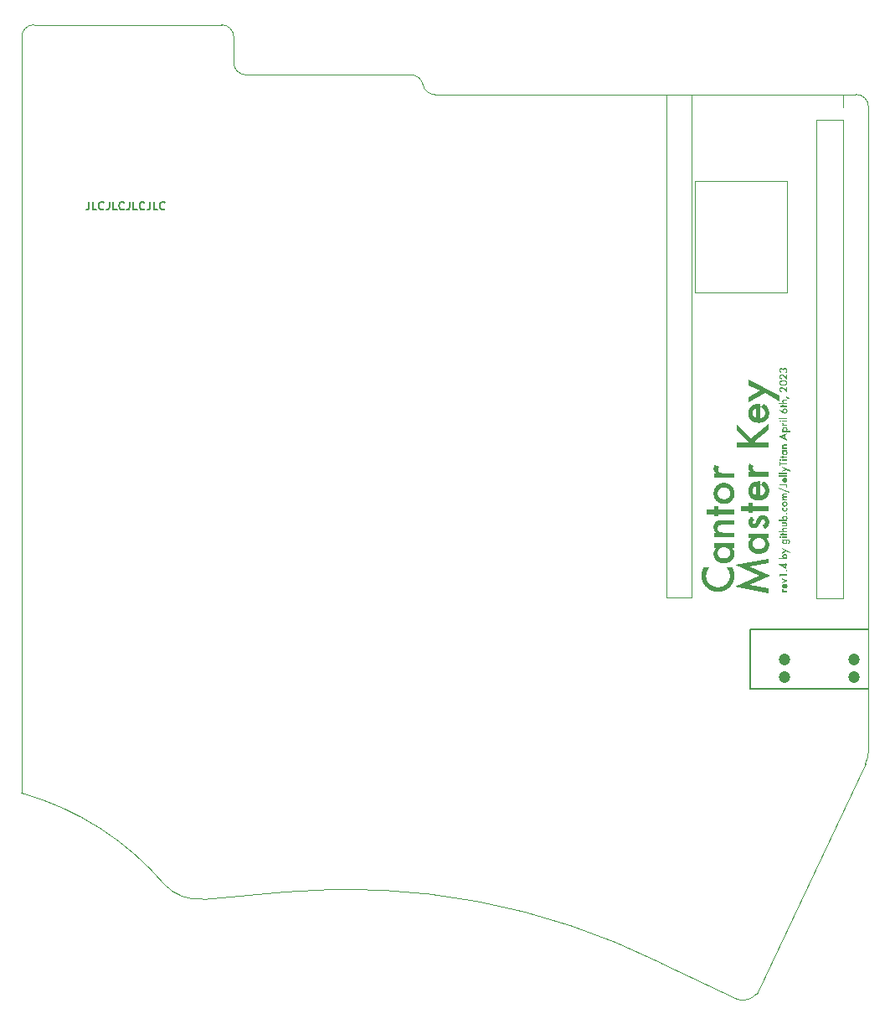
<source format=gto>
%TF.GenerationSoftware,KiCad,Pcbnew,(7.0.0-0)*%
%TF.CreationDate,2023-05-01T13:28:00-07:00*%
%TF.ProjectId,cantor-master-key,63616e74-6f72-42d6-9d61-737465722d6b,rev1.0*%
%TF.SameCoordinates,PX78114e0PY44b6550*%
%TF.FileFunction,Legend,Top*%
%TF.FilePolarity,Positive*%
%FSLAX46Y46*%
G04 Gerber Fmt 4.6, Leading zero omitted, Abs format (unit mm)*
G04 Created by KiCad (PCBNEW (7.0.0-0)) date 2023-05-01 13:28:00*
%MOMM*%
%LPD*%
G01*
G04 APERTURE LIST*
%ADD10C,0.187500*%
%ADD11C,0.600000*%
%ADD12C,0.200000*%
%ADD13C,0.150000*%
%ADD14C,0.120000*%
%ADD15C,1.200000*%
%TA.AperFunction,Profile*%
%ADD16C,0.100000*%
%TD*%
%TA.AperFunction,Profile*%
%ADD17C,0.120000*%
%TD*%
G04 APERTURE END LIST*
D10*
G36*
X66245882Y-27519658D02*
G01*
X66245882Y-27401688D01*
X66293876Y-27401688D01*
X66287677Y-27395776D01*
X66281859Y-27389993D01*
X66276420Y-27384339D01*
X66271362Y-27378813D01*
X66265208Y-27371646D01*
X66259730Y-27364708D01*
X66254927Y-27357999D01*
X66250800Y-27351519D01*
X66247348Y-27345268D01*
X66243548Y-27337198D01*
X66240393Y-27328671D01*
X66238332Y-27321521D01*
X66236683Y-27314079D01*
X66235447Y-27306346D01*
X66234622Y-27298320D01*
X66234210Y-27290002D01*
X66234159Y-27285734D01*
X66234411Y-27277146D01*
X66235170Y-27268488D01*
X66236434Y-27259758D01*
X66238203Y-27250958D01*
X66240478Y-27242087D01*
X66243258Y-27233145D01*
X66246544Y-27224132D01*
X66250336Y-27215049D01*
X66254633Y-27205894D01*
X66259436Y-27196669D01*
X66262918Y-27190479D01*
X66374842Y-27243236D01*
X66370652Y-27249371D01*
X66365706Y-27257511D01*
X66361493Y-27265605D01*
X66358013Y-27273654D01*
X66355265Y-27281657D01*
X66353250Y-27289614D01*
X66351968Y-27297525D01*
X66351418Y-27305390D01*
X66351395Y-27307349D01*
X66351948Y-27318773D01*
X66353608Y-27329460D01*
X66356373Y-27339410D01*
X66360245Y-27348623D01*
X66365223Y-27357098D01*
X66371308Y-27364837D01*
X66378498Y-27371839D01*
X66386795Y-27378104D01*
X66396198Y-27383631D01*
X66406708Y-27388422D01*
X66418323Y-27392475D01*
X66431045Y-27395792D01*
X66444873Y-27398372D01*
X66452202Y-27399385D01*
X66459808Y-27400214D01*
X66467690Y-27400859D01*
X66475848Y-27401320D01*
X66484283Y-27401596D01*
X66492995Y-27401688D01*
X66750000Y-27401688D01*
X66750000Y-27519658D01*
X66245882Y-27519658D01*
G37*
G36*
X66623759Y-26676722D02*
G01*
X66630682Y-26681048D01*
X66637412Y-26685420D01*
X66643948Y-26689837D01*
X66650292Y-26694299D01*
X66656442Y-26698806D01*
X66662399Y-26703358D01*
X66668163Y-26707955D01*
X66675547Y-26714154D01*
X66682588Y-26720434D01*
X66689263Y-26726768D01*
X66695640Y-26733222D01*
X66701720Y-26739797D01*
X66707501Y-26746492D01*
X66712985Y-26753307D01*
X66718172Y-26760242D01*
X66723060Y-26767297D01*
X66727651Y-26774473D01*
X66731902Y-26781780D01*
X66735860Y-26789230D01*
X66739527Y-26796824D01*
X66742901Y-26804560D01*
X66745984Y-26812440D01*
X66748774Y-26820463D01*
X66751273Y-26828629D01*
X66753480Y-26836938D01*
X66755412Y-26845361D01*
X66757086Y-26853962D01*
X66758503Y-26862741D01*
X66759662Y-26871697D01*
X66760564Y-26880830D01*
X66761208Y-26890141D01*
X66761594Y-26899629D01*
X66761723Y-26909295D01*
X66761443Y-26923159D01*
X66760601Y-26936678D01*
X66759199Y-26949852D01*
X66757235Y-26962681D01*
X66754711Y-26975165D01*
X66751625Y-26987305D01*
X66747979Y-26999099D01*
X66743771Y-27010549D01*
X66739003Y-27021653D01*
X66733673Y-27032413D01*
X66727783Y-27042828D01*
X66721331Y-27052898D01*
X66714319Y-27062623D01*
X66706746Y-27072003D01*
X66698611Y-27081039D01*
X66689916Y-27089729D01*
X66680688Y-27097959D01*
X66671094Y-27105657D01*
X66661133Y-27112825D01*
X66650806Y-27119462D01*
X66640113Y-27125568D01*
X66629053Y-27131143D01*
X66617628Y-27136187D01*
X66605835Y-27140700D01*
X66593676Y-27144682D01*
X66581151Y-27148133D01*
X66568260Y-27151053D01*
X66555002Y-27153442D01*
X66541378Y-27155300D01*
X66527387Y-27156628D01*
X66513031Y-27157424D01*
X66498307Y-27157690D01*
X66490944Y-27157625D01*
X66476483Y-27157112D01*
X66462375Y-27156084D01*
X66448620Y-27154543D01*
X66435219Y-27152488D01*
X66422172Y-27149919D01*
X66409478Y-27146836D01*
X66397138Y-27143240D01*
X66385151Y-27139130D01*
X66373517Y-27134506D01*
X66362237Y-27129368D01*
X66351311Y-27123717D01*
X66340738Y-27117551D01*
X66330518Y-27110872D01*
X66320652Y-27103680D01*
X66311139Y-27095973D01*
X66306516Y-27091927D01*
X66297754Y-27083447D01*
X66289557Y-27074631D01*
X66281925Y-27065478D01*
X66274859Y-27055989D01*
X66268359Y-27046164D01*
X66262423Y-27036002D01*
X66257053Y-27025504D01*
X66252248Y-27014670D01*
X66248008Y-27003500D01*
X66244334Y-26991993D01*
X66241225Y-26980150D01*
X66238681Y-26967970D01*
X66236702Y-26955454D01*
X66235289Y-26942602D01*
X66234441Y-26929414D01*
X66234159Y-26915889D01*
X66234218Y-26912958D01*
X66338206Y-26912958D01*
X66338444Y-26920830D01*
X66339159Y-26928509D01*
X66340351Y-26935994D01*
X66342019Y-26943286D01*
X66344163Y-26950385D01*
X66344984Y-26952709D01*
X66347663Y-26959531D01*
X66351309Y-26967197D01*
X66355517Y-26974548D01*
X66360285Y-26981583D01*
X66364035Y-26986414D01*
X66369658Y-26992793D01*
X66374883Y-26997954D01*
X66380482Y-27002831D01*
X66386454Y-27007425D01*
X66392800Y-27011735D01*
X66393893Y-27012426D01*
X66400587Y-27016299D01*
X66407615Y-27019811D01*
X66414978Y-27022962D01*
X66422676Y-27025753D01*
X66430709Y-27028183D01*
X66433461Y-27028913D01*
X66433461Y-26796088D01*
X66421926Y-26799378D01*
X66411135Y-26803204D01*
X66401089Y-26807564D01*
X66391787Y-26812460D01*
X66383229Y-26817891D01*
X66375415Y-26823857D01*
X66368345Y-26830359D01*
X66362020Y-26837396D01*
X66356438Y-26844968D01*
X66351601Y-26853075D01*
X66347508Y-26861717D01*
X66344159Y-26870895D01*
X66341555Y-26880608D01*
X66339694Y-26890856D01*
X66338578Y-26901640D01*
X66338206Y-26912958D01*
X66234218Y-26912958D01*
X66234436Y-26902239D01*
X66235266Y-26888950D01*
X66236651Y-26876021D01*
X66238589Y-26863453D01*
X66241082Y-26851246D01*
X66244128Y-26839399D01*
X66247728Y-26827913D01*
X66251881Y-26816788D01*
X66256589Y-26806023D01*
X66261851Y-26795619D01*
X66267666Y-26785575D01*
X66274035Y-26775892D01*
X66280958Y-26766570D01*
X66288435Y-26757608D01*
X66296466Y-26749007D01*
X66305050Y-26740767D01*
X66314033Y-26733048D01*
X66323443Y-26725826D01*
X66333279Y-26719103D01*
X66343541Y-26712878D01*
X66354230Y-26707150D01*
X66365346Y-26701921D01*
X66376888Y-26697190D01*
X66388856Y-26692957D01*
X66401251Y-26689221D01*
X66414072Y-26685984D01*
X66427320Y-26683245D01*
X66440994Y-26681004D01*
X66455095Y-26679261D01*
X66469622Y-26678016D01*
X66477046Y-26677580D01*
X66484576Y-26677269D01*
X66492213Y-26677082D01*
X66499956Y-26677020D01*
X66527250Y-26677020D01*
X66527250Y-27036606D01*
X66534664Y-27035891D01*
X66545422Y-27034367D01*
X66555746Y-27032301D01*
X66565635Y-27029695D01*
X66575090Y-27026548D01*
X66584110Y-27022860D01*
X66592695Y-27018632D01*
X66600845Y-27013862D01*
X66608561Y-27008551D01*
X66615842Y-27002699D01*
X66622688Y-26996306D01*
X66628941Y-26989467D01*
X66634578Y-26982278D01*
X66639601Y-26974737D01*
X66644009Y-26966845D01*
X66647801Y-26958603D01*
X66650979Y-26950009D01*
X66653541Y-26941064D01*
X66655489Y-26931769D01*
X66656822Y-26922122D01*
X66657539Y-26912125D01*
X66657676Y-26905265D01*
X66657500Y-26897258D01*
X66656974Y-26889519D01*
X66656096Y-26882047D01*
X66654380Y-26872500D01*
X66652041Y-26863428D01*
X66649077Y-26854831D01*
X66645489Y-26846710D01*
X66641277Y-26839063D01*
X66637709Y-26833640D01*
X66632145Y-26826559D01*
X66625527Y-26819238D01*
X66619873Y-26813589D01*
X66613626Y-26807805D01*
X66606787Y-26801885D01*
X66599355Y-26795831D01*
X66591331Y-26789641D01*
X66582714Y-26783315D01*
X66576641Y-26779024D01*
X66570304Y-26774672D01*
X66563703Y-26770259D01*
X66616643Y-26672440D01*
X66623759Y-26676722D01*
G37*
G36*
X66245882Y-26507027D02*
G01*
X66527800Y-26377883D01*
X66245882Y-26249106D01*
X66245882Y-26119413D01*
X66782240Y-26378799D01*
X66245882Y-26636170D01*
X66245882Y-26507027D01*
G37*
G36*
X66070027Y-25832916D02*
G01*
X66070027Y-25969754D01*
X65952791Y-25904174D01*
X65952791Y-25714947D01*
X66755861Y-25714947D01*
X66755861Y-25832916D01*
X66070027Y-25832916D01*
G37*
G36*
X66690832Y-25435045D02*
G01*
X66682147Y-25434539D01*
X66673837Y-25433023D01*
X66665904Y-25430497D01*
X66658345Y-25426959D01*
X66651163Y-25422411D01*
X66644356Y-25416852D01*
X66641739Y-25414345D01*
X66635776Y-25407627D01*
X66630823Y-25400524D01*
X66626881Y-25393037D01*
X66623950Y-25385165D01*
X66622030Y-25376908D01*
X66621120Y-25368267D01*
X66621039Y-25364703D01*
X66621545Y-25355860D01*
X66623061Y-25347419D01*
X66625588Y-25339380D01*
X66629125Y-25331744D01*
X66633673Y-25324511D01*
X66639232Y-25317680D01*
X66641739Y-25315061D01*
X66648409Y-25309097D01*
X66655481Y-25304145D01*
X66662956Y-25300203D01*
X66670833Y-25297272D01*
X66679113Y-25295351D01*
X66687796Y-25294442D01*
X66691381Y-25294361D01*
X66700330Y-25294866D01*
X66708859Y-25296382D01*
X66716967Y-25298909D01*
X66724655Y-25302447D01*
X66731922Y-25306995D01*
X66738769Y-25312554D01*
X66741390Y-25315061D01*
X66747248Y-25321586D01*
X66752113Y-25328567D01*
X66755985Y-25336004D01*
X66758864Y-25343897D01*
X66760750Y-25352247D01*
X66761644Y-25361053D01*
X66761723Y-25364703D01*
X66761231Y-25373801D01*
X66759755Y-25382434D01*
X66757296Y-25390602D01*
X66753852Y-25398305D01*
X66749425Y-25405543D01*
X66744013Y-25412316D01*
X66741573Y-25414895D01*
X66734973Y-25420700D01*
X66727881Y-25425521D01*
X66720297Y-25429358D01*
X66712221Y-25432211D01*
X66703653Y-25434081D01*
X66694593Y-25434966D01*
X66690832Y-25435045D01*
G37*
G36*
X66632763Y-24688394D02*
G01*
X66744138Y-24688394D01*
X66744138Y-24806364D01*
X66632763Y-24806364D01*
X66632763Y-25195076D01*
X66067542Y-24806364D01*
X66262185Y-24806364D01*
X66528715Y-24988996D01*
X66528715Y-24806364D01*
X66262185Y-24806364D01*
X66067542Y-24806364D01*
X65896004Y-24688394D01*
X66528715Y-24688394D01*
X66528715Y-24601200D01*
X66632763Y-24601200D01*
X66632763Y-24688394D01*
G37*
G36*
X66510539Y-23658439D02*
G01*
X66524474Y-23659220D01*
X66538096Y-23660522D01*
X66551407Y-23662346D01*
X66564406Y-23664690D01*
X66577093Y-23667555D01*
X66589468Y-23670941D01*
X66601530Y-23674848D01*
X66613281Y-23679276D01*
X66624720Y-23684224D01*
X66635847Y-23689694D01*
X66646662Y-23695685D01*
X66657165Y-23702196D01*
X66667356Y-23709229D01*
X66677235Y-23716782D01*
X66686802Y-23724856D01*
X66695874Y-23733281D01*
X66704361Y-23741978D01*
X66712263Y-23750947D01*
X66719580Y-23760188D01*
X66726311Y-23769700D01*
X66732457Y-23779485D01*
X66738018Y-23789541D01*
X66742993Y-23799870D01*
X66747383Y-23810470D01*
X66751187Y-23821342D01*
X66754407Y-23832486D01*
X66757041Y-23843902D01*
X66759089Y-23855590D01*
X66760553Y-23867550D01*
X66761430Y-23879781D01*
X66761723Y-23892285D01*
X66761465Y-23902907D01*
X66760690Y-23913385D01*
X66759398Y-23923721D01*
X66757590Y-23933913D01*
X66755265Y-23943962D01*
X66752424Y-23953868D01*
X66749066Y-23963631D01*
X66745191Y-23973251D01*
X66740800Y-23982728D01*
X66735892Y-23992062D01*
X66730467Y-24001253D01*
X66724526Y-24010300D01*
X66718068Y-24019204D01*
X66711093Y-24027966D01*
X66703602Y-24036584D01*
X66695594Y-24045059D01*
X66750000Y-24045059D01*
X66750000Y-24163028D01*
X65882449Y-24163028D01*
X65882449Y-24045059D01*
X66305966Y-24045059D01*
X66297271Y-24036447D01*
X66289136Y-24027694D01*
X66281563Y-24018799D01*
X66274550Y-24009762D01*
X66268099Y-24000583D01*
X66262208Y-23991263D01*
X66256879Y-23981802D01*
X66252110Y-23972198D01*
X66247903Y-23962453D01*
X66244257Y-23952566D01*
X66241171Y-23942538D01*
X66238647Y-23932367D01*
X66236683Y-23922056D01*
X66235281Y-23911602D01*
X66235260Y-23911336D01*
X66338206Y-23911336D01*
X66338380Y-23919032D01*
X66338902Y-23926549D01*
X66339771Y-23933887D01*
X66341727Y-23944558D01*
X66344466Y-23954827D01*
X66347987Y-23964694D01*
X66352290Y-23974158D01*
X66357376Y-23983220D01*
X66363245Y-23991879D01*
X66369896Y-24000135D01*
X66377329Y-24007989D01*
X66382719Y-24013002D01*
X66391196Y-24019909D01*
X66400140Y-24026137D01*
X66409550Y-24031686D01*
X66416083Y-24035008D01*
X66422824Y-24038027D01*
X66429772Y-24040745D01*
X66436927Y-24043161D01*
X66444290Y-24045274D01*
X66451861Y-24047086D01*
X66459639Y-24048596D01*
X66467624Y-24049804D01*
X66475818Y-24050710D01*
X66484218Y-24051314D01*
X66492826Y-24051616D01*
X66497208Y-24051653D01*
X66506184Y-24051505D01*
X66514931Y-24051058D01*
X66523449Y-24050314D01*
X66531738Y-24049272D01*
X66539798Y-24047932D01*
X66547629Y-24046295D01*
X66555231Y-24044360D01*
X66562604Y-24042128D01*
X66569748Y-24039598D01*
X66576663Y-24036770D01*
X66583350Y-24033644D01*
X66592949Y-24028398D01*
X66602034Y-24022482D01*
X66610604Y-24015896D01*
X66613346Y-24013551D01*
X66621268Y-24006162D01*
X66628411Y-23998351D01*
X66634775Y-23990118D01*
X66640359Y-23981463D01*
X66645165Y-23972386D01*
X66649191Y-23962888D01*
X66652437Y-23952968D01*
X66654905Y-23942626D01*
X66656593Y-23931862D01*
X66657286Y-23924451D01*
X66657632Y-23916854D01*
X66657676Y-23912984D01*
X66657286Y-23902136D01*
X66656117Y-23891642D01*
X66654169Y-23881503D01*
X66651442Y-23871717D01*
X66647935Y-23862286D01*
X66643649Y-23853208D01*
X66638584Y-23844485D01*
X66632740Y-23836117D01*
X66626116Y-23828102D01*
X66618714Y-23820442D01*
X66613346Y-23815532D01*
X66607625Y-23810762D01*
X66601731Y-23806301D01*
X66595661Y-23802147D01*
X66589417Y-23798301D01*
X66582999Y-23794763D01*
X66576406Y-23791532D01*
X66569638Y-23788609D01*
X66562696Y-23785993D01*
X66555579Y-23783686D01*
X66548287Y-23781686D01*
X66540821Y-23779994D01*
X66533181Y-23778609D01*
X66525365Y-23777532D01*
X66517375Y-23776763D01*
X66509211Y-23776301D01*
X66500872Y-23776147D01*
X66492023Y-23776297D01*
X66483384Y-23776746D01*
X66474953Y-23777493D01*
X66466731Y-23778540D01*
X66458718Y-23779886D01*
X66450915Y-23781531D01*
X66443320Y-23783475D01*
X66435934Y-23785719D01*
X66428757Y-23788261D01*
X66421789Y-23791103D01*
X66415029Y-23794243D01*
X66408479Y-23797683D01*
X66402138Y-23801422D01*
X66396006Y-23805459D01*
X66390082Y-23809796D01*
X66384368Y-23814433D01*
X66378778Y-23819362D01*
X66371069Y-23827038D01*
X66364172Y-23835052D01*
X66358086Y-23843404D01*
X66352812Y-23852094D01*
X66348349Y-23861123D01*
X66344698Y-23870489D01*
X66341858Y-23880194D01*
X66339829Y-23890236D01*
X66338612Y-23900617D01*
X66338206Y-23911336D01*
X66235260Y-23911336D01*
X66234439Y-23901007D01*
X66234159Y-23890270D01*
X66234453Y-23877944D01*
X66235338Y-23865878D01*
X66236812Y-23854073D01*
X66238876Y-23842528D01*
X66241529Y-23831244D01*
X66244772Y-23820220D01*
X66248604Y-23809457D01*
X66253026Y-23798954D01*
X66258038Y-23788711D01*
X66263639Y-23778729D01*
X66269830Y-23769008D01*
X66276611Y-23759547D01*
X66283981Y-23750346D01*
X66291941Y-23741406D01*
X66300491Y-23732726D01*
X66309630Y-23724307D01*
X66319139Y-23716299D01*
X66328935Y-23708808D01*
X66339020Y-23701833D01*
X66349392Y-23695376D01*
X66360051Y-23689434D01*
X66370999Y-23684010D01*
X66382233Y-23679102D01*
X66393756Y-23674710D01*
X66405566Y-23670836D01*
X66417664Y-23667478D01*
X66430050Y-23664636D01*
X66442723Y-23662311D01*
X66455684Y-23660503D01*
X66468932Y-23659211D01*
X66482468Y-23658436D01*
X66496292Y-23658178D01*
X66510539Y-23658439D01*
G37*
G36*
X66653829Y-23392747D02*
G01*
X66245882Y-23617329D01*
X66245882Y-23483606D01*
X66534028Y-23330832D01*
X66245882Y-23188316D01*
X66245882Y-23058073D01*
X67019644Y-23455945D01*
X67019644Y-23587653D01*
X66653829Y-23392747D01*
G37*
G36*
X66744052Y-22178104D02*
G01*
X66752495Y-22178215D01*
X66760676Y-22178401D01*
X66768592Y-22178662D01*
X66776246Y-22178997D01*
X66783636Y-22179406D01*
X66792504Y-22180022D01*
X66797627Y-22180448D01*
X66805881Y-22181184D01*
X66813813Y-22182019D01*
X66821423Y-22182951D01*
X66828711Y-22183983D01*
X66837031Y-22185350D01*
X66844888Y-22186859D01*
X66855358Y-22189334D01*
X66865541Y-22192224D01*
X66875438Y-22195529D01*
X66885048Y-22199250D01*
X66894371Y-22203386D01*
X66903408Y-22207937D01*
X66912158Y-22212904D01*
X66920622Y-22218286D01*
X66928799Y-22224084D01*
X66936690Y-22230297D01*
X66941791Y-22234670D01*
X66951219Y-22243293D01*
X66960038Y-22252310D01*
X66968249Y-22261720D01*
X66975852Y-22271524D01*
X66982846Y-22281721D01*
X66989233Y-22292312D01*
X66995011Y-22303297D01*
X67000181Y-22314675D01*
X67004742Y-22326446D01*
X67008696Y-22338611D01*
X67012041Y-22351170D01*
X67014778Y-22364122D01*
X67016907Y-22377468D01*
X67018427Y-22391207D01*
X67019339Y-22405340D01*
X67019644Y-22419867D01*
X67019433Y-22432163D01*
X67018799Y-22444184D01*
X67017744Y-22455931D01*
X67016266Y-22467403D01*
X67014366Y-22478600D01*
X67012044Y-22489522D01*
X67009300Y-22500169D01*
X67006134Y-22510542D01*
X67002545Y-22520640D01*
X66998535Y-22530463D01*
X66994102Y-22540011D01*
X66989247Y-22549285D01*
X66983970Y-22558284D01*
X66978270Y-22567008D01*
X66972149Y-22575457D01*
X66965605Y-22583632D01*
X66958499Y-22591702D01*
X66951059Y-22599334D01*
X66943284Y-22606528D01*
X66935174Y-22613284D01*
X66926729Y-22619603D01*
X66917949Y-22625483D01*
X66908834Y-22630926D01*
X66899385Y-22635930D01*
X66889600Y-22640497D01*
X66879481Y-22644626D01*
X66869026Y-22648317D01*
X66858237Y-22651569D01*
X66847113Y-22654384D01*
X66835654Y-22656761D01*
X66823861Y-22658701D01*
X66811732Y-22660202D01*
X66811732Y-22544431D01*
X66820756Y-22542648D01*
X66829237Y-22540595D01*
X66837174Y-22538274D01*
X66844567Y-22535684D01*
X66851417Y-22532824D01*
X66859213Y-22528872D01*
X66866161Y-22524499D01*
X66868702Y-22522632D01*
X66877082Y-22515682D01*
X66884638Y-22508159D01*
X66891370Y-22500063D01*
X66897278Y-22491394D01*
X66902361Y-22482151D01*
X66906620Y-22472336D01*
X66910055Y-22461947D01*
X66911887Y-22454703D01*
X66913352Y-22447204D01*
X66914451Y-22439450D01*
X66915184Y-22431441D01*
X66915550Y-22423178D01*
X66915596Y-22418951D01*
X66915444Y-22411220D01*
X66914986Y-22403734D01*
X66913158Y-22389499D01*
X66910109Y-22376245D01*
X66905842Y-22363973D01*
X66900355Y-22352683D01*
X66893649Y-22342375D01*
X66885723Y-22333049D01*
X66876578Y-22324704D01*
X66866214Y-22317341D01*
X66854631Y-22310959D01*
X66841828Y-22305560D01*
X66827806Y-22301142D01*
X66820338Y-22299301D01*
X66812565Y-22297706D01*
X66804487Y-22296356D01*
X66796104Y-22295252D01*
X66787417Y-22294393D01*
X66778424Y-22293779D01*
X66769127Y-22293411D01*
X66759525Y-22293288D01*
X66689366Y-22293288D01*
X66697951Y-22301910D01*
X66705981Y-22310696D01*
X66713458Y-22319645D01*
X66720381Y-22328757D01*
X66726750Y-22338032D01*
X66732566Y-22347470D01*
X66737827Y-22357071D01*
X66742535Y-22366836D01*
X66746689Y-22376763D01*
X66750289Y-22386854D01*
X66753335Y-22397108D01*
X66755827Y-22407525D01*
X66757765Y-22418105D01*
X66759150Y-22428849D01*
X66759981Y-22439755D01*
X66760258Y-22450825D01*
X66759970Y-22463366D01*
X66759107Y-22475620D01*
X66757669Y-22487586D01*
X66755655Y-22499265D01*
X66753066Y-22510656D01*
X66749902Y-22521759D01*
X66746163Y-22532575D01*
X66741848Y-22543103D01*
X66736958Y-22553343D01*
X66731492Y-22563296D01*
X66725452Y-22572961D01*
X66718836Y-22582338D01*
X66711644Y-22591428D01*
X66703878Y-22600230D01*
X66695536Y-22608744D01*
X66686618Y-22616971D01*
X66677131Y-22624868D01*
X66667353Y-22632255D01*
X66657284Y-22639133D01*
X66646925Y-22645502D01*
X66636276Y-22651360D01*
X66625335Y-22656710D01*
X66614105Y-22661550D01*
X66602584Y-22665881D01*
X66590772Y-22669702D01*
X66578670Y-22673013D01*
X66566277Y-22675815D01*
X66553594Y-22678108D01*
X66540620Y-22679891D01*
X66527356Y-22681165D01*
X66513801Y-22681929D01*
X66499956Y-22682184D01*
X66486482Y-22681947D01*
X66473263Y-22681236D01*
X66460298Y-22680052D01*
X66447589Y-22678394D01*
X66435134Y-22676263D01*
X66422934Y-22673657D01*
X66410988Y-22670578D01*
X66399297Y-22667025D01*
X66387861Y-22662999D01*
X66376680Y-22658499D01*
X66365754Y-22653525D01*
X66355082Y-22648078D01*
X66344665Y-22642156D01*
X66334502Y-22635761D01*
X66324595Y-22628893D01*
X66314942Y-22621550D01*
X66305160Y-22613235D01*
X66296008Y-22604592D01*
X66287488Y-22595621D01*
X66279599Y-22586322D01*
X66272341Y-22576696D01*
X66265715Y-22566742D01*
X66259719Y-22556460D01*
X66254354Y-22545850D01*
X66249621Y-22534913D01*
X66245519Y-22523648D01*
X66242048Y-22512055D01*
X66239208Y-22500135D01*
X66236999Y-22487887D01*
X66235421Y-22475311D01*
X66234474Y-22462407D01*
X66234159Y-22449176D01*
X66234434Y-22437576D01*
X66235177Y-22427377D01*
X66338206Y-22427377D01*
X66338394Y-22435399D01*
X66338959Y-22443208D01*
X66339900Y-22450804D01*
X66341217Y-22458186D01*
X66342911Y-22465355D01*
X66346157Y-22475709D01*
X66350250Y-22485584D01*
X66355190Y-22494978D01*
X66360977Y-22503892D01*
X66367611Y-22512327D01*
X66375091Y-22520282D01*
X66380549Y-22525319D01*
X66386383Y-22530143D01*
X66394713Y-22536232D01*
X66403490Y-22541722D01*
X66412714Y-22546613D01*
X66422387Y-22550905D01*
X66432507Y-22554598D01*
X66443074Y-22557693D01*
X66450368Y-22559423D01*
X66457860Y-22560887D01*
X66465552Y-22562085D01*
X66473442Y-22563017D01*
X66481532Y-22563682D01*
X66489820Y-22564081D01*
X66498307Y-22564214D01*
X66506661Y-22564081D01*
X66514825Y-22563682D01*
X66522799Y-22563017D01*
X66530582Y-22562085D01*
X66538174Y-22560887D01*
X66545577Y-22559423D01*
X66552789Y-22557693D01*
X66563250Y-22554598D01*
X66573283Y-22550905D01*
X66582888Y-22546613D01*
X66592064Y-22541722D01*
X66600812Y-22536232D01*
X66609132Y-22530143D01*
X66614833Y-22525383D01*
X66622695Y-22517829D01*
X66629729Y-22509775D01*
X66635936Y-22501222D01*
X66641315Y-22492170D01*
X66645866Y-22482619D01*
X66649590Y-22472569D01*
X66652486Y-22462020D01*
X66653957Y-22454710D01*
X66655061Y-22447178D01*
X66655796Y-22439424D01*
X66656164Y-22431448D01*
X66656210Y-22427377D01*
X66656024Y-22419309D01*
X66655466Y-22411452D01*
X66654536Y-22403807D01*
X66653234Y-22396374D01*
X66651559Y-22389152D01*
X66648350Y-22378717D01*
X66644303Y-22368759D01*
X66639420Y-22359277D01*
X66633699Y-22350272D01*
X66627141Y-22341743D01*
X66619746Y-22333691D01*
X66614350Y-22328588D01*
X66608583Y-22323696D01*
X66600263Y-22317444D01*
X66591515Y-22311806D01*
X66582338Y-22306783D01*
X66572734Y-22302376D01*
X66562701Y-22298583D01*
X66552239Y-22295405D01*
X66545027Y-22293629D01*
X66537625Y-22292125D01*
X66530032Y-22290895D01*
X66522249Y-22289939D01*
X66514276Y-22289255D01*
X66506112Y-22288845D01*
X66497758Y-22288709D01*
X66488828Y-22288859D01*
X66480126Y-22289310D01*
X66471654Y-22290061D01*
X66463411Y-22291113D01*
X66455397Y-22292465D01*
X66447612Y-22294118D01*
X66440055Y-22296072D01*
X66432728Y-22298326D01*
X66425630Y-22300880D01*
X66418760Y-22303735D01*
X66412120Y-22306891D01*
X66402589Y-22312188D01*
X66393573Y-22318161D01*
X66385072Y-22324810D01*
X66382353Y-22327177D01*
X66374463Y-22334719D01*
X66367350Y-22342643D01*
X66361012Y-22350952D01*
X66355451Y-22359643D01*
X66350665Y-22368717D01*
X66346656Y-22378175D01*
X66343423Y-22388016D01*
X66340965Y-22398240D01*
X66339284Y-22408847D01*
X66338379Y-22419838D01*
X66338206Y-22427377D01*
X66235177Y-22427377D01*
X66235261Y-22426224D01*
X66236638Y-22415119D01*
X66238566Y-22404262D01*
X66241046Y-22393653D01*
X66244076Y-22383291D01*
X66247658Y-22373176D01*
X66251790Y-22363309D01*
X66256473Y-22353690D01*
X66261707Y-22344319D01*
X66267493Y-22335195D01*
X66273829Y-22326318D01*
X66280716Y-22317689D01*
X66288154Y-22309308D01*
X66296144Y-22301174D01*
X66304684Y-22293288D01*
X66248080Y-22293288D01*
X66248080Y-22178066D01*
X66735345Y-22178066D01*
X66744052Y-22178104D01*
G37*
G36*
X66245882Y-21912819D02*
G01*
X66750000Y-21912819D01*
X66750000Y-22030788D01*
X66245882Y-22030788D01*
X66245882Y-21912819D01*
G37*
G36*
X66039986Y-22042512D02*
G01*
X66032424Y-22042163D01*
X66025125Y-22041115D01*
X66016372Y-22038823D01*
X66008030Y-22035441D01*
X66000100Y-22030967D01*
X65994052Y-22026602D01*
X65988268Y-22021538D01*
X65986863Y-22020163D01*
X65981625Y-22014396D01*
X65977085Y-22008360D01*
X65973244Y-22002054D01*
X65969425Y-21993794D01*
X65966697Y-21985113D01*
X65965300Y-21977866D01*
X65964602Y-21970350D01*
X65964515Y-21966491D01*
X65964864Y-21958714D01*
X65965911Y-21951230D01*
X65967657Y-21944037D01*
X65970822Y-21935457D01*
X65974139Y-21928921D01*
X65978155Y-21922677D01*
X65982869Y-21916725D01*
X65986863Y-21912452D01*
X65992470Y-21907215D01*
X65998392Y-21902675D01*
X66006237Y-21897983D01*
X66014574Y-21894382D01*
X66021598Y-21892287D01*
X66028937Y-21890890D01*
X66036590Y-21890191D01*
X66040535Y-21890104D01*
X66048352Y-21890453D01*
X66055865Y-21891501D01*
X66063075Y-21893247D01*
X66071661Y-21896411D01*
X66079773Y-21900667D01*
X66085921Y-21904857D01*
X66091765Y-21909746D01*
X66094574Y-21912452D01*
X66099812Y-21918057D01*
X66104351Y-21923970D01*
X66109043Y-21931796D01*
X66112644Y-21940106D01*
X66115154Y-21948898D01*
X66116376Y-21956280D01*
X66116900Y-21963971D01*
X66116922Y-21965942D01*
X66116576Y-21973721D01*
X66115537Y-21981214D01*
X66113805Y-21988421D01*
X66111381Y-21995342D01*
X66108264Y-22001977D01*
X66104454Y-22008325D01*
X66099952Y-22014388D01*
X66094757Y-22020163D01*
X66089013Y-22025401D01*
X66082953Y-22029941D01*
X66076579Y-22033782D01*
X66069890Y-22036925D01*
X66062886Y-22039369D01*
X66055567Y-22041115D01*
X66047934Y-22042163D01*
X66039986Y-22042512D01*
G37*
G36*
X66351395Y-21651967D02*
G01*
X66750000Y-21651967D01*
X66750000Y-21769937D01*
X66351395Y-21769937D01*
X66351395Y-21816831D01*
X66247348Y-21816831D01*
X66247348Y-21769937D01*
X66058304Y-21769937D01*
X66058304Y-21651967D01*
X66247348Y-21651967D01*
X66247348Y-21558911D01*
X66351395Y-21558911D01*
X66351395Y-21651967D01*
G37*
G36*
X65882449Y-21462191D02*
G01*
X65882449Y-21344221D01*
X66289480Y-21344221D01*
X66282781Y-21336433D01*
X66276514Y-21328545D01*
X66270679Y-21320559D01*
X66265277Y-21312474D01*
X66260306Y-21304290D01*
X66255768Y-21296007D01*
X66251663Y-21287626D01*
X66247989Y-21279146D01*
X66244747Y-21270567D01*
X66241938Y-21261890D01*
X66239561Y-21253113D01*
X66237616Y-21244238D01*
X66236103Y-21235265D01*
X66235023Y-21226192D01*
X66234375Y-21217021D01*
X66234159Y-21207751D01*
X66234374Y-21197237D01*
X66235020Y-21186991D01*
X66236097Y-21177013D01*
X66237605Y-21167302D01*
X66239543Y-21157859D01*
X66241912Y-21148683D01*
X66244712Y-21139775D01*
X66247943Y-21131135D01*
X66251605Y-21122762D01*
X66255697Y-21114657D01*
X66260220Y-21106820D01*
X66265174Y-21099250D01*
X66270558Y-21091947D01*
X66276374Y-21084913D01*
X66282620Y-21078146D01*
X66289296Y-21071646D01*
X66295519Y-21066411D01*
X66302188Y-21061514D01*
X66309303Y-21056955D01*
X66316865Y-21052733D01*
X66324874Y-21048849D01*
X66333329Y-21045303D01*
X66342230Y-21042094D01*
X66351578Y-21039223D01*
X66361373Y-21036690D01*
X66371614Y-21034495D01*
X66382301Y-21032637D01*
X66393435Y-21031117D01*
X66405016Y-21029935D01*
X66417043Y-21029091D01*
X66429517Y-21028584D01*
X66442437Y-21028415D01*
X66750000Y-21028415D01*
X66750000Y-21146385D01*
X66452878Y-21146385D01*
X66445452Y-21146468D01*
X66434801Y-21146903D01*
X66424737Y-21147713D01*
X66415258Y-21148896D01*
X66406366Y-21150452D01*
X66398059Y-21152382D01*
X66390339Y-21154685D01*
X66383204Y-21157362D01*
X66374603Y-21161512D01*
X66367044Y-21166327D01*
X66365317Y-21167634D01*
X66358963Y-21173304D01*
X66353456Y-21179781D01*
X66348796Y-21187065D01*
X66344984Y-21195157D01*
X66342019Y-21204056D01*
X66340351Y-21211259D01*
X66339159Y-21218917D01*
X66338444Y-21227029D01*
X66338206Y-21235594D01*
X66338353Y-21242966D01*
X66339127Y-21253503D01*
X66340565Y-21263415D01*
X66342665Y-21272703D01*
X66345429Y-21281366D01*
X66348856Y-21289404D01*
X66352946Y-21296817D01*
X66357700Y-21303606D01*
X66363117Y-21309770D01*
X66369198Y-21315310D01*
X66375942Y-21320225D01*
X66383598Y-21324513D01*
X66392211Y-21328380D01*
X66401780Y-21331825D01*
X66412306Y-21334848D01*
X66419854Y-21336629D01*
X66427828Y-21338222D01*
X66436226Y-21339628D01*
X66445050Y-21340847D01*
X66454298Y-21341878D01*
X66463972Y-21342722D01*
X66474071Y-21343378D01*
X66484594Y-21343846D01*
X66495543Y-21344128D01*
X66506917Y-21344221D01*
X66750000Y-21344221D01*
X66750000Y-21462191D01*
X65882449Y-21462191D01*
G37*
G36*
X66245882Y-20769030D02*
G01*
X66533478Y-20769030D01*
X66541119Y-20768939D01*
X66548518Y-20768666D01*
X66562587Y-20767575D01*
X66575686Y-20765758D01*
X66587815Y-20763213D01*
X66598973Y-20759942D01*
X66609161Y-20755943D01*
X66618379Y-20751218D01*
X66626626Y-20745765D01*
X66633904Y-20739586D01*
X66640210Y-20732679D01*
X66645547Y-20725046D01*
X66649913Y-20716685D01*
X66653309Y-20707598D01*
X66655735Y-20697783D01*
X66657191Y-20687242D01*
X66657676Y-20675973D01*
X66657191Y-20664704D01*
X66655735Y-20654163D01*
X66653309Y-20644348D01*
X66649913Y-20635261D01*
X66645547Y-20626900D01*
X66640210Y-20619267D01*
X66633904Y-20612360D01*
X66626626Y-20606181D01*
X66618379Y-20600728D01*
X66609161Y-20596003D01*
X66598973Y-20592004D01*
X66587815Y-20588732D01*
X66575686Y-20586188D01*
X66562587Y-20584370D01*
X66548518Y-20583280D01*
X66541119Y-20583007D01*
X66533478Y-20582916D01*
X66245882Y-20582916D01*
X66245882Y-20464947D01*
X66536226Y-20464947D01*
X66543695Y-20465004D01*
X66551035Y-20465176D01*
X66561804Y-20465648D01*
X66572283Y-20466378D01*
X66582472Y-20467366D01*
X66592371Y-20468611D01*
X66601981Y-20470113D01*
X66611301Y-20471874D01*
X66620331Y-20473892D01*
X66629071Y-20476167D01*
X66637521Y-20478700D01*
X66640273Y-20479602D01*
X66647522Y-20482432D01*
X66654635Y-20485632D01*
X66661612Y-20489202D01*
X66668455Y-20493143D01*
X66675162Y-20497454D01*
X66681734Y-20502135D01*
X66688171Y-20507187D01*
X66694472Y-20512609D01*
X66700639Y-20518401D01*
X66706670Y-20524564D01*
X66710615Y-20528878D01*
X66716804Y-20536235D01*
X66722594Y-20543836D01*
X66727984Y-20551680D01*
X66732975Y-20559767D01*
X66737567Y-20568097D01*
X66741759Y-20576671D01*
X66745552Y-20585488D01*
X66748946Y-20594549D01*
X66751941Y-20603852D01*
X66754536Y-20613399D01*
X66756732Y-20623189D01*
X66758529Y-20633223D01*
X66759926Y-20643500D01*
X66760925Y-20654020D01*
X66761524Y-20664783D01*
X66761723Y-20675790D01*
X66761524Y-20686774D01*
X66760925Y-20697517D01*
X66759926Y-20708018D01*
X66758529Y-20718277D01*
X66756732Y-20728294D01*
X66754536Y-20738069D01*
X66751941Y-20747602D01*
X66748946Y-20756894D01*
X66745552Y-20765943D01*
X66741759Y-20774751D01*
X66737567Y-20783317D01*
X66732975Y-20791641D01*
X66727984Y-20799723D01*
X66722594Y-20807564D01*
X66716804Y-20815162D01*
X66710615Y-20822519D01*
X66704674Y-20828998D01*
X66698598Y-20835111D01*
X66692387Y-20840857D01*
X66686040Y-20846235D01*
X66679558Y-20851246D01*
X66672941Y-20855891D01*
X66666189Y-20860168D01*
X66659301Y-20864078D01*
X66652279Y-20867621D01*
X66645121Y-20870797D01*
X66640273Y-20872711D01*
X66630994Y-20876059D01*
X66623336Y-20878278D01*
X66615079Y-20880245D01*
X66606223Y-20881962D01*
X66596768Y-20883427D01*
X66586714Y-20884641D01*
X66576061Y-20885603D01*
X66568626Y-20886106D01*
X66560925Y-20886496D01*
X66552958Y-20886776D01*
X66544725Y-20886943D01*
X66536226Y-20886999D01*
X66245882Y-20886999D01*
X66245882Y-20769030D01*
G37*
G36*
X66510539Y-19810881D02*
G01*
X66524474Y-19811662D01*
X66538096Y-19812965D01*
X66551407Y-19814788D01*
X66564406Y-19817132D01*
X66577093Y-19819997D01*
X66589468Y-19823383D01*
X66601530Y-19827290D01*
X66613281Y-19831718D01*
X66624720Y-19836667D01*
X66635847Y-19842136D01*
X66646662Y-19848127D01*
X66657165Y-19854639D01*
X66667356Y-19861671D01*
X66677235Y-19869225D01*
X66686802Y-19877299D01*
X66695874Y-19885724D01*
X66704361Y-19894421D01*
X66712263Y-19903389D01*
X66719580Y-19912630D01*
X66726311Y-19922143D01*
X66732457Y-19931927D01*
X66738018Y-19941984D01*
X66742993Y-19952312D01*
X66747383Y-19962912D01*
X66751187Y-19973784D01*
X66754407Y-19984928D01*
X66757041Y-19996344D01*
X66759089Y-20008032D01*
X66760553Y-20019992D01*
X66761430Y-20032224D01*
X66761723Y-20044727D01*
X66761465Y-20055349D01*
X66760690Y-20065828D01*
X66759398Y-20076163D01*
X66757590Y-20086355D01*
X66755265Y-20096405D01*
X66752424Y-20106311D01*
X66749066Y-20116074D01*
X66745191Y-20125694D01*
X66740800Y-20135171D01*
X66735892Y-20144504D01*
X66730467Y-20153695D01*
X66724526Y-20162742D01*
X66718068Y-20171647D01*
X66711093Y-20180408D01*
X66703602Y-20189026D01*
X66695594Y-20197501D01*
X66750000Y-20197501D01*
X66750000Y-20315471D01*
X65882449Y-20315471D01*
X65882449Y-20197501D01*
X66305966Y-20197501D01*
X66297271Y-20188890D01*
X66289136Y-20180136D01*
X66281563Y-20171241D01*
X66274550Y-20162204D01*
X66268099Y-20153026D01*
X66262208Y-20143706D01*
X66256879Y-20134244D01*
X66252110Y-20124641D01*
X66247903Y-20114895D01*
X66244257Y-20105009D01*
X66241171Y-20094980D01*
X66238647Y-20084810D01*
X66236683Y-20074498D01*
X66235281Y-20064044D01*
X66235260Y-20063778D01*
X66338206Y-20063778D01*
X66338380Y-20071474D01*
X66338902Y-20078991D01*
X66339771Y-20086329D01*
X66341727Y-20097001D01*
X66344466Y-20107270D01*
X66347987Y-20117136D01*
X66352290Y-20126600D01*
X66357376Y-20135662D01*
X66363245Y-20144321D01*
X66369896Y-20152578D01*
X66377329Y-20160432D01*
X66382719Y-20165444D01*
X66391196Y-20172352D01*
X66400140Y-20178580D01*
X66409550Y-20184128D01*
X66416083Y-20187450D01*
X66422824Y-20190470D01*
X66429772Y-20193187D01*
X66436927Y-20195603D01*
X66444290Y-20197717D01*
X66451861Y-20199529D01*
X66459639Y-20201038D01*
X66467624Y-20202246D01*
X66475818Y-20203152D01*
X66484218Y-20203756D01*
X66492826Y-20204058D01*
X66497208Y-20204096D01*
X66506184Y-20203947D01*
X66514931Y-20203500D01*
X66523449Y-20202756D01*
X66531738Y-20201714D01*
X66539798Y-20200375D01*
X66547629Y-20198738D01*
X66555231Y-20196803D01*
X66562604Y-20194570D01*
X66569748Y-20192040D01*
X66576663Y-20189212D01*
X66583350Y-20186087D01*
X66592949Y-20180840D01*
X66602034Y-20174924D01*
X66610604Y-20168338D01*
X66613346Y-20165994D01*
X66621268Y-20158605D01*
X66628411Y-20150793D01*
X66634775Y-20142560D01*
X66640359Y-20133906D01*
X66645165Y-20124829D01*
X66649191Y-20115330D01*
X66652437Y-20105410D01*
X66654905Y-20095068D01*
X66656593Y-20084304D01*
X66657286Y-20076894D01*
X66657632Y-20069296D01*
X66657676Y-20065427D01*
X66657286Y-20054579D01*
X66656117Y-20044085D01*
X66654169Y-20033945D01*
X66651442Y-20024159D01*
X66647935Y-20014728D01*
X66643649Y-20005651D01*
X66638584Y-19996928D01*
X66632740Y-19988559D01*
X66626116Y-19980545D01*
X66618714Y-19972884D01*
X66613346Y-19967974D01*
X66607625Y-19963205D01*
X66601731Y-19958743D01*
X66595661Y-19954590D01*
X66589417Y-19950743D01*
X66582999Y-19947205D01*
X66576406Y-19943974D01*
X66569638Y-19941051D01*
X66562696Y-19938436D01*
X66555579Y-19936128D01*
X66548287Y-19934128D01*
X66540821Y-19932436D01*
X66533181Y-19931051D01*
X66525365Y-19929974D01*
X66517375Y-19929205D01*
X66509211Y-19928744D01*
X66500872Y-19928590D01*
X66492023Y-19928739D01*
X66483384Y-19929188D01*
X66474953Y-19929936D01*
X66466731Y-19930983D01*
X66458718Y-19932329D01*
X66450915Y-19933974D01*
X66443320Y-19935918D01*
X66435934Y-19938161D01*
X66428757Y-19940704D01*
X66421789Y-19943545D01*
X66415029Y-19946686D01*
X66408479Y-19950125D01*
X66402138Y-19953864D01*
X66396006Y-19957902D01*
X66390082Y-19962239D01*
X66384368Y-19966875D01*
X66378778Y-19971804D01*
X66371069Y-19979480D01*
X66364172Y-19987494D01*
X66358086Y-19995847D01*
X66352812Y-20004537D01*
X66348349Y-20013565D01*
X66344698Y-20022932D01*
X66341858Y-20032636D01*
X66339829Y-20042679D01*
X66338612Y-20053059D01*
X66338206Y-20063778D01*
X66235260Y-20063778D01*
X66234439Y-20053449D01*
X66234159Y-20042712D01*
X66234453Y-20030386D01*
X66235338Y-20018320D01*
X66236812Y-20006515D01*
X66238876Y-19994970D01*
X66241529Y-19983686D01*
X66244772Y-19972662D01*
X66248604Y-19961899D01*
X66253026Y-19951396D01*
X66258038Y-19941154D01*
X66263639Y-19931172D01*
X66269830Y-19921450D01*
X66276611Y-19911989D01*
X66283981Y-19902788D01*
X66291941Y-19893848D01*
X66300491Y-19885169D01*
X66309630Y-19876749D01*
X66319139Y-19868742D01*
X66328935Y-19861250D01*
X66339020Y-19854276D01*
X66349392Y-19847818D01*
X66360051Y-19841877D01*
X66370999Y-19836452D01*
X66382233Y-19831544D01*
X66393756Y-19827153D01*
X66405566Y-19823278D01*
X66417664Y-19819920D01*
X66430050Y-19817078D01*
X66442723Y-19814754D01*
X66455684Y-19812945D01*
X66468932Y-19811654D01*
X66482468Y-19810879D01*
X66496292Y-19810621D01*
X66510539Y-19810881D01*
G37*
G36*
X66690832Y-19662609D02*
G01*
X66682147Y-19662104D01*
X66673837Y-19660588D01*
X66665904Y-19658061D01*
X66658345Y-19654524D01*
X66651163Y-19649975D01*
X66644356Y-19644416D01*
X66641739Y-19641910D01*
X66635776Y-19635192D01*
X66630823Y-19628089D01*
X66626881Y-19620601D01*
X66623950Y-19612729D01*
X66622030Y-19604473D01*
X66621120Y-19595832D01*
X66621039Y-19592267D01*
X66621545Y-19583424D01*
X66623061Y-19574983D01*
X66625588Y-19566945D01*
X66629125Y-19559309D01*
X66633673Y-19552076D01*
X66639232Y-19545245D01*
X66641739Y-19542625D01*
X66648409Y-19536662D01*
X66655481Y-19531709D01*
X66662956Y-19527768D01*
X66670833Y-19524836D01*
X66679113Y-19522916D01*
X66687796Y-19522006D01*
X66691381Y-19521926D01*
X66700330Y-19522431D01*
X66708859Y-19523947D01*
X66716967Y-19526474D01*
X66724655Y-19530011D01*
X66731922Y-19534560D01*
X66738769Y-19540119D01*
X66741390Y-19542625D01*
X66747248Y-19549150D01*
X66752113Y-19556131D01*
X66755985Y-19563569D01*
X66758864Y-19571462D01*
X66760750Y-19579812D01*
X66761644Y-19588617D01*
X66761723Y-19592267D01*
X66761231Y-19601366D01*
X66759755Y-19609999D01*
X66757296Y-19618167D01*
X66753852Y-19625870D01*
X66749425Y-19633108D01*
X66744013Y-19639881D01*
X66741573Y-19642459D01*
X66734973Y-19648264D01*
X66727881Y-19653085D01*
X66720297Y-19656923D01*
X66712221Y-19659776D01*
X66703653Y-19661645D01*
X66694593Y-19662531D01*
X66690832Y-19662609D01*
G37*
G36*
X66269513Y-18975310D02*
G01*
X66422470Y-18975310D01*
X66416589Y-18980199D01*
X66410944Y-18985022D01*
X66402919Y-18992129D01*
X66395425Y-18999084D01*
X66388463Y-19005889D01*
X66382032Y-19012542D01*
X66376133Y-19019044D01*
X66370765Y-19025394D01*
X66365928Y-19031593D01*
X66361622Y-19037641D01*
X66356707Y-19045469D01*
X66352371Y-19053286D01*
X66348613Y-19061440D01*
X66345433Y-19069932D01*
X66342831Y-19078762D01*
X66340808Y-19087930D01*
X66339362Y-19097435D01*
X66338658Y-19104786D01*
X66338278Y-19112327D01*
X66338206Y-19117459D01*
X66338384Y-19125435D01*
X66338919Y-19133242D01*
X66339810Y-19140879D01*
X66341057Y-19148348D01*
X66342660Y-19155649D01*
X66344620Y-19162780D01*
X66346937Y-19169742D01*
X66351079Y-19179869D01*
X66356023Y-19189616D01*
X66361769Y-19198983D01*
X66366046Y-19205016D01*
X66370678Y-19210881D01*
X66375667Y-19216577D01*
X66381012Y-19222104D01*
X66383818Y-19224804D01*
X66389587Y-19229995D01*
X66395536Y-19234851D01*
X66401666Y-19239371D01*
X66407976Y-19243557D01*
X66414466Y-19247408D01*
X66421136Y-19250925D01*
X66427987Y-19254106D01*
X66435018Y-19256953D01*
X66442229Y-19259464D01*
X66449621Y-19261641D01*
X66457193Y-19263483D01*
X66464945Y-19264990D01*
X66472878Y-19266162D01*
X66480991Y-19266999D01*
X66489284Y-19267501D01*
X66497758Y-19267669D01*
X66506407Y-19267508D01*
X66514862Y-19267025D01*
X66523123Y-19266220D01*
X66531188Y-19265093D01*
X66539060Y-19263644D01*
X66546736Y-19261873D01*
X66554218Y-19259780D01*
X66561505Y-19257365D01*
X66568598Y-19254628D01*
X66575496Y-19251569D01*
X66582199Y-19248188D01*
X66588708Y-19244485D01*
X66595022Y-19240460D01*
X66601141Y-19236113D01*
X66607066Y-19231444D01*
X66612796Y-19226453D01*
X66618231Y-19221121D01*
X66623315Y-19215614D01*
X66628048Y-19209930D01*
X66634491Y-19201074D01*
X66640145Y-19191823D01*
X66645009Y-19182175D01*
X66649085Y-19172131D01*
X66652373Y-19161692D01*
X66654126Y-19154512D01*
X66655528Y-19147156D01*
X66656580Y-19139624D01*
X66657281Y-19131916D01*
X66657632Y-19124032D01*
X66657676Y-19120024D01*
X66657520Y-19112349D01*
X66657051Y-19104847D01*
X66656270Y-19097519D01*
X66654743Y-19088020D01*
X66652661Y-19078829D01*
X66650023Y-19069948D01*
X66646831Y-19061375D01*
X66643082Y-19053112D01*
X66639907Y-19047117D01*
X66635004Y-19039304D01*
X66630662Y-19033225D01*
X66625750Y-19026960D01*
X66620268Y-19020508D01*
X66614216Y-19013870D01*
X66607594Y-19007045D01*
X66600402Y-19000032D01*
X66592640Y-18992834D01*
X66587149Y-18987931D01*
X66581404Y-18982945D01*
X66575407Y-18977876D01*
X66572313Y-18975310D01*
X66724904Y-18975310D01*
X66729362Y-18984036D01*
X66733533Y-18992764D01*
X66737416Y-19001495D01*
X66741012Y-19010229D01*
X66744320Y-19018966D01*
X66747340Y-19027706D01*
X66750073Y-19036449D01*
X66752518Y-19045194D01*
X66754676Y-19053942D01*
X66756545Y-19062694D01*
X66758127Y-19071448D01*
X66759422Y-19080205D01*
X66760429Y-19088965D01*
X66761148Y-19097727D01*
X66761579Y-19106493D01*
X66761723Y-19115261D01*
X66761430Y-19129517D01*
X66760553Y-19143480D01*
X66759089Y-19157149D01*
X66757041Y-19170525D01*
X66754407Y-19183607D01*
X66751187Y-19196397D01*
X66747383Y-19208892D01*
X66742993Y-19221095D01*
X66738018Y-19233004D01*
X66732457Y-19244619D01*
X66726311Y-19255941D01*
X66719580Y-19266970D01*
X66712263Y-19277706D01*
X66704361Y-19288148D01*
X66695874Y-19298297D01*
X66686802Y-19308152D01*
X66677248Y-19317535D01*
X66667407Y-19326313D01*
X66657281Y-19334485D01*
X66646868Y-19342052D01*
X66636169Y-19349014D01*
X66625184Y-19355370D01*
X66613912Y-19361121D01*
X66602355Y-19366267D01*
X66590511Y-19370807D01*
X66578381Y-19374742D01*
X66565964Y-19378071D01*
X66553262Y-19380795D01*
X66540273Y-19382914D01*
X66526998Y-19384427D01*
X66513437Y-19385335D01*
X66499590Y-19385638D01*
X66485780Y-19385331D01*
X66472241Y-19384410D01*
X66458972Y-19382875D01*
X66445974Y-19380726D01*
X66433247Y-19377964D01*
X66420790Y-19374587D01*
X66408603Y-19370596D01*
X66396687Y-19365992D01*
X66385041Y-19360773D01*
X66373666Y-19354941D01*
X66362561Y-19348494D01*
X66351727Y-19341434D01*
X66341163Y-19333760D01*
X66330870Y-19325471D01*
X66320847Y-19316569D01*
X66311095Y-19307053D01*
X66301779Y-19297090D01*
X66293063Y-19286848D01*
X66284949Y-19276328D01*
X66277435Y-19265528D01*
X66270523Y-19254449D01*
X66264212Y-19243091D01*
X66258502Y-19231454D01*
X66253393Y-19219538D01*
X66248885Y-19207342D01*
X66244978Y-19194868D01*
X66241672Y-19182115D01*
X66238967Y-19169082D01*
X66236863Y-19155771D01*
X66235361Y-19142180D01*
X66234459Y-19128311D01*
X66234159Y-19114162D01*
X66234297Y-19104990D01*
X66234711Y-19095884D01*
X66235402Y-19086844D01*
X66236368Y-19077869D01*
X66237611Y-19068960D01*
X66239130Y-19060118D01*
X66240926Y-19051341D01*
X66242997Y-19042629D01*
X66245345Y-19033984D01*
X66247969Y-19025405D01*
X66250869Y-19016891D01*
X66254045Y-19008443D01*
X66257498Y-19000061D01*
X66261227Y-18991745D01*
X66265232Y-18983495D01*
X66269513Y-18975310D01*
G37*
G36*
X66512179Y-18357188D02*
G01*
X66525767Y-18358089D01*
X66539072Y-18359592D01*
X66552094Y-18361696D01*
X66564832Y-18364400D01*
X66577287Y-18367706D01*
X66589459Y-18371613D01*
X66601347Y-18376121D01*
X66612952Y-18381230D01*
X66624274Y-18386940D01*
X66635312Y-18393252D01*
X66646067Y-18400164D01*
X66656538Y-18407677D01*
X66666726Y-18415792D01*
X66676631Y-18424507D01*
X66686252Y-18433824D01*
X66695391Y-18443602D01*
X66703941Y-18453656D01*
X66711900Y-18463986D01*
X66719271Y-18474593D01*
X66726051Y-18485476D01*
X66732242Y-18496635D01*
X66737844Y-18508070D01*
X66742855Y-18519782D01*
X66747278Y-18531770D01*
X66751110Y-18544033D01*
X66754353Y-18556574D01*
X66757006Y-18569390D01*
X66759070Y-18582482D01*
X66760544Y-18595851D01*
X66761428Y-18609496D01*
X66761723Y-18623417D01*
X66761423Y-18637197D01*
X66760521Y-18650694D01*
X66759018Y-18663908D01*
X66756915Y-18676838D01*
X66754210Y-18689484D01*
X66750904Y-18701848D01*
X66746997Y-18713928D01*
X66742489Y-18725724D01*
X66737380Y-18737238D01*
X66731670Y-18748468D01*
X66725359Y-18759414D01*
X66718446Y-18770077D01*
X66710933Y-18780457D01*
X66702819Y-18790554D01*
X66694103Y-18800367D01*
X66684787Y-18809897D01*
X66675155Y-18819013D01*
X66665218Y-18827542D01*
X66654976Y-18835483D01*
X66644429Y-18842835D01*
X66633578Y-18849599D01*
X66622422Y-18855775D01*
X66610961Y-18861363D01*
X66599195Y-18866362D01*
X66587124Y-18870774D01*
X66574749Y-18874597D01*
X66562068Y-18877832D01*
X66549083Y-18880479D01*
X66535793Y-18882538D01*
X66522198Y-18884008D01*
X66508299Y-18884890D01*
X66494094Y-18885184D01*
X66480710Y-18884885D01*
X66467578Y-18883985D01*
X66454698Y-18882486D01*
X66442070Y-18880387D01*
X66429694Y-18877689D01*
X66417570Y-18874391D01*
X66405697Y-18870493D01*
X66394077Y-18865996D01*
X66382708Y-18860899D01*
X66371591Y-18855203D01*
X66360726Y-18848906D01*
X66350113Y-18842011D01*
X66339752Y-18834515D01*
X66329642Y-18826420D01*
X66319785Y-18817725D01*
X66310179Y-18808431D01*
X66300974Y-18798706D01*
X66292362Y-18788719D01*
X66284344Y-18778470D01*
X66276920Y-18767959D01*
X66270090Y-18757187D01*
X66263854Y-18746152D01*
X66258212Y-18734856D01*
X66253164Y-18723297D01*
X66248709Y-18711477D01*
X66244849Y-18699395D01*
X66241582Y-18687051D01*
X66238910Y-18674445D01*
X66236831Y-18661577D01*
X66235346Y-18648447D01*
X66234456Y-18635056D01*
X66234159Y-18621402D01*
X66234163Y-18621219D01*
X66338206Y-18621219D01*
X66338378Y-18629274D01*
X66338893Y-18637136D01*
X66339752Y-18644804D01*
X66340954Y-18652280D01*
X66342499Y-18659562D01*
X66344388Y-18666651D01*
X66347866Y-18676922D01*
X66352116Y-18686759D01*
X66357140Y-18696161D01*
X66362936Y-18705128D01*
X66369504Y-18713660D01*
X66376846Y-18721758D01*
X66382170Y-18726915D01*
X66387765Y-18731795D01*
X66393561Y-18736360D01*
X66399558Y-18740611D01*
X66405754Y-18744546D01*
X66412152Y-18748167D01*
X66418749Y-18751473D01*
X66425547Y-18754464D01*
X66432545Y-18757140D01*
X66439743Y-18759501D01*
X66447142Y-18761548D01*
X66454741Y-18763280D01*
X66462541Y-18764696D01*
X66470541Y-18765798D01*
X66478741Y-18766585D01*
X66487142Y-18767058D01*
X66495743Y-18767215D01*
X66504940Y-18767061D01*
X66513895Y-18766597D01*
X66522606Y-18765824D01*
X66531074Y-18764742D01*
X66539299Y-18763351D01*
X66547280Y-18761651D01*
X66555018Y-18759642D01*
X66562513Y-18757323D01*
X66569764Y-18754696D01*
X66576772Y-18751759D01*
X66583537Y-18748513D01*
X66590059Y-18744959D01*
X66596337Y-18741095D01*
X66602372Y-18736921D01*
X66610968Y-18730082D01*
X66613712Y-18727648D01*
X66619036Y-18722509D01*
X66626377Y-18714423D01*
X66632946Y-18705883D01*
X66638742Y-18696889D01*
X66643765Y-18687441D01*
X66648016Y-18677539D01*
X66651493Y-18667183D01*
X66653382Y-18660027D01*
X66654928Y-18652669D01*
X66656130Y-18645109D01*
X66656989Y-18637348D01*
X66657504Y-18629384D01*
X66657676Y-18621219D01*
X66657506Y-18612989D01*
X66656997Y-18604970D01*
X66656149Y-18597161D01*
X66654962Y-18589563D01*
X66653436Y-18582175D01*
X66651571Y-18574997D01*
X66648136Y-18564625D01*
X66643939Y-18554726D01*
X66638979Y-18545301D01*
X66633255Y-18536348D01*
X66626769Y-18527870D01*
X66619519Y-18519864D01*
X66614262Y-18514790D01*
X66608721Y-18509954D01*
X66602953Y-18505431D01*
X66593874Y-18499230D01*
X66587537Y-18495486D01*
X66580973Y-18492054D01*
X66574181Y-18488935D01*
X66567161Y-18486127D01*
X66559914Y-18483631D01*
X66552439Y-18481447D01*
X66544737Y-18479575D01*
X66536807Y-18478015D01*
X66528650Y-18476767D01*
X66520265Y-18475831D01*
X66511653Y-18475207D01*
X66502813Y-18474895D01*
X66498307Y-18474856D01*
X66489331Y-18475012D01*
X66480584Y-18475480D01*
X66472066Y-18476260D01*
X66463777Y-18477352D01*
X66455717Y-18478756D01*
X66447886Y-18480472D01*
X66440284Y-18482500D01*
X66432911Y-18484840D01*
X66425767Y-18487492D01*
X66418852Y-18490456D01*
X66412166Y-18493731D01*
X66405709Y-18497319D01*
X66399480Y-18501219D01*
X66393481Y-18505431D01*
X66387711Y-18509954D01*
X66382170Y-18514790D01*
X66376846Y-18519929D01*
X66369504Y-18528015D01*
X66362936Y-18536554D01*
X66357140Y-18545548D01*
X66352116Y-18554996D01*
X66347866Y-18564899D01*
X66344388Y-18575255D01*
X66342499Y-18582411D01*
X66340954Y-18589769D01*
X66339752Y-18597329D01*
X66338893Y-18605090D01*
X66338378Y-18613054D01*
X66338206Y-18621219D01*
X66234163Y-18621219D01*
X66234457Y-18607680D01*
X66235352Y-18594220D01*
X66236844Y-18581021D01*
X66238933Y-18568085D01*
X66241618Y-18555410D01*
X66244901Y-18542997D01*
X66248780Y-18530846D01*
X66253255Y-18518958D01*
X66258328Y-18507330D01*
X66263997Y-18495965D01*
X66270263Y-18484862D01*
X66277126Y-18474021D01*
X66284586Y-18463441D01*
X66292642Y-18453124D01*
X66301296Y-18443068D01*
X66310546Y-18433274D01*
X66320252Y-18424024D01*
X66330229Y-18415371D01*
X66340477Y-18407314D01*
X66350994Y-18399855D01*
X66361783Y-18392992D01*
X66372842Y-18386726D01*
X66384171Y-18381056D01*
X66395771Y-18375984D01*
X66407641Y-18371508D01*
X66419782Y-18367629D01*
X66432194Y-18364347D01*
X66444875Y-18361661D01*
X66457828Y-18359573D01*
X66471050Y-18358081D01*
X66484544Y-18357186D01*
X66498307Y-18356887D01*
X66512179Y-18357188D01*
G37*
G36*
X66245882Y-18230858D02*
G01*
X66245882Y-18112889D01*
X66293143Y-18112889D01*
X66286915Y-18106859D01*
X66281077Y-18100996D01*
X66275628Y-18095301D01*
X66270569Y-18089773D01*
X66264429Y-18082663D01*
X66258983Y-18075851D01*
X66254228Y-18069337D01*
X66250167Y-18063120D01*
X66246798Y-18057201D01*
X66243157Y-18049222D01*
X66240133Y-18040625D01*
X66238158Y-18033304D01*
X66236578Y-18025587D01*
X66235393Y-18017476D01*
X66234603Y-18008969D01*
X66234208Y-18000068D01*
X66234159Y-17995469D01*
X66234444Y-17985254D01*
X66235301Y-17975310D01*
X66236728Y-17965637D01*
X66238727Y-17956233D01*
X66241296Y-17947101D01*
X66244437Y-17938239D01*
X66248148Y-17929647D01*
X66252431Y-17921326D01*
X66257285Y-17913275D01*
X66262709Y-17905495D01*
X66268705Y-17897985D01*
X66275272Y-17890746D01*
X66282409Y-17883777D01*
X66290118Y-17877079D01*
X66298398Y-17870651D01*
X66307248Y-17864494D01*
X66298398Y-17857612D01*
X66290118Y-17850431D01*
X66282409Y-17842952D01*
X66275272Y-17835173D01*
X66268705Y-17827095D01*
X66262709Y-17818718D01*
X66257285Y-17810042D01*
X66252431Y-17801067D01*
X66248148Y-17791792D01*
X66244437Y-17782219D01*
X66241296Y-17772347D01*
X66238727Y-17762175D01*
X66236728Y-17751704D01*
X66235301Y-17740934D01*
X66234444Y-17729865D01*
X66234159Y-17718497D01*
X66234359Y-17708185D01*
X66234962Y-17698201D01*
X66235967Y-17688543D01*
X66237373Y-17679213D01*
X66239181Y-17670211D01*
X66241391Y-17661536D01*
X66244002Y-17653188D01*
X66247016Y-17645167D01*
X66250431Y-17637474D01*
X66254248Y-17630108D01*
X66258467Y-17623070D01*
X66263087Y-17616359D01*
X66268109Y-17609975D01*
X66273533Y-17603919D01*
X66279359Y-17598190D01*
X66285587Y-17592789D01*
X66292216Y-17587714D01*
X66299248Y-17582968D01*
X66306681Y-17578548D01*
X66314515Y-17574456D01*
X66322752Y-17570691D01*
X66331390Y-17567254D01*
X66340431Y-17564144D01*
X66349872Y-17561361D01*
X66359716Y-17558906D01*
X66369962Y-17556778D01*
X66380609Y-17554978D01*
X66391658Y-17553505D01*
X66403109Y-17552359D01*
X66414962Y-17551540D01*
X66427216Y-17551049D01*
X66439872Y-17550886D01*
X66750000Y-17550886D01*
X66750000Y-17668855D01*
X66470830Y-17668855D01*
X66461951Y-17668921D01*
X66453405Y-17669118D01*
X66445190Y-17669448D01*
X66437308Y-17669908D01*
X66429757Y-17670501D01*
X66419054Y-17671636D01*
X66409098Y-17673068D01*
X66399888Y-17674796D01*
X66391426Y-17676821D01*
X66383711Y-17679141D01*
X66376743Y-17681758D01*
X66368614Y-17685708D01*
X66361487Y-17690410D01*
X66355311Y-17695817D01*
X66350084Y-17701928D01*
X66345808Y-17708743D01*
X66342482Y-17716262D01*
X66340107Y-17724485D01*
X66338681Y-17733412D01*
X66338206Y-17743044D01*
X66338525Y-17751480D01*
X66339481Y-17759479D01*
X66341075Y-17767039D01*
X66343307Y-17774162D01*
X66347274Y-17782978D01*
X66352374Y-17791015D01*
X66358608Y-17798273D01*
X66364027Y-17803206D01*
X66370084Y-17807701D01*
X66374476Y-17810455D01*
X66381627Y-17814220D01*
X66389548Y-17817614D01*
X66398238Y-17820638D01*
X66407698Y-17823292D01*
X66417927Y-17825575D01*
X66425174Y-17826892D01*
X66432764Y-17828044D01*
X66440695Y-17829032D01*
X66448968Y-17829854D01*
X66457583Y-17830513D01*
X66466541Y-17831006D01*
X66475840Y-17831336D01*
X66485481Y-17831500D01*
X66490430Y-17831521D01*
X66750000Y-17831521D01*
X66750000Y-17949490D01*
X66472479Y-17949490D01*
X66464218Y-17949562D01*
X66456219Y-17949778D01*
X66448483Y-17950137D01*
X66441008Y-17950641D01*
X66426847Y-17952079D01*
X66413734Y-17954093D01*
X66401671Y-17956681D01*
X66390656Y-17959846D01*
X66380691Y-17963585D01*
X66371774Y-17967900D01*
X66363907Y-17972790D01*
X66357088Y-17978255D01*
X66351319Y-17984296D01*
X66346598Y-17990912D01*
X66342927Y-17998103D01*
X66340304Y-18005870D01*
X66338731Y-18014212D01*
X66338206Y-18023129D01*
X66338530Y-18031698D01*
X66339500Y-18039820D01*
X66341119Y-18047493D01*
X66343384Y-18054720D01*
X66346296Y-18061498D01*
X66351186Y-18069840D01*
X66357227Y-18077386D01*
X66362513Y-18082524D01*
X66368446Y-18087214D01*
X66375026Y-18091456D01*
X66382265Y-18095286D01*
X66390246Y-18098740D01*
X66398966Y-18101817D01*
X66408428Y-18104517D01*
X66418630Y-18106840D01*
X66425843Y-18108179D01*
X66433385Y-18109351D01*
X66441256Y-18110356D01*
X66449456Y-18111193D01*
X66457985Y-18111863D01*
X66466844Y-18112365D01*
X66476032Y-18112700D01*
X66485549Y-18112868D01*
X66490430Y-18112889D01*
X66750000Y-18112889D01*
X66750000Y-18230858D01*
X66245882Y-18230858D01*
G37*
G36*
X65870908Y-17026069D02*
G01*
X65913224Y-16930631D01*
X66967437Y-17383824D01*
X66924755Y-17478162D01*
X65870908Y-17026069D01*
G37*
G36*
X65952791Y-16598339D02*
G01*
X66466800Y-16598339D01*
X66478156Y-16598389D01*
X66489142Y-16598539D01*
X66499760Y-16598789D01*
X66510008Y-16599140D01*
X66519887Y-16599591D01*
X66529397Y-16600142D01*
X66538537Y-16600793D01*
X66547308Y-16601544D01*
X66555711Y-16602396D01*
X66563743Y-16603348D01*
X66571407Y-16604399D01*
X66578701Y-16605551D01*
X66588951Y-16607467D01*
X66598369Y-16609609D01*
X66604187Y-16611161D01*
X66613698Y-16613689D01*
X66622929Y-16616532D01*
X66631880Y-16619691D01*
X66640551Y-16623166D01*
X66648942Y-16626955D01*
X66657052Y-16631061D01*
X66664883Y-16635482D01*
X66672433Y-16640219D01*
X66679704Y-16645271D01*
X66686694Y-16650639D01*
X66691198Y-16654392D01*
X66699738Y-16661986D01*
X66707727Y-16669883D01*
X66715166Y-16678083D01*
X66722053Y-16686587D01*
X66728389Y-16695394D01*
X66734174Y-16704504D01*
X66739409Y-16713918D01*
X66744092Y-16723635D01*
X66748224Y-16733656D01*
X66751806Y-16743980D01*
X66754836Y-16754607D01*
X66757315Y-16765538D01*
X66759244Y-16776772D01*
X66760621Y-16788310D01*
X66761448Y-16800151D01*
X66761723Y-16812295D01*
X66761564Y-16821576D01*
X66761085Y-16830780D01*
X66760287Y-16839906D01*
X66759170Y-16848955D01*
X66757734Y-16857926D01*
X66755979Y-16866821D01*
X66753904Y-16875638D01*
X66751511Y-16884378D01*
X66748798Y-16893040D01*
X66745766Y-16901625D01*
X66742415Y-16910133D01*
X66738745Y-16918564D01*
X66734756Y-16926917D01*
X66730448Y-16935193D01*
X66725820Y-16943392D01*
X66720874Y-16951514D01*
X66615361Y-16893079D01*
X66620566Y-16884954D01*
X66625259Y-16876929D01*
X66629440Y-16869004D01*
X66633109Y-16861179D01*
X66636266Y-16853454D01*
X66638912Y-16845828D01*
X66641045Y-16838303D01*
X66642666Y-16830877D01*
X66643776Y-16823551D01*
X66644458Y-16813938D01*
X66644487Y-16811563D01*
X66644131Y-16801856D01*
X66643063Y-16792726D01*
X66641284Y-16784172D01*
X66638794Y-16776194D01*
X66635591Y-16768793D01*
X66631677Y-16761968D01*
X66627052Y-16755720D01*
X66621715Y-16750048D01*
X66615666Y-16744952D01*
X66608906Y-16740433D01*
X66604003Y-16737740D01*
X66595917Y-16733910D01*
X66586772Y-16730457D01*
X66576567Y-16727380D01*
X66569176Y-16725538D01*
X66561313Y-16723864D01*
X66552980Y-16722357D01*
X66544176Y-16721017D01*
X66534901Y-16719845D01*
X66525155Y-16718840D01*
X66514938Y-16718003D01*
X66504250Y-16717334D01*
X66493092Y-16716831D01*
X66481463Y-16716496D01*
X66469363Y-16716329D01*
X66463136Y-16716308D01*
X65952791Y-16716308D01*
X65952791Y-16598339D01*
G37*
G36*
X66623759Y-15969360D02*
G01*
X66630682Y-15973686D01*
X66637412Y-15978058D01*
X66643948Y-15982475D01*
X66650292Y-15986936D01*
X66656442Y-15991443D01*
X66662399Y-15995995D01*
X66668163Y-16000592D01*
X66675547Y-16006792D01*
X66682588Y-16013072D01*
X66689263Y-16019406D01*
X66695640Y-16025860D01*
X66701720Y-16032435D01*
X66707501Y-16039129D01*
X66712985Y-16045944D01*
X66718172Y-16052879D01*
X66723060Y-16059935D01*
X66727651Y-16067110D01*
X66731902Y-16074418D01*
X66735860Y-16081868D01*
X66739527Y-16089462D01*
X66742901Y-16097198D01*
X66745984Y-16105078D01*
X66748774Y-16113101D01*
X66751273Y-16121267D01*
X66753480Y-16129576D01*
X66755412Y-16137999D01*
X66757086Y-16146600D01*
X66758503Y-16155378D01*
X66759662Y-16164334D01*
X66760564Y-16173468D01*
X66761208Y-16182779D01*
X66761594Y-16192267D01*
X66761723Y-16201933D01*
X66761443Y-16215796D01*
X66760601Y-16229315D01*
X66759199Y-16242489D01*
X66757235Y-16255319D01*
X66754711Y-16267803D01*
X66751625Y-16279942D01*
X66747979Y-16291737D01*
X66743771Y-16303186D01*
X66739003Y-16314291D01*
X66733673Y-16325051D01*
X66727783Y-16335466D01*
X66721331Y-16345536D01*
X66714319Y-16355261D01*
X66706746Y-16364641D01*
X66698611Y-16373676D01*
X66689916Y-16382367D01*
X66680688Y-16390597D01*
X66671094Y-16398295D01*
X66661133Y-16405463D01*
X66650806Y-16412100D01*
X66640113Y-16418205D01*
X66629053Y-16423780D01*
X66617628Y-16428824D01*
X66605835Y-16433337D01*
X66593676Y-16437319D01*
X66581151Y-16440771D01*
X66568260Y-16443691D01*
X66555002Y-16446080D01*
X66541378Y-16447938D01*
X66527387Y-16449266D01*
X66513031Y-16450062D01*
X66498307Y-16450327D01*
X66490944Y-16450263D01*
X66476483Y-16449749D01*
X66462375Y-16448722D01*
X66448620Y-16447181D01*
X66435219Y-16445126D01*
X66422172Y-16442557D01*
X66409478Y-16439474D01*
X66397138Y-16435878D01*
X66385151Y-16431768D01*
X66373517Y-16427144D01*
X66362237Y-16422006D01*
X66351311Y-16416355D01*
X66340738Y-16410189D01*
X66330518Y-16403510D01*
X66320652Y-16396318D01*
X66311139Y-16388611D01*
X66306516Y-16384565D01*
X66297754Y-16376085D01*
X66289557Y-16367269D01*
X66281925Y-16358116D01*
X66274859Y-16348627D01*
X66268359Y-16338802D01*
X66262423Y-16328640D01*
X66257053Y-16318142D01*
X66252248Y-16307308D01*
X66248008Y-16296137D01*
X66244334Y-16284631D01*
X66241225Y-16272788D01*
X66238681Y-16260608D01*
X66236702Y-16248092D01*
X66235289Y-16235240D01*
X66234441Y-16222052D01*
X66234159Y-16208527D01*
X66234218Y-16205596D01*
X66338206Y-16205596D01*
X66338444Y-16213468D01*
X66339159Y-16221147D01*
X66340351Y-16228632D01*
X66342019Y-16235924D01*
X66344163Y-16243023D01*
X66344984Y-16245347D01*
X66347663Y-16252169D01*
X66351309Y-16259835D01*
X66355517Y-16267185D01*
X66360285Y-16274220D01*
X66364035Y-16279052D01*
X66369658Y-16285431D01*
X66374883Y-16290592D01*
X66380482Y-16295469D01*
X66386454Y-16300063D01*
X66392800Y-16304373D01*
X66393893Y-16305064D01*
X66400587Y-16308937D01*
X66407615Y-16312449D01*
X66414978Y-16315600D01*
X66422676Y-16318391D01*
X66430709Y-16320821D01*
X66433461Y-16321550D01*
X66433461Y-16088726D01*
X66421926Y-16092016D01*
X66411135Y-16095841D01*
X66401089Y-16100202D01*
X66391787Y-16105098D01*
X66383229Y-16110529D01*
X66375415Y-16116495D01*
X66368345Y-16122997D01*
X66362020Y-16130034D01*
X66356438Y-16137606D01*
X66351601Y-16145713D01*
X66347508Y-16154355D01*
X66344159Y-16163533D01*
X66341555Y-16173246D01*
X66339694Y-16183494D01*
X66338578Y-16194277D01*
X66338206Y-16205596D01*
X66234218Y-16205596D01*
X66234436Y-16194877D01*
X66235266Y-16181588D01*
X66236651Y-16168659D01*
X66238589Y-16156091D01*
X66241082Y-16143884D01*
X66244128Y-16132037D01*
X66247728Y-16120551D01*
X66251881Y-16109426D01*
X66256589Y-16098661D01*
X66261851Y-16088257D01*
X66267666Y-16078213D01*
X66274035Y-16068530D01*
X66280958Y-16059208D01*
X66288435Y-16050246D01*
X66296466Y-16041645D01*
X66305050Y-16033405D01*
X66314033Y-16025686D01*
X66323443Y-16018464D01*
X66333279Y-16011741D01*
X66343541Y-16005515D01*
X66354230Y-15999788D01*
X66365346Y-15994559D01*
X66376888Y-15989828D01*
X66388856Y-15985594D01*
X66401251Y-15981859D01*
X66414072Y-15978622D01*
X66427320Y-15975883D01*
X66440994Y-15973642D01*
X66455095Y-15971899D01*
X66469622Y-15970654D01*
X66477046Y-15970218D01*
X66484576Y-15969907D01*
X66492213Y-15969720D01*
X66499956Y-15969658D01*
X66527250Y-15969658D01*
X66527250Y-16329244D01*
X66534664Y-16328529D01*
X66545422Y-16327004D01*
X66555746Y-16324939D01*
X66565635Y-16322333D01*
X66575090Y-16319186D01*
X66584110Y-16315498D01*
X66592695Y-16311269D01*
X66600845Y-16306499D01*
X66608561Y-16301189D01*
X66615842Y-16295337D01*
X66622688Y-16288944D01*
X66628941Y-16282105D01*
X66634578Y-16274916D01*
X66639601Y-16267375D01*
X66644009Y-16259483D01*
X66647801Y-16251241D01*
X66650979Y-16242647D01*
X66653541Y-16233702D01*
X66655489Y-16224407D01*
X66656822Y-16214760D01*
X66657539Y-16204763D01*
X66657676Y-16197903D01*
X66657500Y-16189896D01*
X66656974Y-16182157D01*
X66656096Y-16174685D01*
X66654380Y-16165138D01*
X66652041Y-16156066D01*
X66649077Y-16147469D01*
X66645489Y-16139348D01*
X66641277Y-16131701D01*
X66637709Y-16126278D01*
X66632145Y-16119197D01*
X66625527Y-16111876D01*
X66619873Y-16106227D01*
X66613626Y-16100442D01*
X66606787Y-16094523D01*
X66599355Y-16088468D01*
X66591331Y-16082278D01*
X66582714Y-16075953D01*
X66576641Y-16071661D01*
X66570304Y-16067309D01*
X66563703Y-16062897D01*
X66616643Y-15965078D01*
X66623759Y-15969360D01*
G37*
G36*
X65882449Y-15728590D02*
G01*
X66750000Y-15728590D01*
X66750000Y-15846559D01*
X65882449Y-15846559D01*
X65882449Y-15728590D01*
G37*
G36*
X65882449Y-15467739D02*
G01*
X66750000Y-15467739D01*
X66750000Y-15585708D01*
X65882449Y-15585708D01*
X65882449Y-15467739D01*
G37*
G36*
X66653829Y-15155413D02*
G01*
X66245882Y-15379994D01*
X66245882Y-15246271D01*
X66534028Y-15093497D01*
X66245882Y-14950982D01*
X66245882Y-14820739D01*
X67019644Y-15218611D01*
X67019644Y-15350319D01*
X66653829Y-15155413D01*
G37*
G36*
X66070027Y-14499071D02*
G01*
X66750000Y-14499071D01*
X66750000Y-14617041D01*
X66070027Y-14617041D01*
X66070027Y-14803886D01*
X65952791Y-14803886D01*
X65952791Y-14323217D01*
X66070027Y-14323217D01*
X66070027Y-14499071D01*
G37*
G36*
X66245882Y-14101933D02*
G01*
X66750000Y-14101933D01*
X66750000Y-14219902D01*
X66245882Y-14219902D01*
X66245882Y-14101933D01*
G37*
G36*
X66039986Y-14231625D02*
G01*
X66032424Y-14231276D01*
X66025125Y-14230229D01*
X66016372Y-14227937D01*
X66008030Y-14224554D01*
X66000100Y-14220080D01*
X65994052Y-14215715D01*
X65988268Y-14210652D01*
X65986863Y-14209277D01*
X65981625Y-14203510D01*
X65977085Y-14197473D01*
X65973244Y-14191168D01*
X65969425Y-14182908D01*
X65966697Y-14174227D01*
X65965300Y-14166980D01*
X65964602Y-14159464D01*
X65964515Y-14155605D01*
X65964864Y-14147828D01*
X65965911Y-14140344D01*
X65967657Y-14133151D01*
X65970822Y-14124570D01*
X65974139Y-14118034D01*
X65978155Y-14111791D01*
X65982869Y-14105839D01*
X65986863Y-14101566D01*
X65992470Y-14096328D01*
X65998392Y-14091789D01*
X66006237Y-14087097D01*
X66014574Y-14083496D01*
X66021598Y-14081400D01*
X66028937Y-14080004D01*
X66036590Y-14079305D01*
X66040535Y-14079218D01*
X66048352Y-14079567D01*
X66055865Y-14080615D01*
X66063075Y-14082361D01*
X66071661Y-14085525D01*
X66079773Y-14089781D01*
X66085921Y-14093971D01*
X66091765Y-14098860D01*
X66094574Y-14101566D01*
X66099812Y-14107170D01*
X66104351Y-14113084D01*
X66109043Y-14120910D01*
X66112644Y-14129219D01*
X66115154Y-14138012D01*
X66116376Y-14145394D01*
X66116900Y-14153084D01*
X66116922Y-14155055D01*
X66116576Y-14162835D01*
X66115537Y-14170328D01*
X66113805Y-14177535D01*
X66111381Y-14184456D01*
X66108264Y-14191091D01*
X66104454Y-14197439D01*
X66099952Y-14203501D01*
X66094757Y-14209277D01*
X66089013Y-14214515D01*
X66082953Y-14219055D01*
X66076579Y-14222896D01*
X66069890Y-14226038D01*
X66062886Y-14228483D01*
X66055567Y-14230229D01*
X66047934Y-14231276D01*
X66039986Y-14231625D01*
G37*
G36*
X66351395Y-13841081D02*
G01*
X66750000Y-13841081D01*
X66750000Y-13959050D01*
X66351395Y-13959050D01*
X66351395Y-14005945D01*
X66247348Y-14005945D01*
X66247348Y-13959050D01*
X66058304Y-13959050D01*
X66058304Y-13841081D01*
X66247348Y-13841081D01*
X66247348Y-13748025D01*
X66351395Y-13748025D01*
X66351395Y-13841081D01*
G37*
G36*
X66750000Y-13295015D02*
G01*
X66695594Y-13295015D01*
X66703602Y-13303965D01*
X66711093Y-13312999D01*
X66718068Y-13322117D01*
X66724526Y-13331320D01*
X66730467Y-13340607D01*
X66735892Y-13349978D01*
X66740800Y-13359434D01*
X66745191Y-13368975D01*
X66749066Y-13378600D01*
X66752424Y-13388309D01*
X66755265Y-13398103D01*
X66757590Y-13407981D01*
X66759398Y-13417944D01*
X66760690Y-13427991D01*
X66761465Y-13438123D01*
X66761723Y-13448339D01*
X66761430Y-13461114D01*
X66760553Y-13473612D01*
X66759089Y-13485832D01*
X66757041Y-13497775D01*
X66754407Y-13509440D01*
X66751187Y-13520827D01*
X66747383Y-13531937D01*
X66742993Y-13542769D01*
X66738018Y-13553323D01*
X66732457Y-13563600D01*
X66726311Y-13573599D01*
X66719580Y-13583321D01*
X66712263Y-13592765D01*
X66704361Y-13601931D01*
X66695874Y-13610820D01*
X66686802Y-13619431D01*
X66677106Y-13627549D01*
X66667115Y-13635144D01*
X66656830Y-13642215D01*
X66646250Y-13648763D01*
X66635375Y-13654786D01*
X66624205Y-13660286D01*
X66612740Y-13665262D01*
X66600981Y-13669714D01*
X66588927Y-13673643D01*
X66576578Y-13677047D01*
X66563934Y-13679928D01*
X66550995Y-13682285D01*
X66537762Y-13684118D01*
X66524233Y-13685428D01*
X66510410Y-13686214D01*
X66496292Y-13686475D01*
X66482402Y-13686214D01*
X66468803Y-13685428D01*
X66455497Y-13684118D01*
X66442482Y-13682285D01*
X66429760Y-13679928D01*
X66417329Y-13677047D01*
X66405191Y-13673643D01*
X66393344Y-13669714D01*
X66381789Y-13665262D01*
X66370526Y-13660286D01*
X66359555Y-13654786D01*
X66348876Y-13648763D01*
X66338489Y-13642215D01*
X66328394Y-13635144D01*
X66318591Y-13627549D01*
X66309080Y-13619431D01*
X66300008Y-13610896D01*
X66291520Y-13602100D01*
X66283618Y-13593042D01*
X66276302Y-13583722D01*
X66269571Y-13574140D01*
X66263425Y-13564296D01*
X66257864Y-13554190D01*
X66252889Y-13543822D01*
X66248499Y-13533193D01*
X66244694Y-13522301D01*
X66241475Y-13511148D01*
X66238841Y-13499733D01*
X66236793Y-13488056D01*
X66235329Y-13476117D01*
X66234451Y-13463916D01*
X66234159Y-13451453D01*
X66234436Y-13440624D01*
X66235269Y-13429935D01*
X66235306Y-13429654D01*
X66338206Y-13429654D01*
X66338382Y-13437019D01*
X66339306Y-13447776D01*
X66341022Y-13458185D01*
X66343531Y-13468246D01*
X66346831Y-13477960D01*
X66350924Y-13487326D01*
X66355809Y-13496344D01*
X66361486Y-13505014D01*
X66367955Y-13513337D01*
X66375216Y-13521312D01*
X66380496Y-13526435D01*
X66383269Y-13528939D01*
X66389032Y-13533730D01*
X66394964Y-13538212D01*
X66401065Y-13542386D01*
X66407334Y-13546250D01*
X66413773Y-13549804D01*
X66420380Y-13553050D01*
X66427157Y-13555987D01*
X66434102Y-13558614D01*
X66441216Y-13560933D01*
X66448499Y-13562942D01*
X66455951Y-13564642D01*
X66463571Y-13566033D01*
X66471361Y-13567115D01*
X66479319Y-13567888D01*
X66487447Y-13568352D01*
X66495743Y-13568506D01*
X66504591Y-13568356D01*
X66513231Y-13567905D01*
X66521662Y-13567154D01*
X66529883Y-13566102D01*
X66537896Y-13564749D01*
X66545700Y-13563097D01*
X66553295Y-13561143D01*
X66560681Y-13558889D01*
X66567858Y-13556335D01*
X66574826Y-13553479D01*
X66581585Y-13550324D01*
X66588135Y-13546868D01*
X66594476Y-13543111D01*
X66600609Y-13539054D01*
X66606532Y-13534696D01*
X66612247Y-13530038D01*
X66617748Y-13525035D01*
X66625334Y-13517229D01*
X66632122Y-13509064D01*
X66638111Y-13500537D01*
X66643302Y-13491650D01*
X66647694Y-13482402D01*
X66651287Y-13472793D01*
X66654082Y-13462824D01*
X66656079Y-13452495D01*
X66657276Y-13441804D01*
X66657631Y-13434477D01*
X66657676Y-13430753D01*
X66657504Y-13422836D01*
X66656989Y-13415111D01*
X66656130Y-13407580D01*
X66654928Y-13400242D01*
X66652481Y-13389597D01*
X66649261Y-13379387D01*
X66645268Y-13369612D01*
X66640502Y-13360271D01*
X66634964Y-13351365D01*
X66628653Y-13342894D01*
X66621569Y-13334857D01*
X66613712Y-13327255D01*
X66607937Y-13322486D01*
X66601971Y-13318025D01*
X66595813Y-13313871D01*
X66589463Y-13310025D01*
X66582922Y-13306486D01*
X66576188Y-13303256D01*
X66569263Y-13300332D01*
X66562146Y-13297717D01*
X66554838Y-13295409D01*
X66547337Y-13293409D01*
X66539645Y-13291717D01*
X66531761Y-13290333D01*
X66523685Y-13289256D01*
X66515418Y-13288486D01*
X66506958Y-13288025D01*
X66498307Y-13287871D01*
X66489634Y-13288025D01*
X66481154Y-13288486D01*
X66472867Y-13289256D01*
X66464773Y-13290333D01*
X66456873Y-13291717D01*
X66449166Y-13293409D01*
X66441652Y-13295409D01*
X66434331Y-13297717D01*
X66427203Y-13300332D01*
X66420269Y-13303256D01*
X66413528Y-13306486D01*
X66406980Y-13310025D01*
X66400625Y-13313871D01*
X66394463Y-13318025D01*
X66388495Y-13322486D01*
X66382719Y-13327255D01*
X66377329Y-13332271D01*
X66369896Y-13340140D01*
X66363245Y-13348424D01*
X66357376Y-13357124D01*
X66352290Y-13366239D01*
X66347987Y-13375770D01*
X66344466Y-13385716D01*
X66341727Y-13396078D01*
X66339771Y-13406854D01*
X66338902Y-13414270D01*
X66338380Y-13421870D01*
X66338206Y-13429654D01*
X66235306Y-13429654D01*
X66236657Y-13419386D01*
X66238601Y-13408977D01*
X66241099Y-13398709D01*
X66244153Y-13388581D01*
X66247763Y-13378593D01*
X66251927Y-13368746D01*
X66256647Y-13359039D01*
X66261922Y-13349472D01*
X66267752Y-13340045D01*
X66274138Y-13330759D01*
X66281079Y-13321612D01*
X66288575Y-13312606D01*
X66296627Y-13303741D01*
X66305233Y-13295015D01*
X66245882Y-13295015D01*
X66245882Y-13182358D01*
X66750000Y-13182358D01*
X66750000Y-13295015D01*
G37*
G36*
X66245882Y-13033614D02*
G01*
X66245882Y-12915645D01*
X66293326Y-12915645D01*
X66286162Y-12907984D01*
X66279459Y-12900203D01*
X66273219Y-12892304D01*
X66267441Y-12884287D01*
X66262125Y-12876150D01*
X66257271Y-12867895D01*
X66252880Y-12859520D01*
X66248951Y-12851028D01*
X66245484Y-12842416D01*
X66242479Y-12833685D01*
X66239937Y-12824836D01*
X66237857Y-12815868D01*
X66236239Y-12806781D01*
X66235083Y-12797576D01*
X66234390Y-12788251D01*
X66234159Y-12778808D01*
X66234374Y-12767992D01*
X66235020Y-12757479D01*
X66236097Y-12747269D01*
X66237605Y-12737363D01*
X66239543Y-12727760D01*
X66241912Y-12718461D01*
X66244712Y-12709465D01*
X66247943Y-12700772D01*
X66251605Y-12692383D01*
X66255697Y-12684297D01*
X66260220Y-12676515D01*
X66265174Y-12669036D01*
X66270558Y-12661860D01*
X66276374Y-12654988D01*
X66282620Y-12648419D01*
X66289296Y-12642154D01*
X66295390Y-12637030D01*
X66301947Y-12632236D01*
X66308968Y-12627774D01*
X66316453Y-12623641D01*
X66324402Y-12619839D01*
X66332814Y-12616368D01*
X66341689Y-12613228D01*
X66351029Y-12610418D01*
X66360832Y-12607938D01*
X66371099Y-12605790D01*
X66381829Y-12603971D01*
X66393023Y-12602484D01*
X66404681Y-12601327D01*
X66416803Y-12600500D01*
X66429388Y-12600004D01*
X66442437Y-12599839D01*
X66750000Y-12599839D01*
X66750000Y-12717808D01*
X66469548Y-12717808D01*
X66460453Y-12717888D01*
X66451716Y-12718129D01*
X66443337Y-12718530D01*
X66435315Y-12719091D01*
X66427652Y-12719812D01*
X66420346Y-12720693D01*
X66410058Y-12722316D01*
X66400575Y-12724300D01*
X66391897Y-12726644D01*
X66384024Y-12729349D01*
X66376957Y-12732414D01*
X66368785Y-12737062D01*
X66366966Y-12738325D01*
X66360225Y-12743786D01*
X66354383Y-12750277D01*
X66349440Y-12757799D01*
X66345396Y-12766352D01*
X66342953Y-12773442D01*
X66341015Y-12781112D01*
X66339582Y-12789362D01*
X66338655Y-12798191D01*
X66338234Y-12807600D01*
X66338206Y-12810865D01*
X66338541Y-12821321D01*
X66339546Y-12831187D01*
X66341220Y-12840465D01*
X66343564Y-12849153D01*
X66346578Y-12857252D01*
X66350262Y-12864761D01*
X66354615Y-12871681D01*
X66359638Y-12878013D01*
X66365331Y-12883754D01*
X66371694Y-12888907D01*
X66376308Y-12892015D01*
X66383843Y-12896238D01*
X66392367Y-12900045D01*
X66401880Y-12903437D01*
X66412381Y-12906414D01*
X66419930Y-12908168D01*
X66427920Y-12909737D01*
X66436348Y-12911122D01*
X66445216Y-12912322D01*
X66454523Y-12913337D01*
X66464270Y-12914168D01*
X66474456Y-12914814D01*
X66485081Y-12915276D01*
X66496146Y-12915553D01*
X66507650Y-12915645D01*
X66750000Y-12915645D01*
X66750000Y-13033614D01*
X66245882Y-13033614D01*
G37*
G36*
X66755861Y-11561929D02*
G01*
X66562421Y-11645094D01*
X66562421Y-11983981D01*
X66755861Y-12072091D01*
X66755861Y-12200868D01*
X65910085Y-11811057D01*
X66174624Y-11811057D01*
X66445184Y-11934155D01*
X66445184Y-11693820D01*
X66174624Y-11811057D01*
X65910085Y-11811057D01*
X65905713Y-11809042D01*
X66755861Y-11431320D01*
X66755861Y-11561929D01*
G37*
G36*
X66514029Y-10852540D02*
G01*
X66527628Y-10853315D01*
X66540934Y-10854606D01*
X66553949Y-10856414D01*
X66566671Y-10858739D01*
X66579102Y-10861581D01*
X66591241Y-10864939D01*
X66603087Y-10868814D01*
X66614642Y-10873205D01*
X66625905Y-10878113D01*
X66636876Y-10883538D01*
X66647555Y-10889479D01*
X66657942Y-10895937D01*
X66668037Y-10902911D01*
X66677840Y-10910402D01*
X66687351Y-10918410D01*
X66696357Y-10926765D01*
X66704782Y-10935389D01*
X66712626Y-10944282D01*
X66719889Y-10953444D01*
X66726571Y-10962875D01*
X66732672Y-10972575D01*
X66738191Y-10982544D01*
X66743130Y-10992782D01*
X66747488Y-11003289D01*
X66751265Y-11014066D01*
X66754460Y-11025111D01*
X66757075Y-11036425D01*
X66759109Y-11048009D01*
X66760561Y-11059861D01*
X66761433Y-11071983D01*
X66761723Y-11084373D01*
X66761446Y-11095110D01*
X66760615Y-11105705D01*
X66759231Y-11116159D01*
X66757292Y-11126471D01*
X66754800Y-11136641D01*
X66751754Y-11146669D01*
X66748154Y-11156556D01*
X66744000Y-11166301D01*
X66739293Y-11175905D01*
X66734031Y-11185367D01*
X66728216Y-11194687D01*
X66721847Y-11203865D01*
X66714924Y-11212902D01*
X66707447Y-11221797D01*
X66699416Y-11230550D01*
X66690832Y-11239162D01*
X67019644Y-11239162D01*
X67019644Y-11357131D01*
X66245882Y-11357131D01*
X66245882Y-11239162D01*
X66301570Y-11239162D01*
X66293407Y-11230687D01*
X66285770Y-11222069D01*
X66278660Y-11213308D01*
X66272077Y-11204403D01*
X66266021Y-11195356D01*
X66260491Y-11186165D01*
X66255488Y-11176832D01*
X66251011Y-11167355D01*
X66247061Y-11157735D01*
X66243638Y-11147972D01*
X66240742Y-11138066D01*
X66238372Y-11128016D01*
X66236529Y-11117824D01*
X66235212Y-11107488D01*
X66235099Y-11105989D01*
X66338206Y-11105989D01*
X66338378Y-11113682D01*
X66338893Y-11121193D01*
X66339752Y-11128520D01*
X66341684Y-11139168D01*
X66344388Y-11149403D01*
X66347866Y-11159226D01*
X66352116Y-11168637D01*
X66357140Y-11177636D01*
X66362936Y-11186222D01*
X66369504Y-11194397D01*
X66376846Y-11202159D01*
X66382170Y-11207105D01*
X66390656Y-11214013D01*
X66399629Y-11220241D01*
X66409087Y-11225789D01*
X66415663Y-11229111D01*
X66422455Y-11232131D01*
X66429463Y-11234848D01*
X66436688Y-11237264D01*
X66444128Y-11239378D01*
X66451785Y-11241189D01*
X66459657Y-11242699D01*
X66467746Y-11243907D01*
X66476050Y-11244813D01*
X66484571Y-11245417D01*
X66493308Y-11245719D01*
X66497758Y-11245757D01*
X66506409Y-11245606D01*
X66514871Y-11245153D01*
X66523142Y-11244398D01*
X66531223Y-11243341D01*
X66539113Y-11241982D01*
X66546813Y-11240321D01*
X66554323Y-11238359D01*
X66561642Y-11236094D01*
X66568772Y-11233527D01*
X66575710Y-11230658D01*
X66582459Y-11227488D01*
X66589017Y-11224015D01*
X66595384Y-11220241D01*
X66601562Y-11216164D01*
X66607549Y-11211786D01*
X66613346Y-11207105D01*
X66621268Y-11199716D01*
X66628411Y-11191905D01*
X66634775Y-11183672D01*
X66640359Y-11175017D01*
X66645165Y-11165940D01*
X66649191Y-11156442D01*
X66652437Y-11146521D01*
X66654905Y-11136179D01*
X66656593Y-11125415D01*
X66657286Y-11118005D01*
X66657632Y-11110407D01*
X66657676Y-11106538D01*
X66657281Y-11095695D01*
X66656098Y-11085215D01*
X66654126Y-11075100D01*
X66651365Y-11065348D01*
X66647814Y-11055960D01*
X66643476Y-11046936D01*
X66638348Y-11038276D01*
X66632431Y-11029980D01*
X66625725Y-11022047D01*
X66618231Y-11014478D01*
X66612796Y-11009635D01*
X66607076Y-11004866D01*
X66601181Y-11000404D01*
X66595112Y-10996250D01*
X66588868Y-10992404D01*
X66582449Y-10988866D01*
X66575856Y-10985635D01*
X66569089Y-10982712D01*
X66562146Y-10980097D01*
X66555029Y-10977789D01*
X66547738Y-10975789D01*
X66540272Y-10974097D01*
X66532631Y-10972712D01*
X66524816Y-10971635D01*
X66516826Y-10970866D01*
X66508661Y-10970405D01*
X66500322Y-10970251D01*
X66491474Y-10970400D01*
X66482834Y-10970849D01*
X66474403Y-10971597D01*
X66466182Y-10972644D01*
X66458169Y-10973989D01*
X66450365Y-10975635D01*
X66442770Y-10977579D01*
X66435384Y-10979822D01*
X66428207Y-10982364D01*
X66421239Y-10985206D01*
X66414480Y-10988346D01*
X66407930Y-10991786D01*
X66401589Y-10995525D01*
X66395456Y-10999563D01*
X66389533Y-11003900D01*
X66383818Y-11008536D01*
X66378295Y-11013467D01*
X66370678Y-11021155D01*
X66363863Y-11029190D01*
X66357850Y-11037572D01*
X66352638Y-11046303D01*
X66348228Y-11055381D01*
X66344620Y-11064807D01*
X66341814Y-11074581D01*
X66339810Y-11084702D01*
X66338607Y-11095172D01*
X66338206Y-11105989D01*
X66235099Y-11105989D01*
X66234422Y-11097010D01*
X66234159Y-11086388D01*
X66234456Y-11073820D01*
X66235346Y-11061533D01*
X66236831Y-11049526D01*
X66238910Y-11037799D01*
X66241582Y-11026353D01*
X66244849Y-11015188D01*
X66248709Y-11004303D01*
X66253164Y-10993698D01*
X66258212Y-10983374D01*
X66263854Y-10973330D01*
X66270090Y-10963567D01*
X66276920Y-10954085D01*
X66284344Y-10944883D01*
X66292362Y-10935961D01*
X66300974Y-10927320D01*
X66310179Y-10918960D01*
X66319744Y-10910885D01*
X66329617Y-10903332D01*
X66339797Y-10896300D01*
X66350285Y-10889788D01*
X66361080Y-10883797D01*
X66372183Y-10878328D01*
X66383594Y-10873379D01*
X66395313Y-10868951D01*
X66407339Y-10865044D01*
X66419673Y-10861658D01*
X66432315Y-10858793D01*
X66445265Y-10856449D01*
X66458522Y-10854626D01*
X66472086Y-10853323D01*
X66485959Y-10852542D01*
X66500139Y-10852281D01*
X66514029Y-10852540D01*
G37*
G36*
X66245882Y-10727718D02*
G01*
X66245882Y-10609748D01*
X66293876Y-10609748D01*
X66287677Y-10603836D01*
X66281859Y-10598053D01*
X66276420Y-10592399D01*
X66271362Y-10586873D01*
X66265208Y-10579706D01*
X66259730Y-10572768D01*
X66254927Y-10566059D01*
X66250800Y-10559579D01*
X66247348Y-10553328D01*
X66243548Y-10545258D01*
X66240393Y-10536731D01*
X66238332Y-10529581D01*
X66236683Y-10522139D01*
X66235447Y-10514406D01*
X66234622Y-10506380D01*
X66234210Y-10498062D01*
X66234159Y-10493794D01*
X66234411Y-10485206D01*
X66235170Y-10476548D01*
X66236434Y-10467818D01*
X66238203Y-10459018D01*
X66240478Y-10450147D01*
X66243258Y-10441205D01*
X66246544Y-10432192D01*
X66250336Y-10423109D01*
X66254633Y-10413954D01*
X66259436Y-10404729D01*
X66262918Y-10398539D01*
X66374842Y-10451296D01*
X66370652Y-10457431D01*
X66365706Y-10465571D01*
X66361493Y-10473665D01*
X66358013Y-10481714D01*
X66355265Y-10489717D01*
X66353250Y-10497674D01*
X66351968Y-10505585D01*
X66351418Y-10513450D01*
X66351395Y-10515409D01*
X66351948Y-10526833D01*
X66353608Y-10537520D01*
X66356373Y-10547470D01*
X66360245Y-10556683D01*
X66365223Y-10565158D01*
X66371308Y-10572897D01*
X66378498Y-10579899D01*
X66386795Y-10586164D01*
X66396198Y-10591691D01*
X66406708Y-10596482D01*
X66418323Y-10600536D01*
X66431045Y-10603852D01*
X66444873Y-10606432D01*
X66452202Y-10607445D01*
X66459808Y-10608274D01*
X66467690Y-10608919D01*
X66475848Y-10609380D01*
X66484283Y-10609656D01*
X66492995Y-10609748D01*
X66750000Y-10609748D01*
X66750000Y-10727718D01*
X66245882Y-10727718D01*
G37*
G36*
X66245882Y-10201618D02*
G01*
X66750000Y-10201618D01*
X66750000Y-10319588D01*
X66245882Y-10319588D01*
X66245882Y-10201618D01*
G37*
G36*
X66039986Y-10331311D02*
G01*
X66032424Y-10330962D01*
X66025125Y-10329915D01*
X66016372Y-10327623D01*
X66008030Y-10324240D01*
X66000100Y-10319766D01*
X65994052Y-10315401D01*
X65988268Y-10310338D01*
X65986863Y-10308963D01*
X65981625Y-10303196D01*
X65977085Y-10297159D01*
X65973244Y-10290854D01*
X65969425Y-10282594D01*
X65966697Y-10273913D01*
X65965300Y-10266666D01*
X65964602Y-10259150D01*
X65964515Y-10255291D01*
X65964864Y-10247514D01*
X65965911Y-10240029D01*
X65967657Y-10232837D01*
X65970822Y-10224256D01*
X65974139Y-10217720D01*
X65978155Y-10211477D01*
X65982869Y-10205525D01*
X65986863Y-10201252D01*
X65992470Y-10196014D01*
X65998392Y-10191475D01*
X66006237Y-10186783D01*
X66014574Y-10183181D01*
X66021598Y-10181086D01*
X66028937Y-10179690D01*
X66036590Y-10178991D01*
X66040535Y-10178904D01*
X66048352Y-10179253D01*
X66055865Y-10180301D01*
X66063075Y-10182047D01*
X66071661Y-10185211D01*
X66079773Y-10189467D01*
X66085921Y-10193657D01*
X66091765Y-10198546D01*
X66094574Y-10201252D01*
X66099812Y-10206856D01*
X66104351Y-10212770D01*
X66109043Y-10220596D01*
X66112644Y-10228905D01*
X66115154Y-10237698D01*
X66116376Y-10245080D01*
X66116900Y-10252770D01*
X66116922Y-10254741D01*
X66116576Y-10262521D01*
X66115537Y-10270014D01*
X66113805Y-10277221D01*
X66111381Y-10284142D01*
X66108264Y-10290777D01*
X66104454Y-10297125D01*
X66099952Y-10303187D01*
X66094757Y-10308963D01*
X66089013Y-10314201D01*
X66082953Y-10318741D01*
X66076579Y-10322582D01*
X66069890Y-10325724D01*
X66062886Y-10328169D01*
X66055567Y-10329915D01*
X66047934Y-10330962D01*
X66039986Y-10331311D01*
G37*
G36*
X65882449Y-9940767D02*
G01*
X66750000Y-9940767D01*
X66750000Y-10058736D01*
X65882449Y-10058736D01*
X65882449Y-9940767D01*
G37*
G36*
X66510690Y-8957747D02*
G01*
X66523933Y-8958653D01*
X66536936Y-8960163D01*
X66549701Y-8962277D01*
X66562227Y-8964995D01*
X66574514Y-8968316D01*
X66586562Y-8972242D01*
X66598370Y-8976771D01*
X66609940Y-8981905D01*
X66621271Y-8987642D01*
X66632363Y-8993983D01*
X66643216Y-9000928D01*
X66653830Y-9008477D01*
X66664204Y-9016630D01*
X66674340Y-9025387D01*
X66684237Y-9034748D01*
X66693620Y-9044486D01*
X66702398Y-9054466D01*
X66710570Y-9064688D01*
X66718137Y-9075151D01*
X66725099Y-9085857D01*
X66731455Y-9096804D01*
X66737206Y-9107993D01*
X66742352Y-9119424D01*
X66746892Y-9131097D01*
X66750827Y-9143012D01*
X66754156Y-9155168D01*
X66756880Y-9167567D01*
X66758999Y-9180207D01*
X66760512Y-9193089D01*
X66761420Y-9206213D01*
X66761723Y-9219579D01*
X66761424Y-9232825D01*
X66760527Y-9245866D01*
X66759031Y-9258700D01*
X66756938Y-9271328D01*
X66754246Y-9283750D01*
X66750955Y-9295966D01*
X66747067Y-9307976D01*
X66742581Y-9319780D01*
X66737496Y-9331377D01*
X66731813Y-9342769D01*
X66725532Y-9353955D01*
X66718652Y-9364934D01*
X66711175Y-9375707D01*
X66703099Y-9386275D01*
X66694425Y-9396636D01*
X66685153Y-9406791D01*
X66675449Y-9416352D01*
X66665524Y-9425295D01*
X66655379Y-9433622D01*
X66645013Y-9441332D01*
X66634427Y-9448426D01*
X66623621Y-9454902D01*
X66612594Y-9460762D01*
X66601347Y-9466005D01*
X66589880Y-9470631D01*
X66578192Y-9474640D01*
X66566284Y-9478033D01*
X66554155Y-9480808D01*
X66541806Y-9482967D01*
X66529236Y-9484509D01*
X66516447Y-9485434D01*
X66503436Y-9485743D01*
X66491645Y-9485444D01*
X66479763Y-9484546D01*
X66467791Y-9483051D01*
X66455729Y-9480957D01*
X66443577Y-9478265D01*
X66431334Y-9474975D01*
X66419002Y-9471087D01*
X66406579Y-9466600D01*
X66394066Y-9461515D01*
X66381463Y-9455832D01*
X66368770Y-9449551D01*
X66355986Y-9442672D01*
X66349561Y-9439008D01*
X66343113Y-9435194D01*
X66336642Y-9431231D01*
X66330149Y-9427119D01*
X66323633Y-9422856D01*
X66317095Y-9418445D01*
X66310534Y-9413883D01*
X66303951Y-9409173D01*
X65926779Y-9135498D01*
X65992725Y-9048853D01*
X66251378Y-9234600D01*
X66250439Y-9227284D01*
X66249766Y-9221594D01*
X66351395Y-9221594D01*
X66351570Y-9229169D01*
X66352094Y-9236598D01*
X66352967Y-9243881D01*
X66354931Y-9254531D01*
X66357681Y-9264854D01*
X66361216Y-9274847D01*
X66365537Y-9284513D01*
X66370644Y-9293850D01*
X66376537Y-9302858D01*
X66383215Y-9311538D01*
X66388104Y-9317143D01*
X66393342Y-9322601D01*
X66396092Y-9325275D01*
X66401752Y-9330421D01*
X66407561Y-9335236D01*
X66413516Y-9339718D01*
X66419619Y-9343868D01*
X66429050Y-9349471D01*
X66438812Y-9354327D01*
X66448907Y-9358435D01*
X66459332Y-9361797D01*
X66466467Y-9363623D01*
X66473749Y-9365117D01*
X66481179Y-9366279D01*
X66488756Y-9367109D01*
X66496480Y-9367607D01*
X66504352Y-9367773D01*
X66512268Y-9367607D01*
X66520034Y-9367109D01*
X66527650Y-9366279D01*
X66535115Y-9365117D01*
X66542431Y-9363623D01*
X66549595Y-9361797D01*
X66556610Y-9359639D01*
X66566850Y-9355779D01*
X66576752Y-9351173D01*
X66586316Y-9345819D01*
X66592504Y-9341835D01*
X66598542Y-9337518D01*
X66604430Y-9332870D01*
X66610167Y-9327890D01*
X66612979Y-9325275D01*
X66618392Y-9319888D01*
X66623455Y-9314350D01*
X66628169Y-9308662D01*
X66634585Y-9299848D01*
X66640216Y-9290697D01*
X66645061Y-9281207D01*
X66649121Y-9271379D01*
X66652394Y-9261213D01*
X66654882Y-9250709D01*
X66656584Y-9239866D01*
X66657283Y-9232450D01*
X66657632Y-9224884D01*
X66657676Y-9221045D01*
X66657501Y-9213603D01*
X66656584Y-9202698D01*
X66654882Y-9192102D01*
X66652394Y-9181815D01*
X66649121Y-9171837D01*
X66645061Y-9162169D01*
X66640216Y-9152809D01*
X66634585Y-9143759D01*
X66628169Y-9135018D01*
X66623455Y-9129362D01*
X66618392Y-9123843D01*
X66612979Y-9118463D01*
X66607260Y-9113250D01*
X66601413Y-9108373D01*
X66595439Y-9103833D01*
X66589337Y-9099629D01*
X66583108Y-9095762D01*
X66573526Y-9090591D01*
X66563657Y-9086177D01*
X66553502Y-9082519D01*
X66543060Y-9079619D01*
X66532332Y-9077475D01*
X66525020Y-9076466D01*
X66517581Y-9075793D01*
X66510015Y-9075457D01*
X66506184Y-9075415D01*
X66498157Y-9075581D01*
X66490287Y-9076079D01*
X66482575Y-9076909D01*
X66475020Y-9078071D01*
X66467623Y-9079565D01*
X66460383Y-9081391D01*
X66453300Y-9083549D01*
X66446375Y-9086039D01*
X66439607Y-9088861D01*
X66429751Y-9093717D01*
X66423377Y-9097369D01*
X66417160Y-9101354D01*
X66411101Y-9105670D01*
X66405199Y-9110318D01*
X66399454Y-9115298D01*
X66396641Y-9117913D01*
X66391162Y-9123363D01*
X66386037Y-9128950D01*
X66381265Y-9134674D01*
X66376846Y-9140536D01*
X66370881Y-9149586D01*
X66365711Y-9158946D01*
X66361337Y-9168614D01*
X66357758Y-9178592D01*
X66354974Y-9188879D01*
X66352986Y-9199475D01*
X66351793Y-9210380D01*
X66351439Y-9217822D01*
X66351395Y-9221594D01*
X66249766Y-9221594D01*
X66249547Y-9219738D01*
X66248760Y-9212203D01*
X66248447Y-9208771D01*
X66247777Y-9201335D01*
X66247375Y-9193924D01*
X66247348Y-9191919D01*
X66247637Y-9180067D01*
X66248504Y-9168417D01*
X66249949Y-9156969D01*
X66251973Y-9145722D01*
X66254575Y-9134678D01*
X66257755Y-9123835D01*
X66261513Y-9113194D01*
X66265849Y-9102755D01*
X66270764Y-9092517D01*
X66276256Y-9082482D01*
X66282327Y-9072648D01*
X66288976Y-9063016D01*
X66296203Y-9053585D01*
X66304008Y-9044357D01*
X66312392Y-9035330D01*
X66321353Y-9026505D01*
X66330584Y-9018142D01*
X66340049Y-9010319D01*
X66349749Y-9003036D01*
X66359684Y-8996291D01*
X66369854Y-8990087D01*
X66380258Y-8984422D01*
X66390897Y-8979296D01*
X66401770Y-8974710D01*
X66412879Y-8970664D01*
X66424222Y-8967157D01*
X66435799Y-8964190D01*
X66447612Y-8961762D01*
X66459659Y-8959873D01*
X66471940Y-8958524D01*
X66484457Y-8957715D01*
X66497208Y-8957445D01*
X66510690Y-8957747D01*
G37*
G36*
X66351395Y-8708318D02*
G01*
X66750000Y-8708318D01*
X66750000Y-8826287D01*
X66351395Y-8826287D01*
X66351395Y-8873182D01*
X66247348Y-8873182D01*
X66247348Y-8826287D01*
X66058304Y-8826287D01*
X66058304Y-8708318D01*
X66247348Y-8708318D01*
X66247348Y-8615261D01*
X66351395Y-8615261D01*
X66351395Y-8708318D01*
G37*
G36*
X65882449Y-8518541D02*
G01*
X65882449Y-8400572D01*
X66289480Y-8400572D01*
X66282781Y-8392783D01*
X66276514Y-8384895D01*
X66270679Y-8376909D01*
X66265277Y-8368824D01*
X66260306Y-8360640D01*
X66255768Y-8352358D01*
X66251663Y-8343976D01*
X66247989Y-8335496D01*
X66244747Y-8326917D01*
X66241938Y-8318240D01*
X66239561Y-8309464D01*
X66237616Y-8300589D01*
X66236103Y-8291615D01*
X66235023Y-8282542D01*
X66234375Y-8273371D01*
X66234159Y-8264101D01*
X66234374Y-8253587D01*
X66235020Y-8243341D01*
X66236097Y-8233363D01*
X66237605Y-8223652D01*
X66239543Y-8214209D01*
X66241912Y-8205033D01*
X66244712Y-8196125D01*
X66247943Y-8187485D01*
X66251605Y-8179112D01*
X66255697Y-8171007D01*
X66260220Y-8163170D01*
X66265174Y-8155600D01*
X66270558Y-8148298D01*
X66276374Y-8141263D01*
X66282620Y-8134496D01*
X66289296Y-8127997D01*
X66295519Y-8122762D01*
X66302188Y-8117864D01*
X66309303Y-8113305D01*
X66316865Y-8109083D01*
X66324874Y-8105199D01*
X66333329Y-8101653D01*
X66342230Y-8098444D01*
X66351578Y-8095573D01*
X66361373Y-8093040D01*
X66371614Y-8090845D01*
X66382301Y-8088988D01*
X66393435Y-8087468D01*
X66405016Y-8086286D01*
X66417043Y-8085441D01*
X66429517Y-8084935D01*
X66442437Y-8084766D01*
X66750000Y-8084766D01*
X66750000Y-8202735D01*
X66452878Y-8202735D01*
X66445452Y-8202818D01*
X66434801Y-8203254D01*
X66424737Y-8204063D01*
X66415258Y-8205246D01*
X66406366Y-8206802D01*
X66398059Y-8208732D01*
X66390339Y-8211035D01*
X66383204Y-8213712D01*
X66374603Y-8217863D01*
X66367044Y-8222677D01*
X66365317Y-8223984D01*
X66358963Y-8229654D01*
X66353456Y-8236131D01*
X66348796Y-8243416D01*
X66344984Y-8251507D01*
X66342019Y-8260406D01*
X66340351Y-8267610D01*
X66339159Y-8275267D01*
X66338444Y-8283379D01*
X66338206Y-8291945D01*
X66338353Y-8299316D01*
X66339127Y-8309853D01*
X66340565Y-8319766D01*
X66342665Y-8329053D01*
X66345429Y-8337716D01*
X66348856Y-8345754D01*
X66352946Y-8353168D01*
X66357700Y-8359956D01*
X66363117Y-8366121D01*
X66369198Y-8371660D01*
X66375942Y-8376575D01*
X66383598Y-8380863D01*
X66392211Y-8384730D01*
X66401780Y-8388175D01*
X66412306Y-8391198D01*
X66419854Y-8392979D01*
X66427828Y-8394573D01*
X66436226Y-8395979D01*
X66445050Y-8397197D01*
X66454298Y-8398228D01*
X66463972Y-8399072D01*
X66474071Y-8399728D01*
X66484594Y-8400197D01*
X66495543Y-8400478D01*
X66506917Y-8400572D01*
X66750000Y-8400572D01*
X66750000Y-8518541D01*
X65882449Y-8518541D01*
G37*
G36*
X66601072Y-7869710D02*
G01*
X66641189Y-7767128D01*
X66935563Y-7913124D01*
X66902957Y-7991160D01*
X66601072Y-7869710D01*
G37*
G36*
X66632763Y-7097231D02*
G01*
X66632763Y-6802491D01*
X66750000Y-6802491D01*
X66750000Y-7334085D01*
X66414043Y-7059312D01*
X66407844Y-7054303D01*
X66401747Y-7049397D01*
X66395754Y-7044595D01*
X66389863Y-7039895D01*
X66384076Y-7035298D01*
X66375588Y-7028596D01*
X66367332Y-7022126D01*
X66359308Y-7015888D01*
X66351515Y-7009882D01*
X66343955Y-7004107D01*
X66336626Y-6998564D01*
X66329529Y-6993254D01*
X66327215Y-6991535D01*
X66320416Y-6986497D01*
X66313826Y-6981688D01*
X66307446Y-6977108D01*
X66301275Y-6972756D01*
X66293372Y-6967309D01*
X66285842Y-6962269D01*
X66278683Y-6957635D01*
X66271897Y-6953407D01*
X66265483Y-6949586D01*
X66256466Y-6944381D01*
X66247620Y-6939688D01*
X66238945Y-6935507D01*
X66230441Y-6931837D01*
X66222107Y-6928680D01*
X66213943Y-6926035D01*
X66205951Y-6923902D01*
X66198129Y-6922280D01*
X66190478Y-6921171D01*
X66182997Y-6920574D01*
X66178105Y-6920460D01*
X66167789Y-6920803D01*
X66157791Y-6921832D01*
X66148112Y-6923546D01*
X66138752Y-6925947D01*
X66129711Y-6929033D01*
X66120989Y-6932806D01*
X66112585Y-6937264D01*
X66104500Y-6942408D01*
X66096734Y-6948237D01*
X66089287Y-6954753D01*
X66084499Y-6959478D01*
X66077722Y-6966922D01*
X66071612Y-6974691D01*
X66066169Y-6982786D01*
X66061392Y-6991206D01*
X66057282Y-6999951D01*
X66053838Y-7009021D01*
X66051061Y-7018416D01*
X66048950Y-7028137D01*
X66047506Y-7038183D01*
X66046728Y-7048554D01*
X66046580Y-7055648D01*
X66046719Y-7063048D01*
X66047833Y-7077246D01*
X66050059Y-7090644D01*
X66053400Y-7103242D01*
X66057853Y-7115040D01*
X66063420Y-7126038D01*
X66070101Y-7136236D01*
X66077895Y-7145634D01*
X66086802Y-7154232D01*
X66096822Y-7162030D01*
X66107956Y-7169028D01*
X66120204Y-7175227D01*
X66133565Y-7180625D01*
X66140663Y-7183024D01*
X66148039Y-7185223D01*
X66155694Y-7187222D01*
X66163627Y-7189021D01*
X66171838Y-7190620D01*
X66180328Y-7192019D01*
X66189096Y-7193218D01*
X66189096Y-7312103D01*
X66173926Y-7310115D01*
X66159239Y-7307743D01*
X66145032Y-7304988D01*
X66131308Y-7301851D01*
X66118064Y-7298331D01*
X66105303Y-7294428D01*
X66093023Y-7290142D01*
X66081224Y-7285473D01*
X66069908Y-7280422D01*
X66059072Y-7274988D01*
X66048719Y-7269171D01*
X66038846Y-7262971D01*
X66029456Y-7256388D01*
X66020547Y-7249422D01*
X66012119Y-7242074D01*
X66004173Y-7234343D01*
X65996709Y-7226229D01*
X65989726Y-7217732D01*
X65983225Y-7208852D01*
X65977206Y-7199590D01*
X65971668Y-7189944D01*
X65966611Y-7179916D01*
X65962036Y-7169505D01*
X65957943Y-7158711D01*
X65954331Y-7147535D01*
X65951201Y-7135975D01*
X65948552Y-7124033D01*
X65946385Y-7111708D01*
X65944700Y-7099000D01*
X65943496Y-7085909D01*
X65942773Y-7072436D01*
X65942533Y-7058579D01*
X65942800Y-7045160D01*
X65943603Y-7032012D01*
X65944941Y-7019137D01*
X65946815Y-7006533D01*
X65949223Y-6994201D01*
X65952167Y-6982141D01*
X65955646Y-6970353D01*
X65959660Y-6958837D01*
X65964210Y-6947592D01*
X65969294Y-6936620D01*
X65974914Y-6925920D01*
X65981070Y-6915491D01*
X65987760Y-6905335D01*
X65994986Y-6895450D01*
X66002747Y-6885837D01*
X66011043Y-6876496D01*
X66019734Y-6867535D01*
X66028680Y-6859151D01*
X66037880Y-6851346D01*
X66047336Y-6844119D01*
X66057046Y-6837470D01*
X66067011Y-6831399D01*
X66077230Y-6825907D01*
X66087704Y-6820992D01*
X66098434Y-6816656D01*
X66109417Y-6812898D01*
X66120656Y-6809718D01*
X66132149Y-6807116D01*
X66143897Y-6805093D01*
X66155900Y-6803647D01*
X66168157Y-6802780D01*
X66180669Y-6802491D01*
X66188697Y-6802626D01*
X66196704Y-6803032D01*
X66204691Y-6803708D01*
X66212658Y-6804655D01*
X66220605Y-6805872D01*
X66228531Y-6807359D01*
X66236438Y-6809118D01*
X66244325Y-6811146D01*
X66252192Y-6813445D01*
X66260039Y-6816015D01*
X66267866Y-6818855D01*
X66275672Y-6821965D01*
X66283459Y-6825346D01*
X66291226Y-6828998D01*
X66298972Y-6832920D01*
X66306699Y-6837112D01*
X66314988Y-6841720D01*
X66321445Y-6845515D01*
X66328108Y-6849599D01*
X66334977Y-6853972D01*
X66342053Y-6858636D01*
X66349334Y-6863590D01*
X66356822Y-6868833D01*
X66364516Y-6874366D01*
X66372415Y-6880189D01*
X66380521Y-6886301D01*
X66383269Y-6888403D01*
X66391688Y-6894879D01*
X66400391Y-6901667D01*
X66406350Y-6906366D01*
X66412435Y-6911204D01*
X66418646Y-6916181D01*
X66424983Y-6921297D01*
X66431446Y-6926551D01*
X66438035Y-6931944D01*
X66444749Y-6937476D01*
X66451590Y-6943147D01*
X66458557Y-6948956D01*
X66465649Y-6954905D01*
X66472868Y-6960992D01*
X66480212Y-6967218D01*
X66487683Y-6973583D01*
X66632763Y-7097231D01*
G37*
G36*
X66364551Y-6108683D02*
G01*
X66376449Y-6108943D01*
X66388188Y-6109376D01*
X66399770Y-6109982D01*
X66411192Y-6110761D01*
X66422456Y-6111714D01*
X66433562Y-6112839D01*
X66444509Y-6114138D01*
X66455298Y-6115610D01*
X66465928Y-6117255D01*
X66476399Y-6119073D01*
X66486712Y-6121065D01*
X66496867Y-6123229D01*
X66506863Y-6125567D01*
X66516701Y-6128078D01*
X66526380Y-6130762D01*
X66535901Y-6133619D01*
X66545263Y-6136649D01*
X66554466Y-6139853D01*
X66563511Y-6143230D01*
X66572398Y-6146780D01*
X66581126Y-6150503D01*
X66589696Y-6154399D01*
X66598107Y-6158468D01*
X66606360Y-6162711D01*
X66614454Y-6167126D01*
X66622390Y-6171715D01*
X66630167Y-6176477D01*
X66637786Y-6181412D01*
X66645246Y-6186521D01*
X66652547Y-6191802D01*
X66659691Y-6197257D01*
X66665968Y-6202258D01*
X66672046Y-6207323D01*
X66677925Y-6212453D01*
X66683605Y-6217647D01*
X66689085Y-6222906D01*
X66694366Y-6228229D01*
X66699447Y-6233617D01*
X66709013Y-6244585D01*
X66717781Y-6255810D01*
X66725753Y-6267293D01*
X66732927Y-6279034D01*
X66739304Y-6291033D01*
X66744884Y-6303289D01*
X66749667Y-6315802D01*
X66753652Y-6328574D01*
X66756841Y-6341602D01*
X66759232Y-6354889D01*
X66760826Y-6368433D01*
X66761624Y-6382234D01*
X66761723Y-6389232D01*
X66761325Y-6403189D01*
X66760129Y-6416895D01*
X66758136Y-6430351D01*
X66755346Y-6443557D01*
X66751759Y-6456512D01*
X66747375Y-6469217D01*
X66742194Y-6481671D01*
X66736215Y-6493875D01*
X66729439Y-6505828D01*
X66721867Y-6517531D01*
X66713497Y-6528983D01*
X66704330Y-6540185D01*
X66699447Y-6545692D01*
X66694366Y-6551137D01*
X66689085Y-6556519D01*
X66683605Y-6561838D01*
X66677925Y-6567095D01*
X66672046Y-6572289D01*
X66665968Y-6577420D01*
X66659691Y-6582489D01*
X66652542Y-6587955D01*
X66645225Y-6593247D01*
X66637739Y-6598366D01*
X66630084Y-6603312D01*
X66622260Y-6608084D01*
X66614267Y-6612682D01*
X66606106Y-6617107D01*
X66597775Y-6621358D01*
X66589276Y-6625436D01*
X66580608Y-6629340D01*
X66571770Y-6633071D01*
X66562764Y-6636628D01*
X66553590Y-6640012D01*
X66544246Y-6643222D01*
X66534733Y-6646258D01*
X66525052Y-6649122D01*
X66515202Y-6651811D01*
X66505182Y-6654327D01*
X66494994Y-6656670D01*
X66484637Y-6658839D01*
X66474111Y-6660834D01*
X66463417Y-6662656D01*
X66452553Y-6664305D01*
X66441521Y-6665780D01*
X66430319Y-6667081D01*
X66418949Y-6668209D01*
X66407410Y-6669163D01*
X66395702Y-6669944D01*
X66383826Y-6670552D01*
X66371780Y-6670985D01*
X66359565Y-6671246D01*
X66347182Y-6671332D01*
X66335407Y-6671246D01*
X66323783Y-6670985D01*
X66312308Y-6670552D01*
X66300983Y-6669944D01*
X66289808Y-6669163D01*
X66278783Y-6668209D01*
X66267908Y-6667081D01*
X66257182Y-6665780D01*
X66246607Y-6664305D01*
X66236181Y-6662656D01*
X66225906Y-6660834D01*
X66215780Y-6658839D01*
X66205805Y-6656670D01*
X66195979Y-6654327D01*
X66186303Y-6651811D01*
X66176777Y-6649122D01*
X66167401Y-6646258D01*
X66158175Y-6643222D01*
X66149098Y-6640012D01*
X66140172Y-6636628D01*
X66131395Y-6633071D01*
X66122769Y-6629340D01*
X66114292Y-6625436D01*
X66105965Y-6621358D01*
X66097789Y-6617107D01*
X66089762Y-6612682D01*
X66081885Y-6608084D01*
X66074158Y-6603312D01*
X66066580Y-6598366D01*
X66059153Y-6593247D01*
X66051876Y-6587955D01*
X66044748Y-6582489D01*
X66038460Y-6577487D01*
X66032371Y-6572420D01*
X66026481Y-6567286D01*
X66020791Y-6562087D01*
X66015301Y-6556822D01*
X66010011Y-6551491D01*
X66004920Y-6546094D01*
X66000029Y-6540632D01*
X65990846Y-6529509D01*
X65982461Y-6518123D01*
X65974874Y-6506474D01*
X65968087Y-6494562D01*
X65962097Y-6482386D01*
X65956907Y-6469947D01*
X65952515Y-6457244D01*
X65948921Y-6444278D01*
X65946126Y-6431049D01*
X65944130Y-6417556D01*
X65942932Y-6403801D01*
X65942543Y-6390148D01*
X66046580Y-6390148D01*
X66046919Y-6398847D01*
X66047934Y-6407358D01*
X66049626Y-6415682D01*
X66051995Y-6423819D01*
X66055042Y-6431768D01*
X66058765Y-6439530D01*
X66063165Y-6447104D01*
X66068241Y-6454491D01*
X66073995Y-6461690D01*
X66080426Y-6468701D01*
X66087533Y-6475526D01*
X66095318Y-6482162D01*
X66103779Y-6488612D01*
X66112918Y-6494874D01*
X66122733Y-6500948D01*
X66133225Y-6506835D01*
X66144132Y-6512469D01*
X66155373Y-6517740D01*
X66166949Y-6522647D01*
X66178860Y-6527191D01*
X66191107Y-6531371D01*
X66203687Y-6535188D01*
X66216603Y-6538641D01*
X66229854Y-6541731D01*
X66243439Y-6544457D01*
X66257360Y-6546820D01*
X66271615Y-6548819D01*
X66286205Y-6550455D01*
X66293626Y-6551137D01*
X66301130Y-6551727D01*
X66308718Y-6552227D01*
X66316390Y-6552636D01*
X66324146Y-6552954D01*
X66331985Y-6553181D01*
X66339908Y-6553318D01*
X66347915Y-6553363D01*
X66356251Y-6553318D01*
X66364498Y-6553183D01*
X66372656Y-6552957D01*
X66380724Y-6552642D01*
X66388704Y-6552236D01*
X66396595Y-6551740D01*
X66404396Y-6551154D01*
X66412109Y-6550478D01*
X66419732Y-6549712D01*
X66427266Y-6548855D01*
X66434711Y-6547908D01*
X66442067Y-6546872D01*
X66449334Y-6545745D01*
X66463601Y-6543220D01*
X66477512Y-6540335D01*
X66491066Y-6537089D01*
X66504263Y-6533483D01*
X66517105Y-6529516D01*
X66529590Y-6525188D01*
X66541718Y-6520500D01*
X66553491Y-6515451D01*
X66564907Y-6510041D01*
X66570481Y-6507201D01*
X66581040Y-6501377D01*
X66590917Y-6495354D01*
X66600114Y-6489133D01*
X66608629Y-6482712D01*
X66616463Y-6476092D01*
X66623615Y-6469274D01*
X66630087Y-6462256D01*
X66635877Y-6455040D01*
X66640986Y-6447625D01*
X66645414Y-6440011D01*
X66649161Y-6432197D01*
X66652226Y-6424185D01*
X66654610Y-6415974D01*
X66656313Y-6407564D01*
X66657335Y-6398956D01*
X66657676Y-6390148D01*
X66657335Y-6381404D01*
X66656313Y-6372851D01*
X66654610Y-6364489D01*
X66652226Y-6356316D01*
X66649161Y-6348334D01*
X66645414Y-6340543D01*
X66640986Y-6332941D01*
X66635877Y-6325530D01*
X66630087Y-6318310D01*
X66623615Y-6311279D01*
X66616463Y-6304439D01*
X66608629Y-6297790D01*
X66600114Y-6291330D01*
X66590917Y-6285061D01*
X66581040Y-6278983D01*
X66570481Y-6273094D01*
X66559497Y-6267460D01*
X66548159Y-6262189D01*
X66536467Y-6257282D01*
X66524422Y-6252738D01*
X66512024Y-6248558D01*
X66499272Y-6244741D01*
X66486166Y-6241288D01*
X66472708Y-6238198D01*
X66458895Y-6235472D01*
X66444729Y-6233109D01*
X66430210Y-6231110D01*
X66422818Y-6230247D01*
X66415337Y-6229474D01*
X66407768Y-6228793D01*
X66400111Y-6228202D01*
X66392365Y-6227702D01*
X66384531Y-6227293D01*
X66376609Y-6226975D01*
X66368598Y-6226748D01*
X66360499Y-6226612D01*
X66352311Y-6226566D01*
X66344100Y-6226612D01*
X66335978Y-6226748D01*
X66327943Y-6226975D01*
X66319997Y-6227293D01*
X66312138Y-6227702D01*
X66304367Y-6228202D01*
X66296685Y-6228793D01*
X66289090Y-6229474D01*
X66281584Y-6230247D01*
X66274165Y-6231110D01*
X66266835Y-6232064D01*
X66252438Y-6234245D01*
X66238393Y-6236790D01*
X66224700Y-6239698D01*
X66211359Y-6242969D01*
X66198370Y-6246604D01*
X66185734Y-6250603D01*
X66173449Y-6254965D01*
X66161517Y-6259690D01*
X66149936Y-6264779D01*
X66138707Y-6270232D01*
X66133225Y-6273094D01*
X66122733Y-6278983D01*
X66112918Y-6285061D01*
X66103779Y-6291330D01*
X66095318Y-6297790D01*
X66087533Y-6304439D01*
X66080426Y-6311279D01*
X66073995Y-6318310D01*
X66068241Y-6325530D01*
X66063165Y-6332941D01*
X66058765Y-6340543D01*
X66055042Y-6348334D01*
X66051995Y-6356316D01*
X66049626Y-6364489D01*
X66047934Y-6372851D01*
X66046919Y-6381404D01*
X66046580Y-6390148D01*
X65942543Y-6390148D01*
X65942533Y-6389781D01*
X65942932Y-6375784D01*
X65944130Y-6362049D01*
X65946126Y-6348576D01*
X65948921Y-6335365D01*
X65952515Y-6322415D01*
X65956907Y-6309728D01*
X65962097Y-6297302D01*
X65968087Y-6285139D01*
X65974874Y-6273237D01*
X65982461Y-6261597D01*
X65990846Y-6250219D01*
X66000029Y-6239103D01*
X66004920Y-6233643D01*
X66010011Y-6228248D01*
X66015301Y-6222919D01*
X66020791Y-6217656D01*
X66026481Y-6212458D01*
X66032371Y-6207326D01*
X66038460Y-6202259D01*
X66044748Y-6197257D01*
X66051881Y-6191802D01*
X66059174Y-6186521D01*
X66066627Y-6181412D01*
X66074241Y-6176477D01*
X66082014Y-6171715D01*
X66089948Y-6167126D01*
X66098043Y-6162711D01*
X66106297Y-6158468D01*
X66114712Y-6154399D01*
X66123288Y-6150503D01*
X66132023Y-6146780D01*
X66140919Y-6143230D01*
X66149975Y-6139853D01*
X66159191Y-6136649D01*
X66168568Y-6133619D01*
X66178105Y-6130762D01*
X66187802Y-6128078D01*
X66197660Y-6125567D01*
X66207677Y-6123229D01*
X66217855Y-6121065D01*
X66228194Y-6119073D01*
X66238692Y-6117255D01*
X66249351Y-6115610D01*
X66260170Y-6114138D01*
X66271150Y-6112839D01*
X66282290Y-6111714D01*
X66293590Y-6110761D01*
X66305050Y-6109982D01*
X66316671Y-6109376D01*
X66328452Y-6108943D01*
X66340393Y-6108683D01*
X66352494Y-6108597D01*
X66364551Y-6108683D01*
G37*
G36*
X66632763Y-5801767D02*
G01*
X66632763Y-5507027D01*
X66750000Y-5507027D01*
X66750000Y-6038621D01*
X66414043Y-5763848D01*
X66407844Y-5758839D01*
X66401747Y-5753933D01*
X66395754Y-5749131D01*
X66389863Y-5744431D01*
X66384076Y-5739834D01*
X66375588Y-5733132D01*
X66367332Y-5726662D01*
X66359308Y-5720424D01*
X66351515Y-5714418D01*
X66343955Y-5708643D01*
X66336626Y-5703100D01*
X66329529Y-5697789D01*
X66327215Y-5696071D01*
X66320416Y-5691033D01*
X66313826Y-5686224D01*
X66307446Y-5681643D01*
X66301275Y-5677292D01*
X66293372Y-5671845D01*
X66285842Y-5666804D01*
X66278683Y-5662171D01*
X66271897Y-5657943D01*
X66265483Y-5654122D01*
X66256466Y-5648917D01*
X66247620Y-5644224D01*
X66238945Y-5640043D01*
X66230441Y-5636373D01*
X66222107Y-5633216D01*
X66213943Y-5630571D01*
X66205951Y-5628438D01*
X66198129Y-5626816D01*
X66190478Y-5625707D01*
X66182997Y-5625110D01*
X66178105Y-5624996D01*
X66167789Y-5625339D01*
X66157791Y-5626368D01*
X66148112Y-5628082D01*
X66138752Y-5630483D01*
X66129711Y-5633569D01*
X66120989Y-5637341D01*
X66112585Y-5641800D01*
X66104500Y-5646944D01*
X66096734Y-5652773D01*
X66089287Y-5659289D01*
X66084499Y-5664014D01*
X66077722Y-5671458D01*
X66071612Y-5679227D01*
X66066169Y-5687322D01*
X66061392Y-5695742D01*
X66057282Y-5704487D01*
X66053838Y-5713557D01*
X66051061Y-5722952D01*
X66048950Y-5732673D01*
X66047506Y-5742719D01*
X66046728Y-5753090D01*
X66046580Y-5760184D01*
X66046719Y-5767583D01*
X66047833Y-5781781D01*
X66050059Y-5795180D01*
X66053400Y-5807778D01*
X66057853Y-5819576D01*
X66063420Y-5830574D01*
X66070101Y-5840772D01*
X66077895Y-5850170D01*
X66086802Y-5858768D01*
X66096822Y-5866566D01*
X66107956Y-5873564D01*
X66120204Y-5879762D01*
X66133565Y-5885161D01*
X66140663Y-5887560D01*
X66148039Y-5889759D01*
X66155694Y-5891758D01*
X66163627Y-5893557D01*
X66171838Y-5895156D01*
X66180328Y-5896555D01*
X66189096Y-5897754D01*
X66189096Y-6016639D01*
X66173926Y-6014651D01*
X66159239Y-6012279D01*
X66145032Y-6009524D01*
X66131308Y-6006387D01*
X66118064Y-6002867D01*
X66105303Y-5998964D01*
X66093023Y-5994678D01*
X66081224Y-5990009D01*
X66069908Y-5984958D01*
X66059072Y-5979524D01*
X66048719Y-5973706D01*
X66038846Y-5967507D01*
X66029456Y-5960924D01*
X66020547Y-5953958D01*
X66012119Y-5946610D01*
X66004173Y-5938879D01*
X65996709Y-5930765D01*
X65989726Y-5922268D01*
X65983225Y-5913388D01*
X65977206Y-5904126D01*
X65971668Y-5894480D01*
X65966611Y-5884452D01*
X65962036Y-5874041D01*
X65957943Y-5863247D01*
X65954331Y-5852071D01*
X65951201Y-5840511D01*
X65948552Y-5828569D01*
X65946385Y-5816244D01*
X65944700Y-5803536D01*
X65943496Y-5790445D01*
X65942773Y-5776972D01*
X65942533Y-5763115D01*
X65942800Y-5749696D01*
X65943603Y-5736548D01*
X65944941Y-5723673D01*
X65946815Y-5711069D01*
X65949223Y-5698737D01*
X65952167Y-5686677D01*
X65955646Y-5674889D01*
X65959660Y-5663373D01*
X65964210Y-5652128D01*
X65969294Y-5641156D01*
X65974914Y-5630456D01*
X65981070Y-5620027D01*
X65987760Y-5609871D01*
X65994986Y-5599986D01*
X66002747Y-5590373D01*
X66011043Y-5581032D01*
X66019734Y-5572071D01*
X66028680Y-5563687D01*
X66037880Y-5555882D01*
X66047336Y-5548655D01*
X66057046Y-5542006D01*
X66067011Y-5535935D01*
X66077230Y-5530443D01*
X66087704Y-5525528D01*
X66098434Y-5521192D01*
X66109417Y-5517434D01*
X66120656Y-5514254D01*
X66132149Y-5511652D01*
X66143897Y-5509628D01*
X66155900Y-5508183D01*
X66168157Y-5507316D01*
X66180669Y-5507027D01*
X66188697Y-5507162D01*
X66196704Y-5507568D01*
X66204691Y-5508244D01*
X66212658Y-5509191D01*
X66220605Y-5510408D01*
X66228531Y-5511895D01*
X66236438Y-5513653D01*
X66244325Y-5515682D01*
X66252192Y-5517981D01*
X66260039Y-5520551D01*
X66267866Y-5523391D01*
X66275672Y-5526501D01*
X66283459Y-5529882D01*
X66291226Y-5533534D01*
X66298972Y-5537456D01*
X66306699Y-5541648D01*
X66314988Y-5546256D01*
X66321445Y-5550051D01*
X66328108Y-5554135D01*
X66334977Y-5558508D01*
X66342053Y-5563172D01*
X66349334Y-5568125D01*
X66356822Y-5573369D01*
X66364516Y-5578902D01*
X66372415Y-5584725D01*
X66380521Y-5590837D01*
X66383269Y-5592939D01*
X66391688Y-5599415D01*
X66400391Y-5606203D01*
X66406350Y-5610902D01*
X66412435Y-5615740D01*
X66418646Y-5620717D01*
X66424983Y-5625832D01*
X66431446Y-5631087D01*
X66438035Y-5636480D01*
X66444749Y-5642012D01*
X66451590Y-5647683D01*
X66458557Y-5653492D01*
X66465649Y-5659441D01*
X66472868Y-5665528D01*
X66480212Y-5671754D01*
X66487683Y-5678119D01*
X66632763Y-5801767D01*
G37*
G36*
X66385101Y-5147257D02*
G01*
X66281053Y-5147257D01*
X66280985Y-5138084D01*
X66280781Y-5129297D01*
X66280441Y-5120894D01*
X66279966Y-5112876D01*
X66279354Y-5105243D01*
X66278181Y-5094516D01*
X66276703Y-5084655D01*
X66274918Y-5075659D01*
X66272828Y-5067531D01*
X66270432Y-5060268D01*
X66266761Y-5051932D01*
X66263651Y-5046690D01*
X66257587Y-5038473D01*
X66250865Y-5031064D01*
X66243487Y-5024464D01*
X66235452Y-5018672D01*
X66226760Y-5013688D01*
X66217412Y-5009512D01*
X66207406Y-5006144D01*
X66196744Y-5003585D01*
X66189270Y-5002328D01*
X66181505Y-5001430D01*
X66173448Y-5000891D01*
X66165099Y-5000711D01*
X66155481Y-5001006D01*
X66146204Y-5001890D01*
X66137268Y-5003363D01*
X66128674Y-5005425D01*
X66120421Y-5008077D01*
X66112510Y-5011318D01*
X66104940Y-5015148D01*
X66097711Y-5019568D01*
X66090823Y-5024576D01*
X66084277Y-5030174D01*
X66080102Y-5034234D01*
X66074112Y-5040623D01*
X66068710Y-5047356D01*
X66063898Y-5054434D01*
X66059675Y-5061857D01*
X66056041Y-5069624D01*
X66052996Y-5077736D01*
X66050541Y-5086192D01*
X66048675Y-5094993D01*
X66047399Y-5104138D01*
X66046711Y-5113628D01*
X66046580Y-5120146D01*
X66046801Y-5129158D01*
X66047462Y-5137783D01*
X66048565Y-5146022D01*
X66050109Y-5153874D01*
X66052094Y-5161341D01*
X66054521Y-5168420D01*
X66058442Y-5177259D01*
X66063147Y-5185410D01*
X66068637Y-5192875D01*
X66071676Y-5196350D01*
X66078543Y-5202601D01*
X66084410Y-5207019D01*
X66090892Y-5211205D01*
X66097990Y-5215159D01*
X66105702Y-5218881D01*
X66114030Y-5222372D01*
X66122972Y-5225630D01*
X66132530Y-5228657D01*
X66142702Y-5231452D01*
X66149825Y-5233187D01*
X66157222Y-5234818D01*
X66157222Y-5353886D01*
X66143556Y-5351422D01*
X66130354Y-5348654D01*
X66117618Y-5345583D01*
X66105347Y-5342209D01*
X66093541Y-5338531D01*
X66082200Y-5334549D01*
X66071325Y-5330265D01*
X66060914Y-5325676D01*
X66050969Y-5320785D01*
X66041488Y-5315590D01*
X66032473Y-5310092D01*
X66023923Y-5304290D01*
X66015838Y-5298185D01*
X66008218Y-5291776D01*
X66001063Y-5285064D01*
X65994373Y-5278049D01*
X65988096Y-5270703D01*
X65982223Y-5262999D01*
X65976756Y-5254938D01*
X65971693Y-5246519D01*
X65967035Y-5237742D01*
X65962783Y-5228607D01*
X65958935Y-5219114D01*
X65955493Y-5209264D01*
X65952455Y-5199056D01*
X65949823Y-5188490D01*
X65947595Y-5177566D01*
X65945773Y-5166285D01*
X65944355Y-5154646D01*
X65943343Y-5142649D01*
X65942735Y-5130294D01*
X65942533Y-5117581D01*
X65942776Y-5104749D01*
X65943506Y-5092216D01*
X65944722Y-5079985D01*
X65946425Y-5068054D01*
X65948615Y-5056423D01*
X65951291Y-5045093D01*
X65954454Y-5034063D01*
X65958103Y-5023334D01*
X65962239Y-5012906D01*
X65966862Y-5002778D01*
X65971971Y-4992950D01*
X65977566Y-4983423D01*
X65983648Y-4974197D01*
X65990217Y-4965271D01*
X65997273Y-4956646D01*
X66004815Y-4948321D01*
X66012626Y-4940380D01*
X66020720Y-4932951D01*
X66029096Y-4926035D01*
X66037753Y-4919630D01*
X66046692Y-4913738D01*
X66055914Y-4908359D01*
X66065417Y-4903492D01*
X66075202Y-4899137D01*
X66085269Y-4895294D01*
X66095619Y-4891964D01*
X66106250Y-4889146D01*
X66117162Y-4886841D01*
X66128357Y-4885048D01*
X66139834Y-4883767D01*
X66151593Y-4882998D01*
X66163633Y-4882742D01*
X66177137Y-4883085D01*
X66190264Y-4884113D01*
X66203012Y-4885827D01*
X66215382Y-4888226D01*
X66227375Y-4891311D01*
X66238990Y-4895081D01*
X66250227Y-4899537D01*
X66261086Y-4904678D01*
X66271568Y-4910505D01*
X66281671Y-4917017D01*
X66291397Y-4924215D01*
X66300745Y-4932098D01*
X66309716Y-4940667D01*
X66318308Y-4949921D01*
X66326522Y-4959861D01*
X66334359Y-4970486D01*
X66341830Y-4958530D01*
X66349864Y-4947345D01*
X66358460Y-4936932D01*
X66367618Y-4927290D01*
X66377339Y-4918419D01*
X66387622Y-4910319D01*
X66398468Y-4902991D01*
X66409876Y-4896435D01*
X66421847Y-4890650D01*
X66434380Y-4885636D01*
X66447475Y-4881393D01*
X66461133Y-4877922D01*
X66475353Y-4875222D01*
X66482674Y-4874162D01*
X66490136Y-4873294D01*
X66497738Y-4872619D01*
X66505481Y-4872137D01*
X66513364Y-4871847D01*
X66521388Y-4871751D01*
X66534472Y-4872031D01*
X66547254Y-4872870D01*
X66559734Y-4874269D01*
X66571912Y-4876228D01*
X66583788Y-4878746D01*
X66595362Y-4881823D01*
X66606634Y-4885460D01*
X66617605Y-4889657D01*
X66628273Y-4894413D01*
X66638639Y-4899729D01*
X66648703Y-4905605D01*
X66658466Y-4912040D01*
X66667926Y-4919034D01*
X66677084Y-4926588D01*
X66685941Y-4934702D01*
X66694495Y-4943375D01*
X66702636Y-4952463D01*
X66710252Y-4961865D01*
X66717342Y-4971582D01*
X66723907Y-4981615D01*
X66729947Y-4991961D01*
X66735462Y-5002623D01*
X66740452Y-5013600D01*
X66744916Y-5024891D01*
X66748855Y-5036498D01*
X66752269Y-5048419D01*
X66755158Y-5060655D01*
X66757521Y-5073206D01*
X66759360Y-5086071D01*
X66760673Y-5099252D01*
X66761461Y-5112747D01*
X66761723Y-5126557D01*
X66761622Y-5135393D01*
X66761320Y-5144085D01*
X66760817Y-5152634D01*
X66760112Y-5161039D01*
X66759205Y-5169300D01*
X66758097Y-5177418D01*
X66756788Y-5185393D01*
X66755277Y-5193224D01*
X66753565Y-5200912D01*
X66751652Y-5208456D01*
X66749537Y-5215857D01*
X66747220Y-5223114D01*
X66744702Y-5230228D01*
X66741983Y-5237199D01*
X66739062Y-5244026D01*
X66735940Y-5250709D01*
X66732617Y-5257249D01*
X66725365Y-5269899D01*
X66717308Y-5281974D01*
X66708445Y-5293476D01*
X66698777Y-5304404D01*
X66693640Y-5309653D01*
X66688302Y-5314758D01*
X66682763Y-5319720D01*
X66677022Y-5324538D01*
X66671080Y-5329213D01*
X66664937Y-5333745D01*
X66658592Y-5338133D01*
X66650193Y-5343307D01*
X66641208Y-5348115D01*
X66631637Y-5352555D01*
X66621480Y-5356628D01*
X66614383Y-5359140D01*
X66607026Y-5361489D01*
X66599408Y-5363674D01*
X66591530Y-5365696D01*
X66583391Y-5367555D01*
X66574992Y-5369251D01*
X66566332Y-5370784D01*
X66557412Y-5372153D01*
X66548232Y-5373360D01*
X66538790Y-5374403D01*
X66538790Y-5258998D01*
X66549371Y-5257019D01*
X66559476Y-5254587D01*
X66569104Y-5251700D01*
X66578255Y-5248359D01*
X66586929Y-5244564D01*
X66595128Y-5240316D01*
X66602849Y-5235613D01*
X66610094Y-5230456D01*
X66616863Y-5224845D01*
X66623154Y-5218780D01*
X66627084Y-5214485D01*
X66632551Y-5207668D01*
X66637481Y-5200474D01*
X66641872Y-5192903D01*
X66645726Y-5184955D01*
X66649042Y-5176631D01*
X66651820Y-5167930D01*
X66654061Y-5158852D01*
X66655764Y-5149398D01*
X66656929Y-5139567D01*
X66657556Y-5129359D01*
X66657676Y-5122344D01*
X66657336Y-5111766D01*
X66656317Y-5101532D01*
X66654618Y-5091643D01*
X66652240Y-5082099D01*
X66649183Y-5072898D01*
X66645446Y-5064043D01*
X66641030Y-5055532D01*
X66635934Y-5047365D01*
X66630159Y-5039544D01*
X66623705Y-5032066D01*
X66619024Y-5027273D01*
X66611422Y-5020562D01*
X66603452Y-5014511D01*
X66595116Y-5009120D01*
X66586412Y-5004389D01*
X66577341Y-5000319D01*
X66567904Y-4996908D01*
X66558099Y-4994158D01*
X66547927Y-4992067D01*
X66537388Y-4990637D01*
X66526482Y-4989867D01*
X66519007Y-4989720D01*
X66509136Y-4989939D01*
X66499630Y-4990596D01*
X66490486Y-4991691D01*
X66481706Y-4993224D01*
X66473290Y-4995194D01*
X66465237Y-4997603D01*
X66457548Y-5000449D01*
X66450222Y-5003734D01*
X66443260Y-5007456D01*
X66436661Y-5011616D01*
X66430425Y-5016215D01*
X66424554Y-5021251D01*
X66419045Y-5026725D01*
X66413900Y-5032637D01*
X66409119Y-5038986D01*
X66404701Y-5045774D01*
X66401198Y-5052238D01*
X66398040Y-5059332D01*
X66395226Y-5067058D01*
X66392757Y-5075415D01*
X66390632Y-5084403D01*
X66388852Y-5094023D01*
X66387417Y-5104273D01*
X66386326Y-5115154D01*
X66385790Y-5122759D01*
X66385407Y-5130645D01*
X66385177Y-5138811D01*
X66385101Y-5147257D01*
G37*
D11*
G36*
X64865000Y-27611088D02*
G01*
X61443890Y-26945038D01*
X63916849Y-25857669D01*
X61443890Y-24732198D01*
X64865000Y-24133558D01*
X64865000Y-24623021D01*
X62943785Y-24928569D01*
X65011545Y-25866461D01*
X62942320Y-26776510D01*
X64865000Y-27117229D01*
X64865000Y-27611088D01*
G37*
G36*
X64865000Y-22090711D02*
G01*
X64647379Y-22090711D01*
X64679410Y-22126509D01*
X64709375Y-22162645D01*
X64737273Y-22199118D01*
X64763104Y-22235929D01*
X64786869Y-22273078D01*
X64808568Y-22310564D01*
X64828200Y-22348388D01*
X64845765Y-22386550D01*
X64861264Y-22425050D01*
X64874697Y-22463888D01*
X64886063Y-22503063D01*
X64895362Y-22542576D01*
X64902595Y-22582427D01*
X64907761Y-22622615D01*
X64910861Y-22663141D01*
X64911894Y-22704005D01*
X64910723Y-22755107D01*
X64907212Y-22805099D01*
X64901358Y-22853980D01*
X64893164Y-22901750D01*
X64882628Y-22948410D01*
X64869751Y-22993960D01*
X64854532Y-23038398D01*
X64836973Y-23081727D01*
X64817072Y-23123944D01*
X64794829Y-23165052D01*
X64770246Y-23205048D01*
X64743321Y-23243934D01*
X64714055Y-23281710D01*
X64682447Y-23318375D01*
X64648498Y-23353930D01*
X64612208Y-23388374D01*
X64573425Y-23420848D01*
X64533463Y-23451228D01*
X64492321Y-23479512D01*
X64450000Y-23505702D01*
X64406500Y-23529796D01*
X64361821Y-23551795D01*
X64315963Y-23571699D01*
X64268925Y-23589508D01*
X64220708Y-23605221D01*
X64171312Y-23618840D01*
X64120736Y-23630363D01*
X64068982Y-23639791D01*
X64016048Y-23647124D01*
X63961934Y-23652362D01*
X63906642Y-23655505D01*
X63850170Y-23656552D01*
X63794609Y-23655505D01*
X63740215Y-23652362D01*
X63686990Y-23647124D01*
X63634931Y-23639791D01*
X63584041Y-23630363D01*
X63534319Y-23618840D01*
X63485764Y-23605221D01*
X63438377Y-23589508D01*
X63392158Y-23571699D01*
X63347107Y-23551795D01*
X63303223Y-23529796D01*
X63260507Y-23505702D01*
X63218959Y-23479512D01*
X63178579Y-23451228D01*
X63139367Y-23420848D01*
X63101322Y-23388374D01*
X63065032Y-23354236D01*
X63031083Y-23319051D01*
X62999475Y-23282818D01*
X62970209Y-23245537D01*
X62943284Y-23207209D01*
X62918701Y-23167834D01*
X62896458Y-23127411D01*
X62876557Y-23085940D01*
X62858998Y-23043422D01*
X62843779Y-22999856D01*
X62830902Y-22955242D01*
X62820366Y-22909581D01*
X62812172Y-22862873D01*
X62806319Y-22815116D01*
X62802807Y-22766313D01*
X62801636Y-22716461D01*
X62802746Y-22673145D01*
X62806078Y-22630389D01*
X62806226Y-22629267D01*
X63217826Y-22629267D01*
X63218530Y-22658725D01*
X63222226Y-22701753D01*
X63229091Y-22743389D01*
X63239125Y-22783635D01*
X63252327Y-22822490D01*
X63268697Y-22859953D01*
X63288236Y-22896026D01*
X63310944Y-22930707D01*
X63336820Y-22963998D01*
X63365864Y-22995897D01*
X63386987Y-23016391D01*
X63398077Y-23026406D01*
X63421129Y-23045571D01*
X63444857Y-23063500D01*
X63469260Y-23080192D01*
X63494339Y-23095648D01*
X63520093Y-23109868D01*
X63546523Y-23122851D01*
X63573628Y-23134598D01*
X63601409Y-23145108D01*
X63629865Y-23154381D01*
X63658997Y-23162418D01*
X63688804Y-23169219D01*
X63719287Y-23174783D01*
X63750445Y-23179111D01*
X63782279Y-23182202D01*
X63814788Y-23184057D01*
X63847972Y-23184675D01*
X63883367Y-23184074D01*
X63917925Y-23182271D01*
X63951648Y-23179265D01*
X63984535Y-23175058D01*
X64016586Y-23169648D01*
X64047801Y-23163037D01*
X64078181Y-23155223D01*
X64107725Y-23146207D01*
X64136433Y-23135989D01*
X64164305Y-23124568D01*
X64191341Y-23111946D01*
X64217542Y-23098121D01*
X64242907Y-23083095D01*
X64267436Y-23066866D01*
X64291130Y-23049435D01*
X64313988Y-23030802D01*
X64335992Y-23010789D01*
X64366338Y-22979568D01*
X64393489Y-22946905D01*
X64417445Y-22912798D01*
X64438208Y-22877250D01*
X64455776Y-22840258D01*
X64470150Y-22801824D01*
X64481330Y-22761948D01*
X64489316Y-22720629D01*
X64494107Y-22677867D01*
X64495527Y-22648558D01*
X64495704Y-22633663D01*
X64495017Y-22601993D01*
X64492957Y-22571095D01*
X64489522Y-22540970D01*
X64484713Y-22511618D01*
X64474925Y-22469039D01*
X64462045Y-22428199D01*
X64446073Y-22389097D01*
X64427011Y-22351734D01*
X64404857Y-22316110D01*
X64379613Y-22282225D01*
X64351277Y-22250079D01*
X64319849Y-22219672D01*
X64296751Y-22200595D01*
X64272886Y-22182749D01*
X64248254Y-22166134D01*
X64222855Y-22150749D01*
X64196688Y-22136596D01*
X64169755Y-22123673D01*
X64142054Y-22111980D01*
X64113586Y-22101519D01*
X64084352Y-22092288D01*
X64054350Y-22084288D01*
X64023581Y-22077519D01*
X63992045Y-22071981D01*
X63959742Y-22067673D01*
X63926672Y-22064596D01*
X63892835Y-22062750D01*
X63858230Y-22062135D01*
X63823538Y-22062750D01*
X63789617Y-22064596D01*
X63756470Y-22067673D01*
X63724095Y-22071981D01*
X63692494Y-22077519D01*
X63661665Y-22084288D01*
X63631608Y-22092288D01*
X63602325Y-22101519D01*
X63573814Y-22111980D01*
X63546077Y-22123673D01*
X63519112Y-22136596D01*
X63492920Y-22150749D01*
X63467500Y-22166134D01*
X63442854Y-22182749D01*
X63418980Y-22200595D01*
X63395879Y-22219672D01*
X63374318Y-22239733D01*
X63344584Y-22271209D01*
X63317981Y-22304347D01*
X63294507Y-22339147D01*
X63274163Y-22375608D01*
X63256949Y-22413731D01*
X63242864Y-22453515D01*
X63231910Y-22494961D01*
X63224085Y-22538068D01*
X63220608Y-22567729D01*
X63218521Y-22598129D01*
X63217826Y-22629267D01*
X62806226Y-22629267D01*
X62811631Y-22588194D01*
X62819405Y-22546560D01*
X62829399Y-22505487D01*
X62841615Y-22464975D01*
X62856052Y-22425024D01*
X62872711Y-22385635D01*
X62891590Y-22346806D01*
X62912690Y-22308538D01*
X62936011Y-22270831D01*
X62961554Y-22233685D01*
X62989317Y-22197100D01*
X63019302Y-22161076D01*
X63051508Y-22125613D01*
X63085935Y-22090711D01*
X62848531Y-22090711D01*
X62848531Y-21640083D01*
X64865000Y-21640083D01*
X64865000Y-22090711D01*
G37*
G36*
X63198042Y-19858820D02*
G01*
X63401741Y-20240572D01*
X63368873Y-20258125D01*
X63339238Y-20276438D01*
X63312836Y-20295511D01*
X63289667Y-20315344D01*
X63263804Y-20342971D01*
X63243689Y-20371948D01*
X63229320Y-20402276D01*
X63220699Y-20433955D01*
X63217826Y-20466985D01*
X63220436Y-20498080D01*
X63228267Y-20526885D01*
X63241319Y-20553401D01*
X63259591Y-20577627D01*
X63281985Y-20597502D01*
X63310791Y-20613074D01*
X63339608Y-20620882D01*
X63367302Y-20623056D01*
X63402987Y-20616509D01*
X63431483Y-20601843D01*
X63459934Y-20578796D01*
X63481242Y-20556011D01*
X63502524Y-20528513D01*
X63523780Y-20496300D01*
X63545010Y-20459373D01*
X63559150Y-20432136D01*
X63573278Y-20402804D01*
X63587394Y-20371377D01*
X63594448Y-20354877D01*
X63614132Y-20309571D01*
X63633615Y-20266160D01*
X63652898Y-20224643D01*
X63671980Y-20185022D01*
X63690862Y-20147295D01*
X63709544Y-20111463D01*
X63728025Y-20077525D01*
X63746306Y-20045483D01*
X63764387Y-20015335D01*
X63782267Y-19987082D01*
X63799947Y-19960724D01*
X63817427Y-19936260D01*
X63843270Y-19903118D01*
X63868663Y-19874239D01*
X63885341Y-19857355D01*
X63911033Y-19834439D01*
X63938373Y-19813777D01*
X63967361Y-19795370D01*
X63997998Y-19779216D01*
X64030284Y-19765316D01*
X64064219Y-19753671D01*
X64099802Y-19744279D01*
X64137034Y-19737141D01*
X64175914Y-19732258D01*
X64216443Y-19729628D01*
X64244378Y-19729127D01*
X64280013Y-19729957D01*
X64314926Y-19732447D01*
X64349119Y-19736598D01*
X64382589Y-19742408D01*
X64415339Y-19749878D01*
X64447367Y-19759009D01*
X64478674Y-19769799D01*
X64509260Y-19782250D01*
X64539124Y-19796361D01*
X64568267Y-19812132D01*
X64596689Y-19829563D01*
X64624390Y-19848654D01*
X64651369Y-19869405D01*
X64677627Y-19891816D01*
X64703164Y-19915887D01*
X64727979Y-19941618D01*
X64750250Y-19967779D01*
X64771084Y-19994604D01*
X64790482Y-20022093D01*
X64808442Y-20050245D01*
X64824966Y-20079062D01*
X64840052Y-20108543D01*
X64853702Y-20138688D01*
X64865915Y-20169497D01*
X64876692Y-20200970D01*
X64886031Y-20233107D01*
X64893934Y-20265908D01*
X64900399Y-20299373D01*
X64905428Y-20333502D01*
X64909020Y-20368295D01*
X64911176Y-20403753D01*
X64911894Y-20439874D01*
X64911412Y-20470912D01*
X64909965Y-20501377D01*
X64907554Y-20531270D01*
X64904178Y-20560591D01*
X64894532Y-20617515D01*
X64881028Y-20672149D01*
X64863666Y-20724493D01*
X64842445Y-20774548D01*
X64817366Y-20822312D01*
X64788429Y-20867787D01*
X64755634Y-20910973D01*
X64718980Y-20951868D01*
X64678469Y-20990474D01*
X64634098Y-21026789D01*
X64585870Y-21060816D01*
X64560309Y-21076970D01*
X64533783Y-21092552D01*
X64506293Y-21107561D01*
X64477838Y-21121998D01*
X64448419Y-21135863D01*
X64418035Y-21149155D01*
X64236318Y-20763007D01*
X64262194Y-20747955D01*
X64293850Y-20728927D01*
X64322255Y-20711089D01*
X64347408Y-20694443D01*
X64374277Y-20675309D01*
X64399814Y-20654804D01*
X64418035Y-20636978D01*
X64440411Y-20609840D01*
X64458993Y-20581093D01*
X64473784Y-20550736D01*
X64484782Y-20518768D01*
X64491988Y-20485191D01*
X64495401Y-20450003D01*
X64495704Y-20435478D01*
X64493837Y-20393575D01*
X64488234Y-20355793D01*
X64478896Y-20322134D01*
X64465823Y-20292595D01*
X64449014Y-20267179D01*
X64428471Y-20245884D01*
X64404192Y-20228711D01*
X64376178Y-20215659D01*
X64344429Y-20206729D01*
X64308944Y-20201920D01*
X64283213Y-20201004D01*
X64252702Y-20203809D01*
X64222717Y-20212224D01*
X64193259Y-20226249D01*
X64164328Y-20245884D01*
X64135923Y-20271129D01*
X64114965Y-20293744D01*
X64094304Y-20319515D01*
X64073938Y-20348441D01*
X64053869Y-20380523D01*
X64038872Y-20410691D01*
X64024016Y-20440930D01*
X64009300Y-20471239D01*
X63994724Y-20501618D01*
X63986458Y-20519009D01*
X63971962Y-20549533D01*
X63957326Y-20580197D01*
X63942550Y-20611002D01*
X63929773Y-20637517D01*
X63919047Y-20659692D01*
X63900637Y-20696156D01*
X63882227Y-20730532D01*
X63863818Y-20762823D01*
X63845408Y-20793026D01*
X63826998Y-20821143D01*
X63808588Y-20847174D01*
X63790178Y-20871118D01*
X63765632Y-20899797D01*
X63741086Y-20924767D01*
X63722676Y-20941060D01*
X63698689Y-20959655D01*
X63673440Y-20976420D01*
X63646928Y-20991357D01*
X63619155Y-21004464D01*
X63590119Y-21015743D01*
X63559821Y-21025192D01*
X63528261Y-21032813D01*
X63495438Y-21038605D01*
X63461354Y-21042567D01*
X63426007Y-21044701D01*
X63401741Y-21045108D01*
X63369578Y-21044415D01*
X63338119Y-21042337D01*
X63307365Y-21038874D01*
X63277314Y-21034025D01*
X63247968Y-21027791D01*
X63219326Y-21020172D01*
X63191387Y-21011167D01*
X63150800Y-20995063D01*
X63111798Y-20975842D01*
X63074379Y-20953504D01*
X63038545Y-20928049D01*
X63015535Y-20909347D01*
X62993230Y-20889260D01*
X62971629Y-20867787D01*
X62951044Y-20844861D01*
X62931787Y-20821328D01*
X62913858Y-20797188D01*
X62897257Y-20772441D01*
X62881984Y-20747088D01*
X62868039Y-20721127D01*
X62855423Y-20694560D01*
X62844134Y-20667386D01*
X62834174Y-20639605D01*
X62825541Y-20611218D01*
X62818237Y-20582224D01*
X62812260Y-20552622D01*
X62807612Y-20522415D01*
X62804292Y-20491600D01*
X62802300Y-20460178D01*
X62801636Y-20428150D01*
X62803184Y-20381104D01*
X62807830Y-20335586D01*
X62815572Y-20291597D01*
X62826411Y-20249135D01*
X62840347Y-20208203D01*
X62857381Y-20168799D01*
X62877511Y-20130923D01*
X62900737Y-20094576D01*
X62927061Y-20059757D01*
X62956482Y-20026466D01*
X62989000Y-19994704D01*
X63024614Y-19964470D01*
X63063326Y-19935765D01*
X63105134Y-19908588D01*
X63150040Y-19882940D01*
X63198042Y-19858820D01*
G37*
G36*
X63270582Y-18870369D02*
G01*
X64865000Y-18870369D01*
X64865000Y-19342247D01*
X63270582Y-19342247D01*
X63270582Y-19529825D01*
X62854392Y-19529825D01*
X62854392Y-19342247D01*
X62098217Y-19342247D01*
X62098217Y-18870369D01*
X62854392Y-18870369D01*
X62854392Y-18498143D01*
X63270582Y-18498143D01*
X63270582Y-18870369D01*
G37*
G36*
X64360038Y-16328075D02*
G01*
X64387730Y-16345381D01*
X64414649Y-16362868D01*
X64440795Y-16380535D01*
X64466169Y-16398382D01*
X64490770Y-16416410D01*
X64514598Y-16434618D01*
X64537653Y-16453006D01*
X64567191Y-16477805D01*
X64595355Y-16502923D01*
X64622054Y-16528260D01*
X64647562Y-16554077D01*
X64671880Y-16580375D01*
X64695006Y-16607154D01*
X64716943Y-16634414D01*
X64737688Y-16662155D01*
X64757243Y-16690376D01*
X64775607Y-16719078D01*
X64792608Y-16748307D01*
X64808442Y-16778109D01*
X64823108Y-16808483D01*
X64836606Y-16839429D01*
X64848937Y-16870948D01*
X64860099Y-16903039D01*
X64870094Y-16935703D01*
X64878921Y-16968939D01*
X64886649Y-17002633D01*
X64893347Y-17037037D01*
X64899014Y-17072150D01*
X64903651Y-17107974D01*
X64907257Y-17144507D01*
X64909833Y-17181751D01*
X64911379Y-17219704D01*
X64911894Y-17258367D01*
X64910772Y-17313822D01*
X64907406Y-17367898D01*
X64901796Y-17420594D01*
X64893942Y-17471911D01*
X64883844Y-17521848D01*
X64871502Y-17570406D01*
X64856917Y-17617584D01*
X64840087Y-17663382D01*
X64821013Y-17707801D01*
X64799695Y-17750840D01*
X64776133Y-17792500D01*
X64750327Y-17832780D01*
X64722278Y-17871680D01*
X64691984Y-17909201D01*
X64659446Y-17945343D01*
X64624665Y-17980104D01*
X64587753Y-18013023D01*
X64549377Y-18043817D01*
X64509535Y-18072488D01*
X64468227Y-18099035D01*
X64425454Y-18123459D01*
X64381215Y-18145758D01*
X64335512Y-18165934D01*
X64288342Y-18183986D01*
X64239707Y-18199914D01*
X64189607Y-18213719D01*
X64138041Y-18225399D01*
X64085010Y-18234956D01*
X64030513Y-18242390D01*
X63974551Y-18247699D01*
X63917124Y-18250885D01*
X63858230Y-18251946D01*
X63828778Y-18251690D01*
X63770932Y-18249635D01*
X63714500Y-18245524D01*
X63659483Y-18239359D01*
X63605879Y-18231139D01*
X63553689Y-18220863D01*
X63502914Y-18208533D01*
X63453552Y-18194147D01*
X63405604Y-18177707D01*
X63359070Y-18159211D01*
X63313950Y-18138660D01*
X63270244Y-18116055D01*
X63227952Y-18091394D01*
X63187073Y-18064678D01*
X63147609Y-18035907D01*
X63109559Y-18005081D01*
X63091064Y-17988897D01*
X63056016Y-17954977D01*
X63023229Y-17919711D01*
X62992703Y-17883101D01*
X62964439Y-17845145D01*
X62938436Y-17805844D01*
X62914694Y-17765197D01*
X62893213Y-17723206D01*
X62873993Y-17679869D01*
X62857034Y-17635187D01*
X62842337Y-17589159D01*
X62829900Y-17541787D01*
X62819725Y-17493069D01*
X62811811Y-17443006D01*
X62806158Y-17391597D01*
X62802767Y-17338844D01*
X62801636Y-17284745D01*
X62801874Y-17273021D01*
X63217826Y-17273021D01*
X63218779Y-17304508D01*
X63221638Y-17335223D01*
X63226404Y-17365165D01*
X63233076Y-17394334D01*
X63241654Y-17422730D01*
X63244937Y-17432023D01*
X63255653Y-17459312D01*
X63270239Y-17489976D01*
X63287069Y-17519378D01*
X63306142Y-17547518D01*
X63321140Y-17566845D01*
X63343635Y-17592361D01*
X63364535Y-17613003D01*
X63386929Y-17632512D01*
X63410817Y-17650887D01*
X63436200Y-17668129D01*
X63440575Y-17670893D01*
X63467348Y-17686383D01*
X63495461Y-17700431D01*
X63524913Y-17713036D01*
X63555705Y-17724199D01*
X63587836Y-17733919D01*
X63598845Y-17736838D01*
X63598845Y-16805540D01*
X63552706Y-16818701D01*
X63509543Y-16834002D01*
X63469358Y-16851445D01*
X63432149Y-16871028D01*
X63397917Y-16892752D01*
X63366661Y-16916617D01*
X63338382Y-16942624D01*
X63313080Y-16970771D01*
X63290755Y-17001059D01*
X63271407Y-17033488D01*
X63255035Y-17068057D01*
X63241639Y-17104768D01*
X63231221Y-17143620D01*
X63223779Y-17184613D01*
X63219314Y-17227747D01*
X63217826Y-17273021D01*
X62801874Y-17273021D01*
X62802744Y-17230145D01*
X62806067Y-17176988D01*
X62811605Y-17125273D01*
X62819359Y-17075001D01*
X62829328Y-17026172D01*
X62841512Y-16978785D01*
X62855912Y-16932840D01*
X62872527Y-16888339D01*
X62891358Y-16845279D01*
X62912404Y-16803663D01*
X62935665Y-16763489D01*
X62961142Y-16724757D01*
X62988834Y-16687468D01*
X63018741Y-16651622D01*
X63050864Y-16617218D01*
X63085202Y-16584256D01*
X63121134Y-16553379D01*
X63158772Y-16524493D01*
X63198116Y-16497600D01*
X63239166Y-16472698D01*
X63281922Y-16449789D01*
X63326384Y-16428872D01*
X63372552Y-16409947D01*
X63420425Y-16393014D01*
X63470005Y-16378073D01*
X63521290Y-16365125D01*
X63574281Y-16354168D01*
X63628978Y-16345204D01*
X63685381Y-16338231D01*
X63743490Y-16333251D01*
X63773184Y-16331508D01*
X63803304Y-16330263D01*
X63833852Y-16329516D01*
X63864825Y-16329267D01*
X63974002Y-16329267D01*
X63974002Y-17767613D01*
X64003657Y-17764751D01*
X64046691Y-17758654D01*
X64087987Y-17750394D01*
X64127543Y-17739970D01*
X64165361Y-17727382D01*
X64201440Y-17712630D01*
X64235780Y-17695714D01*
X64268382Y-17676634D01*
X64299244Y-17655391D01*
X64328368Y-17631984D01*
X64355753Y-17606413D01*
X64380764Y-17579058D01*
X64403315Y-17550299D01*
X64423405Y-17520136D01*
X64441036Y-17488569D01*
X64456206Y-17455599D01*
X64468917Y-17421224D01*
X64479167Y-17385446D01*
X64486957Y-17348263D01*
X64492288Y-17309677D01*
X64495158Y-17269687D01*
X64495704Y-17242247D01*
X64495002Y-17210220D01*
X64492896Y-17179263D01*
X64489387Y-17149375D01*
X64482523Y-17111188D01*
X64473164Y-17074900D01*
X64461308Y-17040514D01*
X64446957Y-17008027D01*
X64430110Y-16977442D01*
X64415837Y-16955750D01*
X64393580Y-16927425D01*
X64367110Y-16898139D01*
X64344493Y-16875543D01*
X64319506Y-16852406D01*
X64292149Y-16828729D01*
X64262422Y-16804510D01*
X64230325Y-16779750D01*
X64195858Y-16754450D01*
X64171564Y-16737282D01*
X64146216Y-16719874D01*
X64119815Y-16702226D01*
X64331573Y-16310949D01*
X64360038Y-16328075D01*
G37*
G36*
X62848531Y-15836873D02*
G01*
X62848531Y-15364996D01*
X63040505Y-15364996D01*
X63015711Y-15341348D01*
X62992437Y-15318216D01*
X62970683Y-15295599D01*
X62950449Y-15273497D01*
X62925833Y-15244829D01*
X62903920Y-15217076D01*
X62884709Y-15190240D01*
X62868200Y-15164320D01*
X62854392Y-15139316D01*
X62839194Y-15107033D01*
X62826572Y-15072926D01*
X62818328Y-15044327D01*
X62811734Y-15014560D01*
X62806788Y-14983625D01*
X62803491Y-14951522D01*
X62801842Y-14918252D01*
X62801636Y-14901179D01*
X62802647Y-14866828D01*
X62805680Y-14832194D01*
X62810736Y-14797276D01*
X62817813Y-14762075D01*
X62826913Y-14726591D01*
X62838035Y-14690823D01*
X62851179Y-14654772D01*
X62866345Y-14618437D01*
X62883533Y-14581819D01*
X62902744Y-14544918D01*
X62916674Y-14520160D01*
X63364371Y-14731186D01*
X63347610Y-14755727D01*
X63327827Y-14788287D01*
X63310974Y-14820665D01*
X63297052Y-14852859D01*
X63286061Y-14884870D01*
X63278001Y-14916698D01*
X63272872Y-14948343D01*
X63270674Y-14979804D01*
X63270582Y-14987641D01*
X63272795Y-15033336D01*
X63279432Y-15076083D01*
X63290495Y-15115883D01*
X63305982Y-15152734D01*
X63325895Y-15186637D01*
X63350232Y-15217592D01*
X63378995Y-15245598D01*
X63412182Y-15270657D01*
X63449794Y-15292768D01*
X63491832Y-15311930D01*
X63538294Y-15328145D01*
X63589182Y-15341411D01*
X63644494Y-15351730D01*
X63673810Y-15355783D01*
X63704232Y-15359100D01*
X63735760Y-15361679D01*
X63768394Y-15363522D01*
X63802135Y-15364627D01*
X63836981Y-15364996D01*
X64865000Y-15364996D01*
X64865000Y-15836873D01*
X62848531Y-15836873D01*
G37*
G36*
X62948182Y-12404773D02*
G01*
X61676165Y-11172323D01*
X61676165Y-10534849D01*
X63119640Y-11965868D01*
X64865000Y-10526057D01*
X64865000Y-11166461D01*
X63446437Y-12306587D01*
X63545355Y-12404773D01*
X64865000Y-12404773D01*
X64865000Y-12876650D01*
X61676165Y-12876650D01*
X61676165Y-12404773D01*
X62948182Y-12404773D01*
G37*
G36*
X64360038Y-8487879D02*
G01*
X64387730Y-8505186D01*
X64414649Y-8522672D01*
X64440795Y-8540339D01*
X64466169Y-8558187D01*
X64490770Y-8576215D01*
X64514598Y-8594423D01*
X64537653Y-8612811D01*
X64567191Y-8637609D01*
X64595355Y-8662728D01*
X64622054Y-8688064D01*
X64647562Y-8713882D01*
X64671880Y-8740180D01*
X64695006Y-8766959D01*
X64716943Y-8794218D01*
X64737688Y-8821959D01*
X64757243Y-8850181D01*
X64775607Y-8878883D01*
X64792608Y-8908112D01*
X64808442Y-8937913D01*
X64823108Y-8968287D01*
X64836606Y-8999234D01*
X64848937Y-9030752D01*
X64860099Y-9062844D01*
X64870094Y-9095507D01*
X64878921Y-9128743D01*
X64886649Y-9162437D01*
X64893347Y-9196841D01*
X64899014Y-9231955D01*
X64903651Y-9267779D01*
X64907257Y-9304312D01*
X64909833Y-9341555D01*
X64911379Y-9379508D01*
X64911894Y-9418171D01*
X64910772Y-9473627D01*
X64907406Y-9527703D01*
X64901796Y-9580399D01*
X64893942Y-9631716D01*
X64883844Y-9681653D01*
X64871502Y-9730210D01*
X64856917Y-9777388D01*
X64840087Y-9823187D01*
X64821013Y-9867606D01*
X64799695Y-9910645D01*
X64776133Y-9952305D01*
X64750327Y-9992585D01*
X64722278Y-10031485D01*
X64691984Y-10069006D01*
X64659446Y-10105147D01*
X64624665Y-10139909D01*
X64587753Y-10172827D01*
X64549377Y-10203622D01*
X64509535Y-10232293D01*
X64468227Y-10258840D01*
X64425454Y-10283263D01*
X64381215Y-10305563D01*
X64335512Y-10325738D01*
X64288342Y-10343790D01*
X64239707Y-10359719D01*
X64189607Y-10373523D01*
X64138041Y-10385204D01*
X64085010Y-10394761D01*
X64030513Y-10402194D01*
X63974551Y-10407504D01*
X63917124Y-10410689D01*
X63858230Y-10411751D01*
X63828778Y-10411494D01*
X63770932Y-10409439D01*
X63714500Y-10405329D01*
X63659483Y-10399164D01*
X63605879Y-10390943D01*
X63553689Y-10380668D01*
X63502914Y-10368338D01*
X63453552Y-10353952D01*
X63405604Y-10337512D01*
X63359070Y-10319016D01*
X63313950Y-10298465D01*
X63270244Y-10275859D01*
X63227952Y-10251198D01*
X63187073Y-10224482D01*
X63147609Y-10195711D01*
X63109559Y-10164885D01*
X63091064Y-10148702D01*
X63056016Y-10114781D01*
X63023229Y-10079516D01*
X62992703Y-10042905D01*
X62964439Y-10004949D01*
X62938436Y-9965648D01*
X62914694Y-9925002D01*
X62893213Y-9883010D01*
X62873993Y-9839673D01*
X62857034Y-9794991D01*
X62842337Y-9748964D01*
X62829900Y-9701591D01*
X62819725Y-9652873D01*
X62811811Y-9602810D01*
X62806158Y-9551402D01*
X62802767Y-9498648D01*
X62801636Y-9444549D01*
X62801874Y-9432826D01*
X63217826Y-9432826D01*
X63218779Y-9464313D01*
X63221638Y-9495028D01*
X63226404Y-9524969D01*
X63233076Y-9554138D01*
X63241654Y-9582534D01*
X63244937Y-9591828D01*
X63255653Y-9619116D01*
X63270239Y-9649781D01*
X63287069Y-9679183D01*
X63306142Y-9707323D01*
X63321140Y-9726650D01*
X63343635Y-9752165D01*
X63364535Y-9772807D01*
X63386929Y-9792316D01*
X63410817Y-9810692D01*
X63436200Y-9827934D01*
X63440575Y-9830697D01*
X63467348Y-9846188D01*
X63495461Y-9860235D01*
X63524913Y-9872841D01*
X63555705Y-9884003D01*
X63587836Y-9893723D01*
X63598845Y-9896643D01*
X63598845Y-8965345D01*
X63552706Y-8978505D01*
X63509543Y-8993807D01*
X63469358Y-9011249D01*
X63432149Y-9030833D01*
X63397917Y-9052557D01*
X63366661Y-9076422D01*
X63338382Y-9102428D01*
X63313080Y-9130575D01*
X63290755Y-9160863D01*
X63271407Y-9193292D01*
X63255035Y-9227862D01*
X63241639Y-9264573D01*
X63231221Y-9303425D01*
X63223779Y-9344417D01*
X63219314Y-9387551D01*
X63217826Y-9432826D01*
X62801874Y-9432826D01*
X62802744Y-9389950D01*
X62806067Y-9336793D01*
X62811605Y-9285078D01*
X62819359Y-9234806D01*
X62829328Y-9185976D01*
X62841512Y-9138589D01*
X62855912Y-9092645D01*
X62872527Y-9048143D01*
X62891358Y-9005084D01*
X62912404Y-8963467D01*
X62935665Y-8923293D01*
X62961142Y-8884562D01*
X62988834Y-8847273D01*
X63018741Y-8811426D01*
X63050864Y-8777022D01*
X63085202Y-8744061D01*
X63121134Y-8713183D01*
X63158772Y-8684298D01*
X63198116Y-8657404D01*
X63239166Y-8632503D01*
X63281922Y-8609594D01*
X63326384Y-8588677D01*
X63372552Y-8569752D01*
X63420425Y-8552819D01*
X63470005Y-8537878D01*
X63521290Y-8524929D01*
X63574281Y-8513973D01*
X63628978Y-8505008D01*
X63685381Y-8498036D01*
X63743490Y-8493056D01*
X63773184Y-8491312D01*
X63803304Y-8490067D01*
X63833852Y-8489320D01*
X63864825Y-8489071D01*
X63974002Y-8489071D01*
X63974002Y-9927418D01*
X64003657Y-9924555D01*
X64046691Y-9918459D01*
X64087987Y-9910198D01*
X64127543Y-9899774D01*
X64165361Y-9887186D01*
X64201440Y-9872434D01*
X64235780Y-9855519D01*
X64268382Y-9836439D01*
X64299244Y-9815196D01*
X64328368Y-9791788D01*
X64355753Y-9766217D01*
X64380764Y-9738862D01*
X64403315Y-9710103D01*
X64423405Y-9679941D01*
X64441036Y-9648374D01*
X64456206Y-9615403D01*
X64468917Y-9581029D01*
X64479167Y-9545250D01*
X64486957Y-9508068D01*
X64492288Y-9469481D01*
X64495158Y-9429491D01*
X64495704Y-9402051D01*
X64495002Y-9370025D01*
X64492896Y-9339068D01*
X64489387Y-9309180D01*
X64482523Y-9270992D01*
X64473164Y-9234705D01*
X64461308Y-9200318D01*
X64446957Y-9167832D01*
X64430110Y-9137246D01*
X64415837Y-9115554D01*
X64393580Y-9087230D01*
X64367110Y-9057943D01*
X64344493Y-9035348D01*
X64319506Y-9012211D01*
X64292149Y-8988533D01*
X64262422Y-8964315D01*
X64230325Y-8939555D01*
X64195858Y-8914254D01*
X64171564Y-8897087D01*
X64146216Y-8879679D01*
X64119815Y-8862030D01*
X64331573Y-8470753D01*
X64360038Y-8487879D01*
G37*
G36*
X64480317Y-7427348D02*
G01*
X62848531Y-8325673D01*
X62848531Y-7790781D01*
X64001113Y-7179685D01*
X62848531Y-6609623D01*
X62848531Y-6088653D01*
X65943576Y-7680139D01*
X65943576Y-8206971D01*
X64480317Y-7427348D01*
G37*
D12*
X-3865239Y11924096D02*
X-3865239Y11352667D01*
X-3865239Y11352667D02*
X-3903334Y11238381D01*
X-3903334Y11238381D02*
X-3979525Y11162191D01*
X-3979525Y11162191D02*
X-4093810Y11124096D01*
X-4093810Y11124096D02*
X-4170001Y11124096D01*
X-3103334Y11124096D02*
X-3484286Y11124096D01*
X-3484286Y11124096D02*
X-3484286Y11924096D01*
X-2379524Y11200286D02*
X-2417620Y11162191D01*
X-2417620Y11162191D02*
X-2531905Y11124096D01*
X-2531905Y11124096D02*
X-2608096Y11124096D01*
X-2608096Y11124096D02*
X-2722382Y11162191D01*
X-2722382Y11162191D02*
X-2798572Y11238381D01*
X-2798572Y11238381D02*
X-2836667Y11314572D01*
X-2836667Y11314572D02*
X-2874763Y11466953D01*
X-2874763Y11466953D02*
X-2874763Y11581239D01*
X-2874763Y11581239D02*
X-2836667Y11733620D01*
X-2836667Y11733620D02*
X-2798572Y11809810D01*
X-2798572Y11809810D02*
X-2722382Y11886000D01*
X-2722382Y11886000D02*
X-2608096Y11924096D01*
X-2608096Y11924096D02*
X-2531905Y11924096D01*
X-2531905Y11924096D02*
X-2417620Y11886000D01*
X-2417620Y11886000D02*
X-2379524Y11847905D01*
X-1808096Y11924096D02*
X-1808096Y11352667D01*
X-1808096Y11352667D02*
X-1846191Y11238381D01*
X-1846191Y11238381D02*
X-1922382Y11162191D01*
X-1922382Y11162191D02*
X-2036667Y11124096D01*
X-2036667Y11124096D02*
X-2112858Y11124096D01*
X-1046191Y11124096D02*
X-1427143Y11124096D01*
X-1427143Y11124096D02*
X-1427143Y11924096D01*
X-322381Y11200286D02*
X-360477Y11162191D01*
X-360477Y11162191D02*
X-474762Y11124096D01*
X-474762Y11124096D02*
X-550953Y11124096D01*
X-550953Y11124096D02*
X-665239Y11162191D01*
X-665239Y11162191D02*
X-741429Y11238381D01*
X-741429Y11238381D02*
X-779524Y11314572D01*
X-779524Y11314572D02*
X-817620Y11466953D01*
X-817620Y11466953D02*
X-817620Y11581239D01*
X-817620Y11581239D02*
X-779524Y11733620D01*
X-779524Y11733620D02*
X-741429Y11809810D01*
X-741429Y11809810D02*
X-665239Y11886000D01*
X-665239Y11886000D02*
X-550953Y11924096D01*
X-550953Y11924096D02*
X-474762Y11924096D01*
X-474762Y11924096D02*
X-360477Y11886000D01*
X-360477Y11886000D02*
X-322381Y11847905D01*
X249047Y11924096D02*
X249047Y11352667D01*
X249047Y11352667D02*
X210952Y11238381D01*
X210952Y11238381D02*
X134761Y11162191D01*
X134761Y11162191D02*
X20476Y11124096D01*
X20476Y11124096D02*
X-55715Y11124096D01*
X1010952Y11124096D02*
X630000Y11124096D01*
X630000Y11124096D02*
X630000Y11924096D01*
X1734762Y11200286D02*
X1696666Y11162191D01*
X1696666Y11162191D02*
X1582381Y11124096D01*
X1582381Y11124096D02*
X1506190Y11124096D01*
X1506190Y11124096D02*
X1391904Y11162191D01*
X1391904Y11162191D02*
X1315714Y11238381D01*
X1315714Y11238381D02*
X1277619Y11314572D01*
X1277619Y11314572D02*
X1239523Y11466953D01*
X1239523Y11466953D02*
X1239523Y11581239D01*
X1239523Y11581239D02*
X1277619Y11733620D01*
X1277619Y11733620D02*
X1315714Y11809810D01*
X1315714Y11809810D02*
X1391904Y11886000D01*
X1391904Y11886000D02*
X1506190Y11924096D01*
X1506190Y11924096D02*
X1582381Y11924096D01*
X1582381Y11924096D02*
X1696666Y11886000D01*
X1696666Y11886000D02*
X1734762Y11847905D01*
X2306190Y11924096D02*
X2306190Y11352667D01*
X2306190Y11352667D02*
X2268095Y11238381D01*
X2268095Y11238381D02*
X2191904Y11162191D01*
X2191904Y11162191D02*
X2077619Y11124096D01*
X2077619Y11124096D02*
X2001428Y11124096D01*
X3068095Y11124096D02*
X2687143Y11124096D01*
X2687143Y11124096D02*
X2687143Y11924096D01*
X3791905Y11200286D02*
X3753809Y11162191D01*
X3753809Y11162191D02*
X3639524Y11124096D01*
X3639524Y11124096D02*
X3563333Y11124096D01*
X3563333Y11124096D02*
X3449047Y11162191D01*
X3449047Y11162191D02*
X3372857Y11238381D01*
X3372857Y11238381D02*
X3334762Y11314572D01*
X3334762Y11314572D02*
X3296666Y11466953D01*
X3296666Y11466953D02*
X3296666Y11581239D01*
X3296666Y11581239D02*
X3334762Y11733620D01*
X3334762Y11733620D02*
X3372857Y11809810D01*
X3372857Y11809810D02*
X3449047Y11886000D01*
X3449047Y11886000D02*
X3563333Y11924096D01*
X3563333Y11924096D02*
X3639524Y11924096D01*
X3639524Y11924096D02*
X3753809Y11886000D01*
X3753809Y11886000D02*
X3791905Y11847905D01*
D11*
G36*
X58313443Y-24976664D02*
G01*
X58888635Y-24976664D01*
X58867267Y-25002842D01*
X58846578Y-25029077D01*
X58826567Y-25055369D01*
X58807234Y-25081719D01*
X58788579Y-25108126D01*
X58770603Y-25134590D01*
X58753305Y-25161111D01*
X58736686Y-25187690D01*
X58720745Y-25214325D01*
X58705482Y-25241019D01*
X58690897Y-25267769D01*
X58676991Y-25294576D01*
X58663763Y-25321441D01*
X58651214Y-25348363D01*
X58639343Y-25375343D01*
X58617636Y-25429473D01*
X58598642Y-25483832D01*
X58582362Y-25538420D01*
X58568795Y-25593238D01*
X58557941Y-25648284D01*
X58549801Y-25703559D01*
X58544374Y-25759063D01*
X58541661Y-25814797D01*
X58541322Y-25842749D01*
X58541665Y-25873418D01*
X58542693Y-25903783D01*
X58544407Y-25933845D01*
X58546806Y-25963603D01*
X58549891Y-25993059D01*
X58553661Y-26022210D01*
X58563258Y-26079603D01*
X58575597Y-26135783D01*
X58590678Y-26190749D01*
X58608501Y-26244502D01*
X58629066Y-26297041D01*
X58652373Y-26348366D01*
X58678422Y-26398478D01*
X58707213Y-26447376D01*
X58738746Y-26495061D01*
X58773022Y-26541532D01*
X58810039Y-26586789D01*
X58829575Y-26608963D01*
X58849798Y-26630833D01*
X58870706Y-26652400D01*
X58892299Y-26673663D01*
X58914340Y-26694580D01*
X58936683Y-26714833D01*
X58959329Y-26734422D01*
X58982276Y-26753347D01*
X59005525Y-26771608D01*
X59029076Y-26789205D01*
X59077084Y-26822407D01*
X59126300Y-26852953D01*
X59176723Y-26880842D01*
X59228355Y-26906075D01*
X59281195Y-26928653D01*
X59335242Y-26948574D01*
X59390497Y-26965839D01*
X59446960Y-26980447D01*
X59475645Y-26986756D01*
X59504631Y-26992400D01*
X59533919Y-26997380D01*
X59563510Y-27001697D01*
X59593402Y-27005349D01*
X59623596Y-27008337D01*
X59654093Y-27010661D01*
X59684891Y-27012321D01*
X59715991Y-27013317D01*
X59747393Y-27013649D01*
X59778428Y-27013317D01*
X59809160Y-27012321D01*
X59839588Y-27010661D01*
X59869713Y-27008337D01*
X59899534Y-27005349D01*
X59929053Y-27001697D01*
X59958267Y-26997380D01*
X59987178Y-26992400D01*
X60044091Y-26980447D01*
X60099790Y-26965839D01*
X60154275Y-26948574D01*
X60207547Y-26928653D01*
X60259605Y-26906075D01*
X60310449Y-26880842D01*
X60360080Y-26852953D01*
X60408497Y-26822407D01*
X60455701Y-26789205D01*
X60501691Y-26753347D01*
X60524231Y-26734422D01*
X60546468Y-26714833D01*
X60568401Y-26694580D01*
X60590031Y-26673663D01*
X60611128Y-26652264D01*
X60631556Y-26630567D01*
X60651314Y-26608570D01*
X60670402Y-26586274D01*
X60706569Y-26540785D01*
X60740057Y-26494099D01*
X60770866Y-26446217D01*
X60798996Y-26397138D01*
X60824447Y-26346863D01*
X60847219Y-26295392D01*
X60867311Y-26242724D01*
X60884725Y-26188860D01*
X60899460Y-26133800D01*
X60911516Y-26077543D01*
X60920892Y-26020089D01*
X60924576Y-25990914D01*
X60927590Y-25961440D01*
X60929934Y-25931666D01*
X60931608Y-25901593D01*
X60932613Y-25871222D01*
X60932948Y-25840551D01*
X60932624Y-25809063D01*
X60931654Y-25778166D01*
X60930037Y-25747858D01*
X60927773Y-25718139D01*
X60923164Y-25674667D01*
X60917100Y-25632522D01*
X60909580Y-25591703D01*
X60900605Y-25552211D01*
X60890174Y-25514045D01*
X60878288Y-25477206D01*
X60864947Y-25441694D01*
X60850150Y-25407508D01*
X60836629Y-25376399D01*
X60821713Y-25344897D01*
X60805402Y-25313001D01*
X60791349Y-25287201D01*
X60776402Y-25261149D01*
X60760563Y-25234845D01*
X60743830Y-25208290D01*
X60739508Y-25201612D01*
X60721647Y-25174695D01*
X60702871Y-25147435D01*
X60683179Y-25119832D01*
X60662571Y-25091885D01*
X60641047Y-25063595D01*
X60618607Y-25034962D01*
X60595252Y-25005984D01*
X60570980Y-24976664D01*
X61158628Y-24976664D01*
X61173595Y-25002441D01*
X61188086Y-25028298D01*
X61202103Y-25054236D01*
X61215644Y-25080253D01*
X61241301Y-25132529D01*
X61265057Y-25185125D01*
X61286913Y-25238042D01*
X61306868Y-25291279D01*
X61324923Y-25344837D01*
X61341078Y-25398715D01*
X61355332Y-25452914D01*
X61367685Y-25507434D01*
X61378138Y-25562274D01*
X61386690Y-25617435D01*
X61393342Y-25672916D01*
X61398093Y-25728718D01*
X61400944Y-25784841D01*
X61401894Y-25841284D01*
X61401425Y-25883724D01*
X61400019Y-25925773D01*
X61397676Y-25967432D01*
X61394395Y-26008701D01*
X61390177Y-26049578D01*
X61385021Y-26090065D01*
X61378928Y-26130161D01*
X61371898Y-26169866D01*
X61363930Y-26209181D01*
X61355025Y-26248105D01*
X61345183Y-26286639D01*
X61334403Y-26324781D01*
X61322686Y-26362533D01*
X61310031Y-26399895D01*
X61296439Y-26436865D01*
X61281910Y-26473445D01*
X61266443Y-26509634D01*
X61250039Y-26545433D01*
X61232698Y-26580841D01*
X61214419Y-26615858D01*
X61195202Y-26650484D01*
X61175049Y-26684720D01*
X61153958Y-26718565D01*
X61131929Y-26752019D01*
X61108964Y-26785083D01*
X61085061Y-26817756D01*
X61060220Y-26850038D01*
X61034442Y-26881930D01*
X61007727Y-26913431D01*
X60980074Y-26944541D01*
X60951484Y-26975260D01*
X60921957Y-27005589D01*
X60891491Y-27035117D01*
X60860634Y-27063707D01*
X60829386Y-27091359D01*
X60797748Y-27118074D01*
X60765719Y-27143852D01*
X60733299Y-27168693D01*
X60700489Y-27192596D01*
X60667288Y-27215562D01*
X60633696Y-27237590D01*
X60599714Y-27258681D01*
X60565341Y-27278835D01*
X60530577Y-27298051D01*
X60495422Y-27316330D01*
X60459877Y-27333671D01*
X60423941Y-27350075D01*
X60387615Y-27365542D01*
X60350897Y-27380071D01*
X60313789Y-27393663D01*
X60276291Y-27406318D01*
X60238401Y-27418035D01*
X60200121Y-27428815D01*
X60161451Y-27438658D01*
X60122389Y-27447563D01*
X60082937Y-27455530D01*
X60043094Y-27462561D01*
X60002861Y-27468654D01*
X59962236Y-27473809D01*
X59921221Y-27478027D01*
X59879816Y-27481308D01*
X59838020Y-27483652D01*
X59795833Y-27485058D01*
X59753255Y-27485526D01*
X59715055Y-27485134D01*
X59677117Y-27483958D01*
X59639441Y-27481997D01*
X59602027Y-27479252D01*
X59564874Y-27475723D01*
X59527984Y-27471410D01*
X59491355Y-27466312D01*
X59454989Y-27460430D01*
X59418884Y-27453764D01*
X59383041Y-27446314D01*
X59347460Y-27438079D01*
X59312141Y-27429060D01*
X59277084Y-27419257D01*
X59242288Y-27408670D01*
X59207755Y-27397298D01*
X59173483Y-27385143D01*
X59139474Y-27372202D01*
X59105726Y-27358478D01*
X59072240Y-27343970D01*
X59039016Y-27328677D01*
X59006054Y-27312600D01*
X58973354Y-27295738D01*
X58940916Y-27278093D01*
X58908739Y-27259663D01*
X58876825Y-27240449D01*
X58845172Y-27220450D01*
X58813782Y-27199668D01*
X58782653Y-27178101D01*
X58751786Y-27155750D01*
X58721181Y-27132615D01*
X58690838Y-27108695D01*
X58660757Y-27083991D01*
X58624557Y-27052796D01*
X58589507Y-27021034D01*
X58555607Y-26988705D01*
X58522855Y-26955809D01*
X58491252Y-26922347D01*
X58460799Y-26888318D01*
X58431495Y-26853723D01*
X58403340Y-26818560D01*
X58376334Y-26782831D01*
X58350478Y-26746535D01*
X58325770Y-26709673D01*
X58302212Y-26672243D01*
X58279803Y-26634247D01*
X58258543Y-26595685D01*
X58238432Y-26556555D01*
X58219471Y-26516859D01*
X58201659Y-26476596D01*
X58184995Y-26435767D01*
X58169481Y-26394370D01*
X58155117Y-26352407D01*
X58141901Y-26309878D01*
X58129835Y-26266781D01*
X58118917Y-26223118D01*
X58109149Y-26178888D01*
X58100531Y-26134092D01*
X58093061Y-26088728D01*
X58086740Y-26042798D01*
X58081569Y-25996301D01*
X58077547Y-25949238D01*
X58074674Y-25901608D01*
X58072950Y-25853411D01*
X58072376Y-25804647D01*
X58073317Y-25751181D01*
X58076142Y-25697943D01*
X58080851Y-25644935D01*
X58087442Y-25592156D01*
X58095917Y-25539605D01*
X58106276Y-25487284D01*
X58118517Y-25435192D01*
X58132643Y-25383328D01*
X58148651Y-25331694D01*
X58166543Y-25280288D01*
X58186318Y-25229112D01*
X58207976Y-25178164D01*
X58231518Y-25127446D01*
X58256943Y-25076956D01*
X58284252Y-25026695D01*
X58313443Y-24976664D01*
G37*
G36*
X61355000Y-23023942D02*
G01*
X61137379Y-23023942D01*
X61169410Y-23059740D01*
X61199375Y-23095876D01*
X61227273Y-23132349D01*
X61253104Y-23169160D01*
X61276869Y-23206309D01*
X61298568Y-23243795D01*
X61318200Y-23281619D01*
X61335765Y-23319781D01*
X61351264Y-23358281D01*
X61364697Y-23397119D01*
X61376063Y-23436294D01*
X61385362Y-23475807D01*
X61392595Y-23515658D01*
X61397761Y-23555846D01*
X61400861Y-23596372D01*
X61401894Y-23637236D01*
X61400723Y-23688338D01*
X61397212Y-23738330D01*
X61391358Y-23787211D01*
X61383164Y-23834981D01*
X61372628Y-23881641D01*
X61359751Y-23927190D01*
X61344532Y-23971629D01*
X61326973Y-24014958D01*
X61307072Y-24057175D01*
X61284829Y-24098283D01*
X61260246Y-24138279D01*
X61233321Y-24177165D01*
X61204055Y-24214941D01*
X61172447Y-24251606D01*
X61138498Y-24287161D01*
X61102208Y-24321605D01*
X61063425Y-24354079D01*
X61023463Y-24384459D01*
X60982321Y-24412743D01*
X60940000Y-24438933D01*
X60896500Y-24463027D01*
X60851821Y-24485026D01*
X60805963Y-24504930D01*
X60758925Y-24522739D01*
X60710708Y-24538452D01*
X60661312Y-24552071D01*
X60610736Y-24563594D01*
X60558982Y-24573022D01*
X60506048Y-24580355D01*
X60451934Y-24585593D01*
X60396642Y-24588736D01*
X60340170Y-24589783D01*
X60284609Y-24588736D01*
X60230215Y-24585593D01*
X60176990Y-24580355D01*
X60124931Y-24573022D01*
X60074041Y-24563594D01*
X60024319Y-24552071D01*
X59975764Y-24538452D01*
X59928377Y-24522739D01*
X59882158Y-24504930D01*
X59837107Y-24485026D01*
X59793223Y-24463027D01*
X59750507Y-24438933D01*
X59708959Y-24412743D01*
X59668579Y-24384459D01*
X59629367Y-24354079D01*
X59591322Y-24321605D01*
X59555032Y-24287467D01*
X59521083Y-24252282D01*
X59489475Y-24216049D01*
X59460209Y-24178768D01*
X59433284Y-24140440D01*
X59408701Y-24101065D01*
X59386458Y-24060642D01*
X59366557Y-24019171D01*
X59348998Y-23976653D01*
X59333779Y-23933087D01*
X59320902Y-23888473D01*
X59310366Y-23842812D01*
X59302172Y-23796104D01*
X59296319Y-23748347D01*
X59292807Y-23699544D01*
X59291636Y-23649692D01*
X59292746Y-23606376D01*
X59296078Y-23563620D01*
X59296226Y-23562498D01*
X59707826Y-23562498D01*
X59708530Y-23591956D01*
X59712226Y-23634983D01*
X59719091Y-23676620D01*
X59729125Y-23716866D01*
X59742327Y-23755721D01*
X59758697Y-23793184D01*
X59778236Y-23829257D01*
X59800944Y-23863938D01*
X59826820Y-23897229D01*
X59855864Y-23929128D01*
X59876987Y-23949622D01*
X59888077Y-23959637D01*
X59911129Y-23978802D01*
X59934857Y-23996731D01*
X59959260Y-24013423D01*
X59984339Y-24028879D01*
X60010093Y-24043099D01*
X60036523Y-24056082D01*
X60063628Y-24067829D01*
X60091409Y-24078339D01*
X60119865Y-24087612D01*
X60148997Y-24095649D01*
X60178804Y-24102450D01*
X60209287Y-24108014D01*
X60240445Y-24112342D01*
X60272279Y-24115433D01*
X60304788Y-24117288D01*
X60337972Y-24117906D01*
X60373367Y-24117305D01*
X60407925Y-24115502D01*
X60441648Y-24112496D01*
X60474535Y-24108289D01*
X60506586Y-24102879D01*
X60537801Y-24096268D01*
X60568181Y-24088454D01*
X60597725Y-24079438D01*
X60626433Y-24069220D01*
X60654305Y-24057799D01*
X60681341Y-24045177D01*
X60707542Y-24031352D01*
X60732907Y-24016326D01*
X60757436Y-24000097D01*
X60781130Y-23982666D01*
X60803988Y-23964033D01*
X60825992Y-23944020D01*
X60856338Y-23912799D01*
X60883489Y-23880136D01*
X60907445Y-23846029D01*
X60928208Y-23810481D01*
X60945776Y-23773489D01*
X60960150Y-23735055D01*
X60971330Y-23695179D01*
X60979316Y-23653860D01*
X60984107Y-23611098D01*
X60985527Y-23581789D01*
X60985704Y-23566894D01*
X60985017Y-23535224D01*
X60982957Y-23504326D01*
X60979522Y-23474201D01*
X60974713Y-23444849D01*
X60964925Y-23402270D01*
X60952045Y-23361430D01*
X60936073Y-23322328D01*
X60917011Y-23284965D01*
X60894857Y-23249341D01*
X60869613Y-23215456D01*
X60841277Y-23183310D01*
X60809849Y-23152903D01*
X60786751Y-23133826D01*
X60762886Y-23115980D01*
X60738254Y-23099365D01*
X60712855Y-23083980D01*
X60686688Y-23069827D01*
X60659755Y-23056904D01*
X60632054Y-23045211D01*
X60603586Y-23034750D01*
X60574352Y-23025519D01*
X60544350Y-23017519D01*
X60513581Y-23010750D01*
X60482045Y-23005212D01*
X60449742Y-23000904D01*
X60416672Y-22997827D01*
X60382835Y-22995981D01*
X60348230Y-22995366D01*
X60313538Y-22995981D01*
X60279617Y-22997827D01*
X60246470Y-23000904D01*
X60214095Y-23005212D01*
X60182494Y-23010750D01*
X60151665Y-23017519D01*
X60121608Y-23025519D01*
X60092325Y-23034750D01*
X60063814Y-23045211D01*
X60036077Y-23056904D01*
X60009112Y-23069827D01*
X59982920Y-23083980D01*
X59957500Y-23099365D01*
X59932854Y-23115980D01*
X59908980Y-23133826D01*
X59885879Y-23152903D01*
X59864318Y-23172964D01*
X59834584Y-23204440D01*
X59807981Y-23237578D01*
X59784507Y-23272378D01*
X59764163Y-23308839D01*
X59746949Y-23346962D01*
X59732864Y-23386746D01*
X59721910Y-23428192D01*
X59714085Y-23471299D01*
X59710608Y-23500960D01*
X59708521Y-23531360D01*
X59707826Y-23562498D01*
X59296226Y-23562498D01*
X59301631Y-23521425D01*
X59309405Y-23479791D01*
X59319399Y-23438718D01*
X59331615Y-23398206D01*
X59346052Y-23358255D01*
X59362711Y-23318866D01*
X59381590Y-23280037D01*
X59402690Y-23241769D01*
X59426011Y-23204062D01*
X59451554Y-23166916D01*
X59479317Y-23130331D01*
X59509302Y-23094307D01*
X59541508Y-23058844D01*
X59575935Y-23023942D01*
X59338531Y-23023942D01*
X59338531Y-22573314D01*
X61355000Y-22573314D01*
X61355000Y-23023942D01*
G37*
G36*
X59338531Y-21978339D02*
G01*
X59338531Y-21506461D01*
X59528307Y-21506461D01*
X59499648Y-21475816D01*
X59472837Y-21444695D01*
X59447876Y-21413099D01*
X59424764Y-21381028D01*
X59403500Y-21348481D01*
X59384086Y-21315460D01*
X59366520Y-21281963D01*
X59350804Y-21247991D01*
X59336936Y-21213545D01*
X59324918Y-21178623D01*
X59314748Y-21143226D01*
X59306428Y-21107353D01*
X59299956Y-21071006D01*
X59295334Y-21034184D01*
X59292560Y-20996886D01*
X59291636Y-20959113D01*
X59292497Y-20915848D01*
X59295082Y-20873796D01*
X59299390Y-20832958D01*
X59305420Y-20793333D01*
X59313174Y-20754922D01*
X59322651Y-20717725D01*
X59333851Y-20681741D01*
X59346774Y-20646971D01*
X59361420Y-20613414D01*
X59377789Y-20581071D01*
X59395881Y-20549942D01*
X59415696Y-20520026D01*
X59437234Y-20491323D01*
X59460496Y-20463835D01*
X59485480Y-20437559D01*
X59512187Y-20412498D01*
X59536562Y-20392001D01*
X59562791Y-20372827D01*
X59590875Y-20354976D01*
X59620814Y-20338446D01*
X59652608Y-20323239D01*
X59686256Y-20309355D01*
X59721759Y-20296792D01*
X59759117Y-20285553D01*
X59798329Y-20275635D01*
X59839396Y-20267040D01*
X59882318Y-20259767D01*
X59927095Y-20253816D01*
X59973726Y-20249188D01*
X60022212Y-20245882D01*
X60072553Y-20243899D01*
X60124748Y-20243237D01*
X61355000Y-20243237D01*
X61355000Y-20715115D01*
X60233192Y-20715115D01*
X60196813Y-20715435D01*
X60161866Y-20716397D01*
X60128349Y-20718000D01*
X60096263Y-20720244D01*
X60065609Y-20723129D01*
X60036386Y-20726655D01*
X59995234Y-20733147D01*
X59957303Y-20741081D01*
X59922591Y-20750457D01*
X59891099Y-20761277D01*
X59862828Y-20773538D01*
X59830141Y-20792131D01*
X59822864Y-20797180D01*
X59795902Y-20819025D01*
X59772535Y-20844991D01*
X59752763Y-20875078D01*
X59736585Y-20909288D01*
X59726812Y-20937649D01*
X59719060Y-20968330D01*
X59713331Y-21001328D01*
X59709623Y-21036645D01*
X59707938Y-21074280D01*
X59707826Y-21087341D01*
X59709165Y-21129164D01*
X59713184Y-21168631D01*
X59719881Y-21205740D01*
X59729258Y-21240492D01*
X59741314Y-21272888D01*
X59756048Y-21302926D01*
X59773462Y-21330607D01*
X59793555Y-21355932D01*
X59816327Y-21378899D01*
X59841778Y-21399509D01*
X59860233Y-21411939D01*
X59890375Y-21428832D01*
X59924470Y-21444062D01*
X59962520Y-21457631D01*
X60004524Y-21469539D01*
X60034723Y-21476554D01*
X60066680Y-21482831D01*
X60100394Y-21488369D01*
X60135865Y-21493169D01*
X60173094Y-21497231D01*
X60212080Y-21500554D01*
X60252824Y-21503138D01*
X60295325Y-21504985D01*
X60339584Y-21506092D01*
X60385600Y-21506461D01*
X61355000Y-21506461D01*
X61355000Y-21978339D01*
X59338531Y-21978339D01*
G37*
G36*
X59760582Y-19205694D02*
G01*
X61355000Y-19205694D01*
X61355000Y-19677571D01*
X59760582Y-19677571D01*
X59760582Y-19865150D01*
X59344392Y-19865150D01*
X59344392Y-19677571D01*
X58588217Y-19677571D01*
X58588217Y-19205694D01*
X59344392Y-19205694D01*
X59344392Y-18833468D01*
X59760582Y-18833468D01*
X59760582Y-19205694D01*
G37*
G36*
X60403717Y-16484077D02*
G01*
X60458071Y-16487683D01*
X60511291Y-16493694D01*
X60563378Y-16502109D01*
X60614331Y-16512928D01*
X60664151Y-16526151D01*
X60712837Y-16541779D01*
X60760390Y-16559811D01*
X60806810Y-16580247D01*
X60852096Y-16603088D01*
X60896248Y-16628333D01*
X60939268Y-16655982D01*
X60981153Y-16686035D01*
X61021906Y-16718493D01*
X61061525Y-16753354D01*
X61100010Y-16790621D01*
X61136566Y-16829733D01*
X61170764Y-16869950D01*
X61202603Y-16911272D01*
X61232084Y-16953698D01*
X61259207Y-16997230D01*
X61283971Y-17041866D01*
X61306376Y-17087607D01*
X61326423Y-17134453D01*
X61344112Y-17182404D01*
X61359442Y-17231460D01*
X61372413Y-17281620D01*
X61383026Y-17332885D01*
X61391281Y-17385256D01*
X61397177Y-17438730D01*
X61400715Y-17493310D01*
X61401894Y-17548995D01*
X61400692Y-17604115D01*
X61397086Y-17658102D01*
X61391075Y-17710956D01*
X61382660Y-17762677D01*
X61371841Y-17813263D01*
X61358617Y-17862717D01*
X61342990Y-17911037D01*
X61324958Y-17958224D01*
X61304521Y-18004277D01*
X61281681Y-18049196D01*
X61256436Y-18092983D01*
X61228787Y-18135635D01*
X61198734Y-18177155D01*
X61166276Y-18217541D01*
X61131414Y-18256793D01*
X61094148Y-18294912D01*
X61055620Y-18331380D01*
X61015872Y-18365495D01*
X60974905Y-18397257D01*
X60932719Y-18426666D01*
X60889313Y-18453723D01*
X60844688Y-18478426D01*
X60798844Y-18500778D01*
X60751781Y-18520776D01*
X60703498Y-18538421D01*
X60653996Y-18553714D01*
X60603274Y-18566654D01*
X60551334Y-18577242D01*
X60498174Y-18585476D01*
X60443794Y-18591358D01*
X60388196Y-18594887D01*
X60331378Y-18596064D01*
X60277843Y-18594864D01*
X60225315Y-18591267D01*
X60173795Y-18585270D01*
X60123283Y-18576875D01*
X60073778Y-18566082D01*
X60025280Y-18552890D01*
X59977790Y-18537299D01*
X59931308Y-18519310D01*
X59885833Y-18498923D01*
X59841366Y-18476137D01*
X59797906Y-18450952D01*
X59755453Y-18423369D01*
X59714008Y-18393387D01*
X59673571Y-18361007D01*
X59634141Y-18326228D01*
X59595718Y-18289050D01*
X59558896Y-18250150D01*
X59524449Y-18210202D01*
X59492378Y-18169206D01*
X59462682Y-18127163D01*
X59435362Y-18084072D01*
X59410418Y-18039934D01*
X59387849Y-17994748D01*
X59367657Y-17948515D01*
X59349839Y-17901234D01*
X59334398Y-17852905D01*
X59321331Y-17803529D01*
X59310641Y-17753105D01*
X59302326Y-17701634D01*
X59296387Y-17649115D01*
X59292824Y-17595549D01*
X59291636Y-17540935D01*
X59291652Y-17540202D01*
X59707826Y-17540202D01*
X59708513Y-17572422D01*
X59710573Y-17603869D01*
X59714008Y-17634544D01*
X59718817Y-17664445D01*
X59724999Y-17693574D01*
X59732555Y-17721930D01*
X59746466Y-17763015D01*
X59763467Y-17802361D01*
X59783560Y-17839969D01*
X59806744Y-17875837D01*
X59833019Y-17909967D01*
X59862386Y-17942358D01*
X59883681Y-17962986D01*
X59906063Y-17982507D01*
X59929247Y-18000768D01*
X59953233Y-18017769D01*
X59978019Y-18033511D01*
X60003608Y-18047994D01*
X60029997Y-18061218D01*
X60057188Y-18073182D01*
X60085181Y-18083886D01*
X60113975Y-18093332D01*
X60143570Y-18101518D01*
X60173967Y-18108444D01*
X60205165Y-18114112D01*
X60237165Y-18118519D01*
X60269966Y-18121668D01*
X60303568Y-18123557D01*
X60337972Y-18124187D01*
X60374763Y-18123568D01*
X60410581Y-18121714D01*
X60445426Y-18118622D01*
X60479297Y-18114295D01*
X60512196Y-18108731D01*
X60544121Y-18101930D01*
X60575073Y-18093893D01*
X60605052Y-18084619D01*
X60634058Y-18074109D01*
X60662090Y-18062363D01*
X60689150Y-18049380D01*
X60715236Y-18035160D01*
X60740349Y-18019704D01*
X60764489Y-18003012D01*
X60798874Y-17975654D01*
X60809849Y-17965917D01*
X60831144Y-17945364D01*
X60860511Y-17913020D01*
X60886786Y-17878860D01*
X60909970Y-17842884D01*
X60930063Y-17805092D01*
X60947064Y-17765484D01*
X60960975Y-17724059D01*
X60968531Y-17695434D01*
X60974713Y-17666002D01*
X60979522Y-17635763D01*
X60982957Y-17604716D01*
X60985017Y-17572863D01*
X60985704Y-17540202D01*
X60985026Y-17507283D01*
X60982991Y-17475207D01*
X60979599Y-17443971D01*
X60974851Y-17413577D01*
X60968746Y-17384025D01*
X60961284Y-17355314D01*
X60947547Y-17313825D01*
X60930758Y-17274230D01*
X60910917Y-17236528D01*
X60888022Y-17200720D01*
X60862076Y-17166804D01*
X60833076Y-17134783D01*
X60812048Y-17114487D01*
X60789885Y-17095144D01*
X60766813Y-17077049D01*
X60730498Y-17052246D01*
X60705150Y-17037271D01*
X60678892Y-17023544D01*
X60651724Y-17011065D01*
X60623646Y-16999833D01*
X60594657Y-16989850D01*
X60564758Y-16981114D01*
X60533949Y-16973627D01*
X60502230Y-16967387D01*
X60469601Y-16962395D01*
X60436061Y-16958652D01*
X60401612Y-16956156D01*
X60366252Y-16954908D01*
X60348230Y-16954752D01*
X60312327Y-16955376D01*
X60277339Y-16957248D01*
X60243267Y-16960367D01*
X60210111Y-16964735D01*
X60177871Y-16970351D01*
X60146547Y-16977214D01*
X60116139Y-16985326D01*
X60086646Y-16994685D01*
X60058070Y-17005293D01*
X60030409Y-17017148D01*
X60003665Y-17030251D01*
X59977836Y-17044603D01*
X59952923Y-17060202D01*
X59928927Y-17077049D01*
X59905846Y-17095144D01*
X59883681Y-17114487D01*
X59862386Y-17135040D01*
X59833019Y-17167384D01*
X59806744Y-17201544D01*
X59783560Y-17237520D01*
X59763467Y-17275312D01*
X59746466Y-17314920D01*
X59732555Y-17356344D01*
X59724999Y-17384969D01*
X59718817Y-17414402D01*
X59714008Y-17444641D01*
X59710573Y-17475687D01*
X59708513Y-17507541D01*
X59707826Y-17540202D01*
X59291652Y-17540202D01*
X59292829Y-17486046D01*
X59296410Y-17432205D01*
X59302378Y-17379411D01*
X59310733Y-17327665D01*
X59321475Y-17276966D01*
X59334604Y-17227315D01*
X59350120Y-17178712D01*
X59368023Y-17131156D01*
X59388313Y-17084648D01*
X59410991Y-17039187D01*
X59436055Y-16994774D01*
X59463507Y-16951409D01*
X59493345Y-16909091D01*
X59525571Y-16867820D01*
X59560184Y-16827598D01*
X59597184Y-16788422D01*
X59636010Y-16751422D01*
X59675918Y-16716810D01*
X59716908Y-16684584D01*
X59758979Y-16654745D01*
X59802133Y-16627294D01*
X59846369Y-16602229D01*
X59891686Y-16579552D01*
X59938086Y-16559262D01*
X59985567Y-16541358D01*
X60034130Y-16525842D01*
X60083776Y-16512713D01*
X60134503Y-16501971D01*
X60186312Y-16493617D01*
X60239203Y-16487649D01*
X60293176Y-16484068D01*
X60348230Y-16482875D01*
X60403717Y-16484077D01*
G37*
G36*
X59338531Y-15978757D02*
G01*
X59338531Y-15506880D01*
X59530505Y-15506880D01*
X59505711Y-15483233D01*
X59482437Y-15460100D01*
X59460683Y-15437483D01*
X59440449Y-15415381D01*
X59415833Y-15386713D01*
X59393920Y-15358961D01*
X59374709Y-15332124D01*
X59358200Y-15306204D01*
X59344392Y-15281200D01*
X59329194Y-15248918D01*
X59316572Y-15214811D01*
X59308328Y-15186211D01*
X59301734Y-15156444D01*
X59296788Y-15125509D01*
X59293491Y-15093407D01*
X59291842Y-15060136D01*
X59291636Y-15043063D01*
X59292647Y-15008712D01*
X59295680Y-14974078D01*
X59300736Y-14939160D01*
X59307813Y-14903959D01*
X59316913Y-14868475D01*
X59328035Y-14832707D01*
X59341179Y-14796656D01*
X59356345Y-14760321D01*
X59373533Y-14723704D01*
X59392744Y-14686802D01*
X59406674Y-14662044D01*
X59854371Y-14873070D01*
X59837610Y-14897611D01*
X59817827Y-14930171D01*
X59800974Y-14962549D01*
X59787052Y-14994743D01*
X59776061Y-15026754D01*
X59768001Y-15058582D01*
X59762872Y-15090227D01*
X59760674Y-15121688D01*
X59760582Y-15129525D01*
X59762795Y-15175220D01*
X59769432Y-15217968D01*
X59780495Y-15257767D01*
X59795982Y-15294618D01*
X59815895Y-15328521D01*
X59840232Y-15359476D01*
X59868995Y-15387483D01*
X59902182Y-15412541D01*
X59939794Y-15434652D01*
X59981832Y-15453815D01*
X60028294Y-15470029D01*
X60079182Y-15483295D01*
X60134494Y-15493614D01*
X60163810Y-15497667D01*
X60194232Y-15500984D01*
X60225760Y-15503564D01*
X60258394Y-15505406D01*
X60292135Y-15506512D01*
X60326981Y-15506880D01*
X61355000Y-15506880D01*
X61355000Y-15978757D01*
X59338531Y-15978757D01*
G37*
D13*
%TO.C,J1*%
X62960000Y-31320000D02*
X74960000Y-31320000D01*
X74960000Y-37320000D02*
X62960000Y-37320000D01*
X62960000Y-37320000D02*
X62960000Y-31320000D01*
D14*
%TO.C,U1*%
X54525000Y22720000D02*
X54525000Y-28080000D01*
X57065000Y22720000D02*
X54525000Y22720000D01*
X57065000Y-28080000D02*
X54525000Y-28080000D01*
X57065000Y-28080000D02*
X57065000Y22720000D01*
X69705000Y20180000D02*
X69705000Y-28140000D01*
X69705000Y-28140000D02*
X72365000Y-28140000D01*
X72365000Y22780000D02*
X71035000Y22780000D01*
X72365000Y21450000D02*
X72365000Y22780000D01*
X72365000Y20180000D02*
X69705000Y20180000D01*
X72365000Y-28140000D02*
X72365000Y20180000D01*
%TD*%
D15*
%TO.C,J1*%
X73460000Y-34320000D03*
X66460000Y-34320000D03*
X73460000Y-36070000D03*
X66460000Y-36070000D03*
%TD*%
D16*
X3789999Y-57090001D02*
G75*
G03*
X-10673448Y-47830000I-22363720J-19005078D01*
G01*
X63630000Y-68110000D02*
X74635831Y-44865940D01*
X3789970Y-57090029D02*
G75*
G03*
X7610000Y-58539999I3440030J3305929D01*
G01*
X29900001Y23770000D02*
G75*
G03*
X31110000Y22759999I1209999J219800D01*
G01*
X73670000Y22760000D02*
X31110000Y22760000D01*
X-10673448Y28570000D02*
X-10673448Y-47830000D01*
X-9436896Y29806552D02*
X9530000Y29806552D01*
X12003104Y24750000D02*
X28690000Y24750000D01*
X74960028Y21510000D02*
G75*
G03*
X73670000Y22759999I-1241028J9900D01*
G01*
X74635824Y-44865936D02*
G75*
G03*
X74959999Y-43570000I-2650524J1351536D01*
G01*
X10766552Y28570000D02*
X10766552Y25980000D01*
X15940000Y-57820000D02*
X7610000Y-58540000D01*
X53910000Y-64960000D02*
X61613868Y-68641488D01*
X29900008Y23770002D02*
G75*
G03*
X28690000Y24750000I-1210008J-257002D01*
G01*
X10766583Y25980000D02*
G75*
G03*
X12003104Y24750000I1230017J0D01*
G01*
X-9436896Y29806548D02*
G75*
G03*
X-10673448Y28570000I-4J-1236548D01*
G01*
X10766552Y28570000D02*
G75*
G03*
X9530000Y29806552I-1236552J0D01*
G01*
X74960000Y-43570000D02*
X74960000Y21510000D01*
X61613883Y-68641447D02*
G75*
G03*
X63629999Y-68109999I623117J1726047D01*
G01*
X53910001Y-64959998D02*
G75*
G03*
X15940000Y-57820000I-31697901J-64036302D01*
G01*
D17*
%TO.C,LS1*%
X66735000Y14044500D02*
X57435000Y14044500D01*
X57435000Y14044500D02*
X57435000Y2744500D01*
X57435000Y2744500D02*
X66735000Y2744500D01*
X66735000Y2744500D02*
X66735000Y14044500D01*
%TD*%
M02*

</source>
